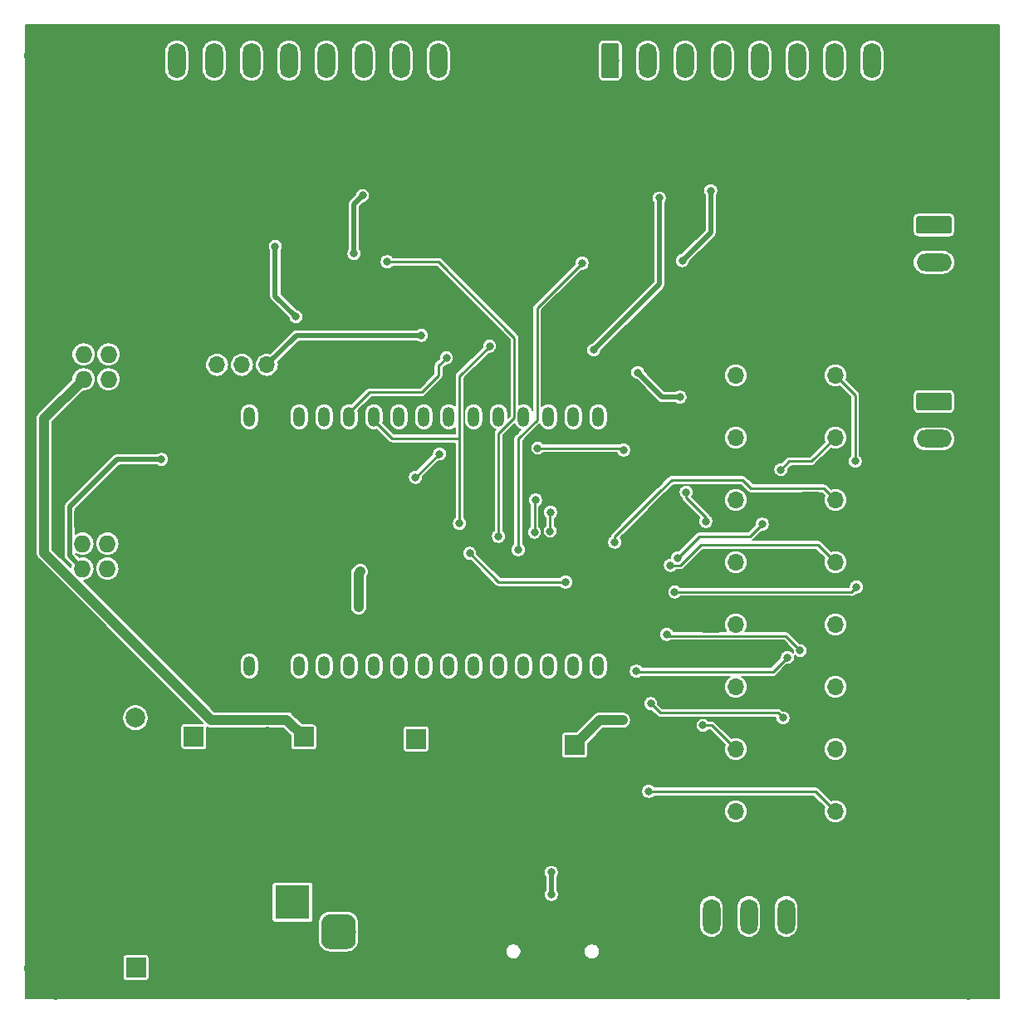
<source format=gbr>
%TF.GenerationSoftware,KiCad,Pcbnew,(5.1.4)-1*%
%TF.CreationDate,2020-03-16T02:23:40+08:00*%
%TF.ProjectId,led controller v5,6c656420-636f-46e7-9472-6f6c6c657220,rev?*%
%TF.SameCoordinates,Original*%
%TF.FileFunction,Copper,L2,Bot*%
%TF.FilePolarity,Positive*%
%FSLAX46Y46*%
G04 Gerber Fmt 4.6, Leading zero omitted, Abs format (unit mm)*
G04 Created by KiCad (PCBNEW (5.1.4)-1) date 2020-03-16 02:23:40*
%MOMM*%
%LPD*%
G04 APERTURE LIST*
%TA.AperFunction,ComponentPad*%
%ADD10O,1.200000X2.000000*%
%TD*%
%TA.AperFunction,ComponentPad*%
%ADD11R,1.200000X2.000000*%
%TD*%
%TA.AperFunction,ComponentPad*%
%ADD12O,1.800000X3.600000*%
%TD*%
%TA.AperFunction,Conductor*%
%ADD13C,0.100000*%
%TD*%
%TA.AperFunction,ComponentPad*%
%ADD14C,1.800000*%
%TD*%
%TA.AperFunction,ComponentPad*%
%ADD15R,1.727200X1.727200*%
%TD*%
%TA.AperFunction,ComponentPad*%
%ADD16O,1.727200X1.727200*%
%TD*%
%TA.AperFunction,ComponentPad*%
%ADD17C,2.000000*%
%TD*%
%TA.AperFunction,ComponentPad*%
%ADD18R,2.000000X2.000000*%
%TD*%
%TA.AperFunction,ComponentPad*%
%ADD19O,1.700000X1.700000*%
%TD*%
%TA.AperFunction,ComponentPad*%
%ADD20R,1.700000X1.700000*%
%TD*%
%TA.AperFunction,ComponentPad*%
%ADD21O,3.600000X1.800000*%
%TD*%
%TA.AperFunction,ComponentPad*%
%ADD22C,0.800000*%
%TD*%
%TA.AperFunction,ComponentPad*%
%ADD23C,6.400000*%
%TD*%
%TA.AperFunction,ComponentPad*%
%ADD24C,3.500000*%
%TD*%
%TA.AperFunction,ComponentPad*%
%ADD25C,3.000000*%
%TD*%
%TA.AperFunction,ComponentPad*%
%ADD26R,3.500000X3.500000*%
%TD*%
%TA.AperFunction,ViaPad*%
%ADD27C,0.800000*%
%TD*%
%TA.AperFunction,ViaPad*%
%ADD28C,1.200000*%
%TD*%
%TA.AperFunction,Conductor*%
%ADD29C,0.250000*%
%TD*%
%TA.AperFunction,Conductor*%
%ADD30C,1.000000*%
%TD*%
%TA.AperFunction,Conductor*%
%ADD31C,0.500000*%
%TD*%
%TA.AperFunction,Conductor*%
%ADD32C,3.000000*%
%TD*%
%TA.AperFunction,Conductor*%
%ADD33C,0.200000*%
%TD*%
G04 APERTURE END LIST*
D10*
%TO.P,J1,15*%
%TO.N,io23*%
X59780000Y-74700000D03*
%TO.P,J1,16*%
%TO.N,EN*%
X59780000Y-49300000D03*
%TO.P,J1,14*%
%TO.N,io22*%
X57240000Y-74700000D03*
%TO.P,J1,17*%
%TO.N,io36*%
X57240000Y-49300000D03*
%TO.P,J1,13*%
%TO.N,io1*%
X54700000Y-74700000D03*
%TO.P,J1,18*%
%TO.N,io39*%
X54700000Y-49300000D03*
%TO.P,J1,12*%
%TO.N,io3*%
X52160000Y-74700000D03*
%TO.P,J1,19*%
%TO.N,io34*%
X52160000Y-49300000D03*
%TO.P,J1,11*%
%TO.N,io21*%
X49620000Y-74700000D03*
%TO.P,J1,20*%
%TO.N,io35*%
X49620000Y-49300000D03*
%TO.P,J1,10*%
%TO.N,io19*%
X47080000Y-74700000D03*
%TO.P,J1,21*%
%TO.N,io32*%
X47080000Y-49300000D03*
%TO.P,J1,9*%
%TO.N,io18*%
X44540000Y-74700000D03*
%TO.P,J1,22*%
%TO.N,io33*%
X44540000Y-49300000D03*
%TO.P,J1,8*%
%TO.N,io5*%
X42000000Y-74700000D03*
%TO.P,J1,23*%
%TO.N,io25*%
X42000000Y-49300000D03*
%TO.P,J1,7*%
%TO.N,io17*%
X39460000Y-74700000D03*
%TO.P,J1,24*%
%TO.N,io26*%
X39460000Y-49300000D03*
%TO.P,J1,6*%
%TO.N,io16*%
X36920000Y-74700000D03*
%TO.P,J1,25*%
%TO.N,io27*%
X36920000Y-49300000D03*
%TO.P,J1,5*%
%TO.N,io4*%
X34380000Y-74700000D03*
%TO.P,J1,26*%
%TO.N,io14*%
X34380000Y-49300000D03*
%TO.P,J1,4*%
%TO.N,io2*%
X31840000Y-74700000D03*
%TO.P,J1,27*%
%TO.N,io12*%
X31840000Y-49300000D03*
%TO.P,J1,3*%
%TO.N,io15*%
X29300000Y-74700000D03*
%TO.P,J1,28*%
%TO.N,io13*%
X29300000Y-49300000D03*
D11*
%TO.P,J1,2*%
%TO.N,GND*%
X26760000Y-74700000D03*
%TO.P,J1,29*%
X26760000Y-49300000D03*
D10*
%TO.P,J1,1*%
%TO.N,Net-(C13-Pad1)*%
X24220000Y-74700000D03*
%TO.P,J1,30*%
%TO.N,+5V*%
X24220000Y-49300000D03*
%TD*%
D12*
%TO.P,J4,4*%
%TO.N,vin*%
X71320000Y-100250000D03*
%TO.P,J4,3*%
%TO.N,+5V*%
X75130000Y-100250000D03*
%TO.P,J4,2*%
%TO.N,+3V3*%
X78940000Y-100250000D03*
D13*
%TD*%
%TO.N,GND*%
%TO.C,J4*%
G36*
X83424504Y-98451204D02*
G01*
X83448773Y-98454804D01*
X83472571Y-98460765D01*
X83495671Y-98469030D01*
X83517849Y-98479520D01*
X83538893Y-98492133D01*
X83558598Y-98506747D01*
X83576777Y-98523223D01*
X83593253Y-98541402D01*
X83607867Y-98561107D01*
X83620480Y-98582151D01*
X83630970Y-98604329D01*
X83639235Y-98627429D01*
X83645196Y-98651227D01*
X83648796Y-98675496D01*
X83650000Y-98700000D01*
X83650000Y-101800000D01*
X83648796Y-101824504D01*
X83645196Y-101848773D01*
X83639235Y-101872571D01*
X83630970Y-101895671D01*
X83620480Y-101917849D01*
X83607867Y-101938893D01*
X83593253Y-101958598D01*
X83576777Y-101976777D01*
X83558598Y-101993253D01*
X83538893Y-102007867D01*
X83517849Y-102020480D01*
X83495671Y-102030970D01*
X83472571Y-102039235D01*
X83448773Y-102045196D01*
X83424504Y-102048796D01*
X83400000Y-102050000D01*
X82100000Y-102050000D01*
X82075496Y-102048796D01*
X82051227Y-102045196D01*
X82027429Y-102039235D01*
X82004329Y-102030970D01*
X81982151Y-102020480D01*
X81961107Y-102007867D01*
X81941402Y-101993253D01*
X81923223Y-101976777D01*
X81906747Y-101958598D01*
X81892133Y-101938893D01*
X81879520Y-101917849D01*
X81869030Y-101895671D01*
X81860765Y-101872571D01*
X81854804Y-101848773D01*
X81851204Y-101824504D01*
X81850000Y-101800000D01*
X81850000Y-98700000D01*
X81851204Y-98675496D01*
X81854804Y-98651227D01*
X81860765Y-98627429D01*
X81869030Y-98604329D01*
X81879520Y-98582151D01*
X81892133Y-98561107D01*
X81906747Y-98541402D01*
X81923223Y-98523223D01*
X81941402Y-98506747D01*
X81961107Y-98492133D01*
X81982151Y-98479520D01*
X82004329Y-98469030D01*
X82027429Y-98460765D01*
X82051227Y-98454804D01*
X82075496Y-98451204D01*
X82100000Y-98450000D01*
X83400000Y-98450000D01*
X83424504Y-98451204D01*
X83424504Y-98451204D01*
G37*
D14*
%TO.P,J4,1*%
%TO.N,GND*%
X82750000Y-100250000D03*
%TD*%
D15*
%TO.P,J13,1*%
%TO.N,GND*%
X7200000Y-59700000D03*
D16*
%TO.P,J13,2*%
X9740000Y-59700000D03*
%TO.P,J13,3*%
%TO.N,vin*%
X7200000Y-62240000D03*
%TO.P,J13,4*%
%TO.N,io21*%
X9740000Y-62240000D03*
%TO.P,J13,5*%
%TO.N,+3V3*%
X7200000Y-64780000D03*
%TO.P,J13,6*%
%TO.N,io22*%
X9740000Y-64780000D03*
%TD*%
D17*
%TO.P,LS1,2*%
%TO.N,io16*%
X12600000Y-80000000D03*
D18*
%TO.P,LS1,1*%
%TO.N,GND*%
X5000000Y-80000000D03*
%TD*%
D16*
%TO.P,J8,6*%
%TO.N,scl5v*%
X9840000Y-45480000D03*
%TO.P,J8,5*%
%TO.N,+5V*%
X7300000Y-45480000D03*
%TO.P,J8,4*%
%TO.N,sda5v*%
X9840000Y-42940000D03*
%TO.P,J8,3*%
%TO.N,vin*%
X7300000Y-42940000D03*
%TO.P,J8,2*%
%TO.N,GND*%
X9840000Y-40400000D03*
D15*
%TO.P,J8,1*%
X7300000Y-40400000D03*
%TD*%
D19*
%TO.P,ntc16,2*%
%TO.N,CH32*%
X83947000Y-45085000D03*
D20*
%TO.P,ntc16,1*%
%TO.N,GND*%
X81407000Y-45085000D03*
%TD*%
D19*
%TO.P,ntc15,2*%
%TO.N,CH31*%
X83947000Y-51435000D03*
D20*
%TO.P,ntc15,1*%
%TO.N,GND*%
X81407000Y-51435000D03*
%TD*%
D19*
%TO.P,ntc14,2*%
%TO.N,CH30*%
X83947000Y-57785000D03*
D20*
%TO.P,ntc14,1*%
%TO.N,GND*%
X81407000Y-57785000D03*
%TD*%
D19*
%TO.P,ntc13,2*%
%TO.N,CH29*%
X83947000Y-64135000D03*
D20*
%TO.P,ntc13,1*%
%TO.N,GND*%
X81407000Y-64135000D03*
%TD*%
D19*
%TO.P,ntc12,2*%
%TO.N,CH28*%
X83947000Y-70485000D03*
D20*
%TO.P,ntc12,1*%
%TO.N,GND*%
X81407000Y-70485000D03*
%TD*%
D19*
%TO.P,ntc11,2*%
%TO.N,CH27*%
X83947000Y-76835000D03*
D20*
%TO.P,ntc11,1*%
%TO.N,GND*%
X81407000Y-76835000D03*
%TD*%
D19*
%TO.P,ntc10,2*%
%TO.N,CH26*%
X83947000Y-83185000D03*
D20*
%TO.P,ntc10,1*%
%TO.N,GND*%
X81407000Y-83185000D03*
%TD*%
D19*
%TO.P,ntc9,2*%
%TO.N,CH25*%
X83947000Y-89535000D03*
D20*
%TO.P,ntc9,1*%
%TO.N,GND*%
X81407000Y-89535000D03*
%TD*%
D19*
%TO.P,ntc8,2*%
%TO.N,CH24*%
X73787000Y-45085000D03*
D20*
%TO.P,ntc8,1*%
%TO.N,GND*%
X71247000Y-45085000D03*
%TD*%
D19*
%TO.P,ntc7,2*%
%TO.N,CH23*%
X73787000Y-51435000D03*
D20*
%TO.P,ntc7,1*%
%TO.N,GND*%
X71247000Y-51435000D03*
%TD*%
D19*
%TO.P,ntc6,2*%
%TO.N,CH22*%
X73787000Y-57785000D03*
D20*
%TO.P,ntc6,1*%
%TO.N,GND*%
X71247000Y-57785000D03*
%TD*%
D19*
%TO.P,ntc5,2*%
%TO.N,CH21*%
X73787000Y-64135000D03*
D20*
%TO.P,ntc5,1*%
%TO.N,GND*%
X71247000Y-64135000D03*
%TD*%
D19*
%TO.P,ntc4,2*%
%TO.N,CH20*%
X73787000Y-70485000D03*
D20*
%TO.P,ntc4,1*%
%TO.N,GND*%
X71247000Y-70485000D03*
%TD*%
D19*
%TO.P,ntc3,2*%
%TO.N,CH19*%
X73787000Y-76835000D03*
D20*
%TO.P,ntc3,1*%
%TO.N,GND*%
X71247000Y-76835000D03*
%TD*%
D19*
%TO.P,ntc2,2*%
%TO.N,CH18*%
X73787000Y-83185000D03*
D20*
%TO.P,ntc2,1*%
%TO.N,GND*%
X71247000Y-83185000D03*
%TD*%
D19*
%TO.P,ntc1,2*%
%TO.N,CH17*%
X73787000Y-89535000D03*
D20*
%TO.P,ntc1,1*%
%TO.N,GND*%
X71247000Y-89535000D03*
%TD*%
D17*
%TO.P,C13,2*%
%TO.N,GND*%
X26050000Y-81900000D03*
D18*
%TO.P,C13,1*%
%TO.N,Net-(C13-Pad1)*%
X18550000Y-81900000D03*
%TD*%
D17*
%TO.P,C12,2*%
%TO.N,GND*%
X48700000Y-82150000D03*
D18*
%TO.P,C12,1*%
%TO.N,+3V3*%
X41200000Y-82150000D03*
%TD*%
D19*
%TO.P,J6,4*%
%TO.N,io21*%
X20920000Y-44020000D03*
%TO.P,J6,3*%
%TO.N,io22*%
X23460000Y-44020000D03*
%TO.P,J6,2*%
%TO.N,+3V3*%
X26000000Y-44020000D03*
D20*
%TO.P,J6,1*%
%TO.N,GND*%
X28540000Y-44020000D03*
%TD*%
D17*
%TO.P,C2,2*%
%TO.N,GND*%
X37250000Y-81950000D03*
D18*
%TO.P,C2,1*%
%TO.N,+5V*%
X29750000Y-81950000D03*
%TD*%
D17*
%TO.P,C6,2*%
%TO.N,GND*%
X64860000Y-82790000D03*
D18*
%TO.P,C6,1*%
%TO.N,+3V3*%
X57360000Y-82790000D03*
%TD*%
D21*
%TO.P,J7,2*%
%TO.N,vin*%
X94000000Y-33560000D03*
D13*
%TD*%
%TO.N,Net-(J7-Pad1)*%
%TO.C,J7*%
G36*
X95574504Y-28851204D02*
G01*
X95598773Y-28854804D01*
X95622571Y-28860765D01*
X95645671Y-28869030D01*
X95667849Y-28879520D01*
X95688893Y-28892133D01*
X95708598Y-28906747D01*
X95726777Y-28923223D01*
X95743253Y-28941402D01*
X95757867Y-28961107D01*
X95770480Y-28982151D01*
X95780970Y-29004329D01*
X95789235Y-29027429D01*
X95795196Y-29051227D01*
X95798796Y-29075496D01*
X95800000Y-29100000D01*
X95800000Y-30400000D01*
X95798796Y-30424504D01*
X95795196Y-30448773D01*
X95789235Y-30472571D01*
X95780970Y-30495671D01*
X95770480Y-30517849D01*
X95757867Y-30538893D01*
X95743253Y-30558598D01*
X95726777Y-30576777D01*
X95708598Y-30593253D01*
X95688893Y-30607867D01*
X95667849Y-30620480D01*
X95645671Y-30630970D01*
X95622571Y-30639235D01*
X95598773Y-30645196D01*
X95574504Y-30648796D01*
X95550000Y-30650000D01*
X92450000Y-30650000D01*
X92425496Y-30648796D01*
X92401227Y-30645196D01*
X92377429Y-30639235D01*
X92354329Y-30630970D01*
X92332151Y-30620480D01*
X92311107Y-30607867D01*
X92291402Y-30593253D01*
X92273223Y-30576777D01*
X92256747Y-30558598D01*
X92242133Y-30538893D01*
X92229520Y-30517849D01*
X92219030Y-30495671D01*
X92210765Y-30472571D01*
X92204804Y-30448773D01*
X92201204Y-30424504D01*
X92200000Y-30400000D01*
X92200000Y-29100000D01*
X92201204Y-29075496D01*
X92204804Y-29051227D01*
X92210765Y-29027429D01*
X92219030Y-29004329D01*
X92229520Y-28982151D01*
X92242133Y-28961107D01*
X92256747Y-28941402D01*
X92273223Y-28923223D01*
X92291402Y-28906747D01*
X92311107Y-28892133D01*
X92332151Y-28879520D01*
X92354329Y-28869030D01*
X92377429Y-28860765D01*
X92401227Y-28854804D01*
X92425496Y-28851204D01*
X92450000Y-28850000D01*
X95550000Y-28850000D01*
X95574504Y-28851204D01*
X95574504Y-28851204D01*
G37*
D14*
%TO.P,J7,1*%
%TO.N,Net-(J7-Pad1)*%
X94000000Y-29750000D03*
%TD*%
D12*
%TO.P,J5,8*%
%TO.N,AIN16*%
X87670000Y-13000000D03*
%TO.P,J5,7*%
%TO.N,AIN15*%
X83860000Y-13000000D03*
%TO.P,J5,6*%
%TO.N,AIN14*%
X80050000Y-13000000D03*
%TO.P,J5,5*%
%TO.N,AIN13*%
X76240000Y-13000000D03*
%TO.P,J5,4*%
%TO.N,AIN12*%
X72430000Y-13000000D03*
%TO.P,J5,3*%
%TO.N,AIN11*%
X68620000Y-13000000D03*
%TO.P,J5,2*%
%TO.N,AIN10*%
X64810000Y-13000000D03*
D13*
%TD*%
%TO.N,AIN9*%
%TO.C,J5*%
G36*
X61674504Y-11201204D02*
G01*
X61698773Y-11204804D01*
X61722571Y-11210765D01*
X61745671Y-11219030D01*
X61767849Y-11229520D01*
X61788893Y-11242133D01*
X61808598Y-11256747D01*
X61826777Y-11273223D01*
X61843253Y-11291402D01*
X61857867Y-11311107D01*
X61870480Y-11332151D01*
X61880970Y-11354329D01*
X61889235Y-11377429D01*
X61895196Y-11401227D01*
X61898796Y-11425496D01*
X61900000Y-11450000D01*
X61900000Y-14550000D01*
X61898796Y-14574504D01*
X61895196Y-14598773D01*
X61889235Y-14622571D01*
X61880970Y-14645671D01*
X61870480Y-14667849D01*
X61857867Y-14688893D01*
X61843253Y-14708598D01*
X61826777Y-14726777D01*
X61808598Y-14743253D01*
X61788893Y-14757867D01*
X61767849Y-14770480D01*
X61745671Y-14780970D01*
X61722571Y-14789235D01*
X61698773Y-14795196D01*
X61674504Y-14798796D01*
X61650000Y-14800000D01*
X60350000Y-14800000D01*
X60325496Y-14798796D01*
X60301227Y-14795196D01*
X60277429Y-14789235D01*
X60254329Y-14780970D01*
X60232151Y-14770480D01*
X60211107Y-14757867D01*
X60191402Y-14743253D01*
X60173223Y-14726777D01*
X60156747Y-14708598D01*
X60142133Y-14688893D01*
X60129520Y-14667849D01*
X60119030Y-14645671D01*
X60110765Y-14622571D01*
X60104804Y-14598773D01*
X60101204Y-14574504D01*
X60100000Y-14550000D01*
X60100000Y-11450000D01*
X60101204Y-11425496D01*
X60104804Y-11401227D01*
X60110765Y-11377429D01*
X60119030Y-11354329D01*
X60129520Y-11332151D01*
X60142133Y-11311107D01*
X60156747Y-11291402D01*
X60173223Y-11273223D01*
X60191402Y-11256747D01*
X60211107Y-11242133D01*
X60232151Y-11229520D01*
X60254329Y-11219030D01*
X60277429Y-11210765D01*
X60301227Y-11204804D01*
X60325496Y-11201204D01*
X60350000Y-11200000D01*
X61650000Y-11200000D01*
X61674504Y-11201204D01*
X61674504Y-11201204D01*
G37*
D14*
%TO.P,J5,1*%
%TO.N,AIN9*%
X61000000Y-13000000D03*
%TD*%
D12*
%TO.P,J3,9*%
%TO.N,AIN8*%
X43480000Y-13000000D03*
%TO.P,J3,8*%
%TO.N,AIN7*%
X39670000Y-13000000D03*
%TO.P,J3,7*%
%TO.N,AIN6*%
X35860000Y-13000000D03*
%TO.P,J3,6*%
%TO.N,AIN5*%
X32050000Y-13000000D03*
%TO.P,J3,5*%
%TO.N,AIN4*%
X28240000Y-13000000D03*
%TO.P,J3,4*%
%TO.N,AIN3*%
X24430000Y-13000000D03*
%TO.P,J3,3*%
%TO.N,AIN2*%
X20620000Y-13000000D03*
%TO.P,J3,2*%
%TO.N,AIN1*%
X16810000Y-13000000D03*
D13*
%TD*%
%TO.N,GND*%
%TO.C,J3*%
G36*
X13674504Y-11201204D02*
G01*
X13698773Y-11204804D01*
X13722571Y-11210765D01*
X13745671Y-11219030D01*
X13767849Y-11229520D01*
X13788893Y-11242133D01*
X13808598Y-11256747D01*
X13826777Y-11273223D01*
X13843253Y-11291402D01*
X13857867Y-11311107D01*
X13870480Y-11332151D01*
X13880970Y-11354329D01*
X13889235Y-11377429D01*
X13895196Y-11401227D01*
X13898796Y-11425496D01*
X13900000Y-11450000D01*
X13900000Y-14550000D01*
X13898796Y-14574504D01*
X13895196Y-14598773D01*
X13889235Y-14622571D01*
X13880970Y-14645671D01*
X13870480Y-14667849D01*
X13857867Y-14688893D01*
X13843253Y-14708598D01*
X13826777Y-14726777D01*
X13808598Y-14743253D01*
X13788893Y-14757867D01*
X13767849Y-14770480D01*
X13745671Y-14780970D01*
X13722571Y-14789235D01*
X13698773Y-14795196D01*
X13674504Y-14798796D01*
X13650000Y-14800000D01*
X12350000Y-14800000D01*
X12325496Y-14798796D01*
X12301227Y-14795196D01*
X12277429Y-14789235D01*
X12254329Y-14780970D01*
X12232151Y-14770480D01*
X12211107Y-14757867D01*
X12191402Y-14743253D01*
X12173223Y-14726777D01*
X12156747Y-14708598D01*
X12142133Y-14688893D01*
X12129520Y-14667849D01*
X12119030Y-14645671D01*
X12110765Y-14622571D01*
X12104804Y-14598773D01*
X12101204Y-14574504D01*
X12100000Y-14550000D01*
X12100000Y-11450000D01*
X12101204Y-11425496D01*
X12104804Y-11401227D01*
X12110765Y-11377429D01*
X12119030Y-11354329D01*
X12129520Y-11332151D01*
X12142133Y-11311107D01*
X12156747Y-11291402D01*
X12173223Y-11273223D01*
X12191402Y-11256747D01*
X12211107Y-11242133D01*
X12232151Y-11229520D01*
X12254329Y-11219030D01*
X12277429Y-11210765D01*
X12301227Y-11204804D01*
X12325496Y-11201204D01*
X12350000Y-11200000D01*
X13650000Y-11200000D01*
X13674504Y-11201204D01*
X13674504Y-11201204D01*
G37*
D14*
%TO.P,J3,1*%
%TO.N,GND*%
X13000000Y-13000000D03*
%TD*%
D21*
%TO.P,J2,2*%
%TO.N,vin*%
X94000000Y-51560000D03*
D13*
%TD*%
%TO.N,Net-(J2-Pad1)*%
%TO.C,J2*%
G36*
X95574504Y-46851204D02*
G01*
X95598773Y-46854804D01*
X95622571Y-46860765D01*
X95645671Y-46869030D01*
X95667849Y-46879520D01*
X95688893Y-46892133D01*
X95708598Y-46906747D01*
X95726777Y-46923223D01*
X95743253Y-46941402D01*
X95757867Y-46961107D01*
X95770480Y-46982151D01*
X95780970Y-47004329D01*
X95789235Y-47027429D01*
X95795196Y-47051227D01*
X95798796Y-47075496D01*
X95800000Y-47100000D01*
X95800000Y-48400000D01*
X95798796Y-48424504D01*
X95795196Y-48448773D01*
X95789235Y-48472571D01*
X95780970Y-48495671D01*
X95770480Y-48517849D01*
X95757867Y-48538893D01*
X95743253Y-48558598D01*
X95726777Y-48576777D01*
X95708598Y-48593253D01*
X95688893Y-48607867D01*
X95667849Y-48620480D01*
X95645671Y-48630970D01*
X95622571Y-48639235D01*
X95598773Y-48645196D01*
X95574504Y-48648796D01*
X95550000Y-48650000D01*
X92450000Y-48650000D01*
X92425496Y-48648796D01*
X92401227Y-48645196D01*
X92377429Y-48639235D01*
X92354329Y-48630970D01*
X92332151Y-48620480D01*
X92311107Y-48607867D01*
X92291402Y-48593253D01*
X92273223Y-48576777D01*
X92256747Y-48558598D01*
X92242133Y-48538893D01*
X92229520Y-48517849D01*
X92219030Y-48495671D01*
X92210765Y-48472571D01*
X92204804Y-48448773D01*
X92201204Y-48424504D01*
X92200000Y-48400000D01*
X92200000Y-47100000D01*
X92201204Y-47075496D01*
X92204804Y-47051227D01*
X92210765Y-47027429D01*
X92219030Y-47004329D01*
X92229520Y-46982151D01*
X92242133Y-46961107D01*
X92256747Y-46941402D01*
X92273223Y-46923223D01*
X92291402Y-46906747D01*
X92311107Y-46892133D01*
X92332151Y-46879520D01*
X92354329Y-46869030D01*
X92377429Y-46860765D01*
X92401227Y-46854804D01*
X92425496Y-46851204D01*
X92450000Y-46850000D01*
X95550000Y-46850000D01*
X95574504Y-46851204D01*
X95574504Y-46851204D01*
G37*
D14*
%TO.P,J2,1*%
%TO.N,Net-(J2-Pad1)*%
X94000000Y-47750000D03*
%TD*%
D17*
%TO.P,C1,2*%
%TO.N,GND*%
X20150000Y-105450000D03*
D18*
%TO.P,C1,1*%
%TO.N,vin*%
X12650000Y-105450000D03*
%TD*%
D22*
%TO.P,H4,1*%
%TO.N,GND*%
X6197056Y-103802944D03*
X4500000Y-103100000D03*
X2802944Y-103802944D03*
X2100000Y-105500000D03*
X2802944Y-107197056D03*
X4500000Y-107900000D03*
X6197056Y-107197056D03*
X6900000Y-105500000D03*
D23*
X4500000Y-105500000D03*
%TD*%
D22*
%TO.P,H3,1*%
%TO.N,GND*%
X99197056Y-103802944D03*
X97500000Y-103100000D03*
X95802944Y-103802944D03*
X95100000Y-105500000D03*
X95802944Y-107197056D03*
X97500000Y-107900000D03*
X99197056Y-107197056D03*
X99900000Y-105500000D03*
D23*
X97500000Y-105500000D03*
%TD*%
D22*
%TO.P,H2,1*%
%TO.N,GND*%
X99097056Y-10902944D03*
X97400000Y-10200000D03*
X95702944Y-10902944D03*
X95000000Y-12600000D03*
X95702944Y-14297056D03*
X97400000Y-15000000D03*
X99097056Y-14297056D03*
X99800000Y-12600000D03*
D23*
X97400000Y-12600000D03*
%TD*%
D22*
%TO.P,H1,1*%
%TO.N,GND*%
X6197056Y-10802944D03*
X4500000Y-10100000D03*
X2802944Y-10802944D03*
X2100000Y-12500000D03*
X2802944Y-14197056D03*
X4500000Y-14900000D03*
X6197056Y-14197056D03*
X6900000Y-12500000D03*
D23*
X4500000Y-12500000D03*
%TD*%
D13*
%TO.N,N/C*%
%TO.C,J10*%
G36*
X34260765Y-100054213D02*
G01*
X34345704Y-100066813D01*
X34428999Y-100087677D01*
X34509848Y-100116605D01*
X34587472Y-100153319D01*
X34661124Y-100197464D01*
X34730094Y-100248616D01*
X34793718Y-100306282D01*
X34851384Y-100369906D01*
X34902536Y-100438876D01*
X34946681Y-100512528D01*
X34983395Y-100590152D01*
X35012323Y-100671001D01*
X35033187Y-100754296D01*
X35045787Y-100839235D01*
X35050000Y-100925000D01*
X35050000Y-102675000D01*
X35045787Y-102760765D01*
X35033187Y-102845704D01*
X35012323Y-102928999D01*
X34983395Y-103009848D01*
X34946681Y-103087472D01*
X34902536Y-103161124D01*
X34851384Y-103230094D01*
X34793718Y-103293718D01*
X34730094Y-103351384D01*
X34661124Y-103402536D01*
X34587472Y-103446681D01*
X34509848Y-103483395D01*
X34428999Y-103512323D01*
X34345704Y-103533187D01*
X34260765Y-103545787D01*
X34175000Y-103550000D01*
X32425000Y-103550000D01*
X32339235Y-103545787D01*
X32254296Y-103533187D01*
X32171001Y-103512323D01*
X32090152Y-103483395D01*
X32012528Y-103446681D01*
X31938876Y-103402536D01*
X31869906Y-103351384D01*
X31806282Y-103293718D01*
X31748616Y-103230094D01*
X31697464Y-103161124D01*
X31653319Y-103087472D01*
X31616605Y-103009848D01*
X31587677Y-102928999D01*
X31566813Y-102845704D01*
X31554213Y-102760765D01*
X31550000Y-102675000D01*
X31550000Y-100925000D01*
X31554213Y-100839235D01*
X31566813Y-100754296D01*
X31587677Y-100671001D01*
X31616605Y-100590152D01*
X31653319Y-100512528D01*
X31697464Y-100438876D01*
X31748616Y-100369906D01*
X31806282Y-100306282D01*
X31869906Y-100248616D01*
X31938876Y-100197464D01*
X32012528Y-100153319D01*
X32090152Y-100116605D01*
X32171001Y-100087677D01*
X32254296Y-100066813D01*
X32339235Y-100054213D01*
X32425000Y-100050000D01*
X34175000Y-100050000D01*
X34260765Y-100054213D01*
X34260765Y-100054213D01*
G37*
D24*
%TD*%
%TO.P,J10,3*%
%TO.N,N/C*%
X33300000Y-101800000D03*
D13*
%TO.N,GND*%
%TO.C,J10*%
G36*
X29673513Y-103303611D02*
G01*
X29746318Y-103314411D01*
X29817714Y-103332295D01*
X29887013Y-103357090D01*
X29953548Y-103388559D01*
X30016678Y-103426398D01*
X30075795Y-103470242D01*
X30130330Y-103519670D01*
X30179758Y-103574205D01*
X30223602Y-103633322D01*
X30261441Y-103696452D01*
X30292910Y-103762987D01*
X30317705Y-103832286D01*
X30335589Y-103903682D01*
X30346389Y-103976487D01*
X30350000Y-104050000D01*
X30350000Y-105550000D01*
X30346389Y-105623513D01*
X30335589Y-105696318D01*
X30317705Y-105767714D01*
X30292910Y-105837013D01*
X30261441Y-105903548D01*
X30223602Y-105966678D01*
X30179758Y-106025795D01*
X30130330Y-106080330D01*
X30075795Y-106129758D01*
X30016678Y-106173602D01*
X29953548Y-106211441D01*
X29887013Y-106242910D01*
X29817714Y-106267705D01*
X29746318Y-106285589D01*
X29673513Y-106296389D01*
X29600000Y-106300000D01*
X27600000Y-106300000D01*
X27526487Y-106296389D01*
X27453682Y-106285589D01*
X27382286Y-106267705D01*
X27312987Y-106242910D01*
X27246452Y-106211441D01*
X27183322Y-106173602D01*
X27124205Y-106129758D01*
X27069670Y-106080330D01*
X27020242Y-106025795D01*
X26976398Y-105966678D01*
X26938559Y-105903548D01*
X26907090Y-105837013D01*
X26882295Y-105767714D01*
X26864411Y-105696318D01*
X26853611Y-105623513D01*
X26850000Y-105550000D01*
X26850000Y-104050000D01*
X26853611Y-103976487D01*
X26864411Y-103903682D01*
X26882295Y-103832286D01*
X26907090Y-103762987D01*
X26938559Y-103696452D01*
X26976398Y-103633322D01*
X27020242Y-103574205D01*
X27069670Y-103519670D01*
X27124205Y-103470242D01*
X27183322Y-103426398D01*
X27246452Y-103388559D01*
X27312987Y-103357090D01*
X27382286Y-103332295D01*
X27453682Y-103314411D01*
X27526487Y-103303611D01*
X27600000Y-103300000D01*
X29600000Y-103300000D01*
X29673513Y-103303611D01*
X29673513Y-103303611D01*
G37*
D25*
%TD*%
%TO.P,J10,2*%
%TO.N,GND*%
X28600000Y-104800000D03*
D26*
%TO.P,J10,1*%
%TO.N,vin*%
X28600000Y-98800000D03*
%TD*%
D27*
%TO.N,io26*%
X53280000Y-61070000D03*
X53394500Y-57805500D03*
%TO.N,io27*%
X45619000Y-60181000D03*
X48700000Y-42100000D03*
%TO.N,AMUX1*%
X38250000Y-33500000D03*
X49600000Y-61500000D03*
%TO.N,AMUX2*%
X58130000Y-33650000D03*
X51620000Y-62860000D03*
%TO.N,io14*%
X44300000Y-43300000D03*
X54870000Y-60970000D03*
X54914010Y-59055990D03*
%TO.N,CH4*%
X28956000Y-39116000D03*
X26849990Y-31929990D03*
%TO.N,CH6*%
X35750000Y-26750000D03*
X34865000Y-32654966D03*
%TO.N,CH12*%
X66000000Y-27000000D03*
X59300000Y-42500000D03*
%TO.N,CH13*%
X71250000Y-26250000D03*
X68350000Y-33400000D03*
D28*
%TO.N,GND*%
X2575000Y-92625000D03*
X2575000Y-89625000D03*
X2575000Y-97125000D03*
X2575000Y-91125000D03*
X2575000Y-98625000D03*
X2575000Y-94125000D03*
X2575000Y-95625000D03*
X4075000Y-92625000D03*
X4075000Y-89625000D03*
X4075000Y-97125000D03*
X4075000Y-91125000D03*
X4075000Y-98625000D03*
X4075000Y-94125000D03*
X4075000Y-95625000D03*
X5575000Y-92625000D03*
X5575000Y-89625000D03*
X5575000Y-97125000D03*
X5575000Y-91125000D03*
X5575000Y-98625000D03*
X5575000Y-95625000D03*
X7275000Y-92625000D03*
X7275000Y-89625000D03*
X7275000Y-97125000D03*
X7275000Y-91125000D03*
X7275000Y-98625000D03*
X7275000Y-94125000D03*
X7275000Y-95625000D03*
X8775000Y-92625000D03*
X8775000Y-89625000D03*
X8775000Y-97125000D03*
X8775000Y-91125000D03*
X8775000Y-98625000D03*
X8775000Y-95625000D03*
X10275000Y-98625000D03*
X10275000Y-97125000D03*
X10275000Y-95625000D03*
X10275000Y-94125000D03*
X10275000Y-92625000D03*
X10275000Y-89625000D03*
D27*
X32250000Y-33500000D03*
X11500000Y-29000000D03*
X19250000Y-30250000D03*
X24250000Y-30500000D03*
X28000000Y-30500000D03*
X38500000Y-30500000D03*
X43000000Y-30500000D03*
X48000000Y-30250000D03*
X51500000Y-30000000D03*
X68000000Y-30500000D03*
X73000000Y-30500000D03*
X76500000Y-30500000D03*
X81500000Y-30750000D03*
X88000000Y-30750000D03*
X86750000Y-36750000D03*
X53500000Y-33500000D03*
X32900000Y-30400000D03*
X33600000Y-33500000D03*
X31100000Y-33600000D03*
X56500000Y-29000000D03*
X66350000Y-39250000D03*
X63000000Y-30430000D03*
X97803500Y-62722500D03*
X56388000Y-64135000D03*
X59563000Y-53467000D03*
X43500000Y-65600000D03*
X45800000Y-39600000D03*
D28*
X8775000Y-94125000D03*
X5575000Y-94125000D03*
X10275000Y-91125000D03*
D27*
X21600000Y-88200000D03*
X18600000Y-94650000D03*
X19600000Y-71400000D03*
X16400000Y-72600000D03*
X17950000Y-66100000D03*
X26800000Y-65600000D03*
X26950000Y-62800000D03*
X48230000Y-91620000D03*
X52840000Y-91280000D03*
X65840000Y-93850000D03*
X66320000Y-103440000D03*
X46190000Y-103320000D03*
X5770000Y-52040000D03*
X94240000Y-77890000D03*
X78486000Y-38354000D03*
X34950000Y-60300000D03*
X20000000Y-52500000D03*
X97800000Y-88900000D03*
%TO.N,+3V3*%
X15250000Y-53650000D03*
X35525000Y-65100000D03*
X35343310Y-68698372D03*
X63800000Y-44800000D03*
X68100000Y-47300000D03*
X41750000Y-41000000D03*
X55000000Y-95750000D03*
X55000000Y-98000000D03*
X62250000Y-80250000D03*
%TO.N,AMUX4*%
X56450000Y-66160000D03*
X46674999Y-63225001D03*
%TO.N,AMUX3*%
X53600000Y-52500000D03*
X43600000Y-53100000D03*
X62357000Y-52705000D03*
X41150000Y-55485000D03*
%TO.N,CH18*%
X70458000Y-80772000D03*
%TO.N,CH21*%
X68750000Y-57000000D03*
X70750000Y-59975000D03*
%TO.N,CH26*%
X65130000Y-78550000D03*
X78620000Y-80010000D03*
%TO.N,CH27*%
X66750000Y-71500000D03*
X80360000Y-73150000D03*
%TO.N,CH28*%
X79074000Y-73834000D03*
X63660000Y-75240000D03*
%TO.N,CH29*%
X67140000Y-64460000D03*
%TO.N,CH30*%
X61468000Y-62103000D03*
%TO.N,CH31*%
X78400000Y-54700000D03*
X76500000Y-60250000D03*
X67865976Y-63708718D03*
%TO.N,CH32*%
X86106000Y-66675000D03*
X85979000Y-53848000D03*
X67575846Y-67174154D03*
%TO.N,CH25*%
X64920000Y-87500000D03*
%TD*%
D29*
%TO.N,io26*%
X53280000Y-57920000D02*
X53394500Y-57805500D01*
X53280000Y-61070000D02*
X53280000Y-57920000D01*
%TO.N,io27*%
X38739000Y-51519000D02*
X45619000Y-51519000D01*
X36920000Y-49700000D02*
X38739000Y-51519000D01*
X36920000Y-49300000D02*
X36920000Y-49700000D01*
X45619000Y-51519000D02*
X45619000Y-60181000D01*
X45619000Y-45181000D02*
X45619000Y-46019000D01*
X48700000Y-42100000D02*
X45619000Y-45181000D01*
X45619000Y-46019000D02*
X45619000Y-51519000D01*
D30*
%TO.N,+5V*%
X3299999Y-49480001D02*
X7300000Y-45480000D01*
X3299999Y-63194129D02*
X3299999Y-49480001D01*
X20305869Y-80199999D02*
X3299999Y-63194129D01*
X27999999Y-80199999D02*
X20305869Y-80199999D01*
X29750000Y-81950000D02*
X27999999Y-80199999D01*
D29*
%TO.N,AMUX1*%
X43500000Y-33500000D02*
X38250000Y-33500000D01*
X51234990Y-41234990D02*
X43500000Y-33500000D01*
X51234990Y-49393171D02*
X51234990Y-41234990D01*
X49600000Y-51028161D02*
X51234990Y-49393171D01*
X49600000Y-61500000D02*
X49600000Y-51028161D01*
%TO.N,AMUX2*%
X53540000Y-38240000D02*
X53540000Y-49628161D01*
X58130000Y-33650000D02*
X53540000Y-38240000D01*
X51620000Y-51548162D02*
X51734081Y-51434081D01*
X51620000Y-62860000D02*
X51620000Y-51548162D01*
X53540000Y-49628161D02*
X51734081Y-51434081D01*
D31*
%TO.N,io16*%
X36920000Y-74220000D02*
X36920000Y-74700000D01*
D29*
%TO.N,io14*%
X43500000Y-44100000D02*
X43500000Y-45100000D01*
X43500000Y-44100000D02*
X44300000Y-43300000D01*
X43500000Y-45100000D02*
X41800000Y-46800000D01*
X34380000Y-48900000D02*
X34380000Y-49300000D01*
X36480000Y-46800000D02*
X34380000Y-48900000D01*
X41800000Y-46800000D02*
X36480000Y-46800000D01*
X54870000Y-59100000D02*
X54914010Y-59055990D01*
X54870000Y-60970000D02*
X54870000Y-59100000D01*
D31*
%TO.N,CH4*%
X26849990Y-37009990D02*
X28956000Y-39116000D01*
X26849990Y-31929990D02*
X26849990Y-37009990D01*
%TO.N,CH6*%
X34865000Y-27635000D02*
X35750000Y-26750000D01*
X34865000Y-32654966D02*
X34865000Y-27635000D01*
%TO.N,CH12*%
X66000000Y-35800000D02*
X59300000Y-42500000D01*
X66000000Y-27000000D02*
X66000000Y-35800000D01*
%TO.N,CH13*%
X71250000Y-30500000D02*
X68350000Y-33400000D01*
X71250000Y-26250000D02*
X71250000Y-30500000D01*
D32*
%TO.N,GND*%
X6000000Y-104000000D02*
X4500000Y-105500000D01*
X96000000Y-104000000D02*
X97500000Y-105500000D01*
D31*
%TO.N,+3V3*%
X10712798Y-53650000D02*
X15250000Y-53650000D01*
X5886399Y-58476399D02*
X10712798Y-53650000D01*
X7200000Y-64780000D02*
X5886399Y-63466399D01*
X5886399Y-63466399D02*
X5886399Y-58476399D01*
D30*
X35343310Y-65281690D02*
X35525000Y-65100000D01*
X35343310Y-68698372D02*
X35343310Y-65281690D01*
D31*
X63800000Y-44800000D02*
X66300000Y-47300000D01*
X66300000Y-47300000D02*
X68100000Y-47300000D01*
X26000000Y-44020000D02*
X29020000Y-41000000D01*
X29020000Y-41000000D02*
X41750000Y-41000000D01*
X55000000Y-95750000D02*
X55000000Y-98000000D01*
D29*
%TO.N,AMUX4*%
X56450000Y-66160000D02*
X49609998Y-66160000D01*
X49609998Y-66160000D02*
X46674999Y-63225001D01*
%TO.N,AMUX3*%
X62152000Y-52500000D02*
X62357000Y-52705000D01*
X53600000Y-52500000D02*
X62152000Y-52500000D01*
X43535000Y-53100000D02*
X43600000Y-53100000D01*
X41150000Y-55485000D02*
X43535000Y-53100000D01*
%TO.N,CH18*%
X71374000Y-80772000D02*
X73787000Y-83185000D01*
D30*
%TO.N,+3V3*%
X59900000Y-80250000D02*
X57360000Y-82790000D01*
X62250000Y-80250000D02*
X59900000Y-80250000D01*
D29*
%TO.N,CH18*%
X70458000Y-80772000D02*
X71374000Y-80772000D01*
%TO.N,CH21*%
X70750000Y-59565685D02*
X70750000Y-59975000D01*
X68750000Y-57000000D02*
X68750000Y-57565685D01*
X68750000Y-57565685D02*
X70750000Y-59565685D01*
%TO.N,CH26*%
X66080000Y-79500000D02*
X65130000Y-78550000D01*
X68910000Y-79500000D02*
X66080000Y-79500000D01*
X68910000Y-79500000D02*
X75780000Y-79500000D01*
X75780000Y-79500000D02*
X78110000Y-79500000D01*
X78110000Y-79500000D02*
X78620000Y-80010000D01*
%TO.N,CH27*%
X66910001Y-71660001D02*
X66750000Y-71500000D01*
X68589999Y-71660001D02*
X66910001Y-71660001D01*
X78870001Y-71660001D02*
X80360000Y-73150000D01*
X78819999Y-71660001D02*
X78870001Y-71660001D01*
X68589999Y-71660001D02*
X78819999Y-71660001D01*
%TO.N,CH28*%
X77597000Y-75311000D02*
X67691000Y-75311000D01*
X79074000Y-73834000D02*
X77597000Y-75311000D01*
X63731000Y-75311000D02*
X63660000Y-75240000D01*
X65739000Y-75311000D02*
X63731000Y-75311000D01*
X67691000Y-75311000D02*
X65739000Y-75311000D01*
%TO.N,CH29*%
X68140000Y-64460000D02*
X67140000Y-64460000D01*
X70243000Y-62357000D02*
X68140000Y-64460000D01*
X83947000Y-64135000D02*
X82169000Y-62357000D01*
X82169000Y-62357000D02*
X70243000Y-62357000D01*
%TO.N,CH30*%
X83947000Y-57785000D02*
X82771999Y-56609999D01*
X61468000Y-62103000D02*
X61468000Y-61537315D01*
X62391657Y-60613657D02*
X62391657Y-60607341D01*
X61468000Y-61537315D02*
X62391657Y-60613657D01*
X66124499Y-56874499D02*
X66125501Y-56874499D01*
X62391657Y-60607341D02*
X66124499Y-56874499D01*
X66125501Y-56874499D02*
X67250000Y-55750000D01*
X74500000Y-55750000D02*
X75359999Y-56609999D01*
X67250000Y-55750000D02*
X74500000Y-55750000D01*
X82771999Y-56609999D02*
X75359999Y-56609999D01*
%TO.N,CH31*%
X81534000Y-53848000D02*
X83947000Y-51435000D01*
X79252000Y-53848000D02*
X79752000Y-53848000D01*
X78400000Y-54700000D02*
X79252000Y-53848000D01*
X79752000Y-53848000D02*
X81534000Y-53848000D01*
X70074694Y-61500000D02*
X67865976Y-63708718D01*
X75250000Y-61500000D02*
X70074694Y-61500000D01*
X76500000Y-60250000D02*
X75250000Y-61500000D01*
%TO.N,CH32*%
X85979000Y-47117000D02*
X83947000Y-45085000D01*
X85979000Y-53848000D02*
X85979000Y-47117000D01*
X85606846Y-67174154D02*
X67575846Y-67174154D01*
X86106000Y-66675000D02*
X85606846Y-67174154D01*
%TO.N,CH25*%
X83947000Y-89535000D02*
X81912000Y-87500000D01*
X81912000Y-87500000D02*
X70250000Y-87500000D01*
X65485685Y-87500000D02*
X70250000Y-87500000D01*
X64920000Y-87500000D02*
X65485685Y-87500000D01*
D31*
%TO.N,io35*%
X49620000Y-49300000D02*
X49620000Y-49700000D01*
%TD*%
D33*
%TO.N,GND*%
G36*
X100625000Y-108625000D02*
G01*
X1375000Y-108625000D01*
X1375000Y-104450000D01*
X11298307Y-104450000D01*
X11298307Y-106450000D01*
X11305065Y-106518612D01*
X11325078Y-106584587D01*
X11357578Y-106645390D01*
X11401315Y-106698685D01*
X11454610Y-106742422D01*
X11515413Y-106774922D01*
X11581388Y-106794935D01*
X11650000Y-106801693D01*
X13650000Y-106801693D01*
X13718612Y-106794935D01*
X13784587Y-106774922D01*
X13845390Y-106742422D01*
X13898685Y-106698685D01*
X13942422Y-106645390D01*
X13974922Y-106584587D01*
X13994935Y-106518612D01*
X14001693Y-106450000D01*
X14001693Y-104450000D01*
X13994935Y-104381388D01*
X13974922Y-104315413D01*
X13942422Y-104254610D01*
X13898685Y-104201315D01*
X13845390Y-104157578D01*
X13784587Y-104125078D01*
X13718612Y-104105065D01*
X13650000Y-104098307D01*
X11650000Y-104098307D01*
X11581388Y-104105065D01*
X11515413Y-104125078D01*
X11454610Y-104157578D01*
X11401315Y-104201315D01*
X11357578Y-104254610D01*
X11325078Y-104315413D01*
X11305065Y-104381388D01*
X11298307Y-104450000D01*
X1375000Y-104450000D01*
X1375000Y-100925000D01*
X31198307Y-100925000D01*
X31198307Y-102675000D01*
X31221878Y-102914316D01*
X31291683Y-103144435D01*
X31405042Y-103356514D01*
X31557597Y-103542403D01*
X31743486Y-103694958D01*
X31955565Y-103808317D01*
X32185684Y-103878122D01*
X32425000Y-103901693D01*
X34175000Y-103901693D01*
X34414316Y-103878122D01*
X34644435Y-103808317D01*
X34769988Y-103741207D01*
X50320000Y-103741207D01*
X50320000Y-103898793D01*
X50350743Y-104053351D01*
X50411049Y-104198942D01*
X50498599Y-104329970D01*
X50610030Y-104441401D01*
X50741058Y-104528951D01*
X50886649Y-104589257D01*
X51041207Y-104620000D01*
X51198793Y-104620000D01*
X51353351Y-104589257D01*
X51498942Y-104528951D01*
X51629970Y-104441401D01*
X51741401Y-104329970D01*
X51828951Y-104198942D01*
X51889257Y-104053351D01*
X51920000Y-103898793D01*
X51920000Y-103741207D01*
X58320000Y-103741207D01*
X58320000Y-103898793D01*
X58350743Y-104053351D01*
X58411049Y-104198942D01*
X58498599Y-104329970D01*
X58610030Y-104441401D01*
X58741058Y-104528951D01*
X58886649Y-104589257D01*
X59041207Y-104620000D01*
X59198793Y-104620000D01*
X59353351Y-104589257D01*
X59498942Y-104528951D01*
X59629970Y-104441401D01*
X59741401Y-104329970D01*
X59828951Y-104198942D01*
X59889257Y-104053351D01*
X59920000Y-103898793D01*
X59920000Y-103741207D01*
X59889257Y-103586649D01*
X59828951Y-103441058D01*
X59741401Y-103310030D01*
X59629970Y-103198599D01*
X59498942Y-103111049D01*
X59353351Y-103050743D01*
X59198793Y-103020000D01*
X59041207Y-103020000D01*
X58886649Y-103050743D01*
X58741058Y-103111049D01*
X58610030Y-103198599D01*
X58498599Y-103310030D01*
X58411049Y-103441058D01*
X58350743Y-103586649D01*
X58320000Y-103741207D01*
X51920000Y-103741207D01*
X51889257Y-103586649D01*
X51828951Y-103441058D01*
X51741401Y-103310030D01*
X51629970Y-103198599D01*
X51498942Y-103111049D01*
X51353351Y-103050743D01*
X51198793Y-103020000D01*
X51041207Y-103020000D01*
X50886649Y-103050743D01*
X50741058Y-103111049D01*
X50610030Y-103198599D01*
X50498599Y-103310030D01*
X50411049Y-103441058D01*
X50350743Y-103586649D01*
X50320000Y-103741207D01*
X34769988Y-103741207D01*
X34856514Y-103694958D01*
X35042403Y-103542403D01*
X35194958Y-103356514D01*
X35308317Y-103144435D01*
X35378122Y-102914316D01*
X35401693Y-102675000D01*
X35401693Y-100925000D01*
X35378122Y-100685684D01*
X35308317Y-100455565D01*
X35194958Y-100243486D01*
X35042403Y-100057597D01*
X34856514Y-99905042D01*
X34644435Y-99791683D01*
X34414316Y-99721878D01*
X34175000Y-99698307D01*
X32425000Y-99698307D01*
X32185684Y-99721878D01*
X31955565Y-99791683D01*
X31743486Y-99905042D01*
X31557597Y-100057597D01*
X31405042Y-100243486D01*
X31291683Y-100455565D01*
X31221878Y-100685684D01*
X31198307Y-100925000D01*
X1375000Y-100925000D01*
X1375000Y-97050000D01*
X26498307Y-97050000D01*
X26498307Y-100550000D01*
X26505065Y-100618612D01*
X26525078Y-100684587D01*
X26557578Y-100745390D01*
X26601315Y-100798685D01*
X26654610Y-100842422D01*
X26715413Y-100874922D01*
X26781388Y-100894935D01*
X26850000Y-100901693D01*
X30350000Y-100901693D01*
X30418612Y-100894935D01*
X30484587Y-100874922D01*
X30545390Y-100842422D01*
X30598685Y-100798685D01*
X30642422Y-100745390D01*
X30674922Y-100684587D01*
X30694935Y-100618612D01*
X30701693Y-100550000D01*
X30701693Y-99288595D01*
X70070000Y-99288595D01*
X70070000Y-101211404D01*
X70088087Y-101395042D01*
X70159563Y-101630668D01*
X70275634Y-101847822D01*
X70431840Y-102038160D01*
X70622177Y-102194366D01*
X70839331Y-102310437D01*
X71074957Y-102381913D01*
X71320000Y-102406048D01*
X71565042Y-102381913D01*
X71800668Y-102310437D01*
X72017822Y-102194366D01*
X72208160Y-102038160D01*
X72364366Y-101847823D01*
X72480437Y-101630669D01*
X72551913Y-101395043D01*
X72570000Y-101211405D01*
X72570000Y-99288595D01*
X73880000Y-99288595D01*
X73880000Y-101211404D01*
X73898087Y-101395042D01*
X73969563Y-101630668D01*
X74085634Y-101847822D01*
X74241840Y-102038160D01*
X74432177Y-102194366D01*
X74649331Y-102310437D01*
X74884957Y-102381913D01*
X75130000Y-102406048D01*
X75375042Y-102381913D01*
X75610668Y-102310437D01*
X75827822Y-102194366D01*
X76018160Y-102038160D01*
X76174366Y-101847823D01*
X76290437Y-101630669D01*
X76361913Y-101395043D01*
X76380000Y-101211405D01*
X76380000Y-99288595D01*
X77690000Y-99288595D01*
X77690000Y-101211404D01*
X77708087Y-101395042D01*
X77779563Y-101630668D01*
X77895634Y-101847822D01*
X78051840Y-102038160D01*
X78242177Y-102194366D01*
X78459331Y-102310437D01*
X78694957Y-102381913D01*
X78940000Y-102406048D01*
X79185042Y-102381913D01*
X79420668Y-102310437D01*
X79637822Y-102194366D01*
X79828160Y-102038160D01*
X79984366Y-101847823D01*
X80100437Y-101630669D01*
X80171913Y-101395043D01*
X80190000Y-101211405D01*
X80190000Y-99288595D01*
X80171913Y-99104957D01*
X80100437Y-98869331D01*
X79984366Y-98652177D01*
X79828160Y-98461840D01*
X79637823Y-98305634D01*
X79420669Y-98189563D01*
X79185043Y-98118087D01*
X78940000Y-98093952D01*
X78694958Y-98118087D01*
X78459332Y-98189563D01*
X78242178Y-98305634D01*
X78051841Y-98461840D01*
X77895635Y-98652177D01*
X77779564Y-98869331D01*
X77708088Y-99104957D01*
X77690000Y-99288595D01*
X76380000Y-99288595D01*
X76361913Y-99104957D01*
X76290437Y-98869331D01*
X76174366Y-98652177D01*
X76018160Y-98461840D01*
X75827823Y-98305634D01*
X75610669Y-98189563D01*
X75375043Y-98118087D01*
X75130000Y-98093952D01*
X74884958Y-98118087D01*
X74649332Y-98189563D01*
X74432178Y-98305634D01*
X74241841Y-98461840D01*
X74085635Y-98652177D01*
X73969564Y-98869331D01*
X73898088Y-99104957D01*
X73880000Y-99288595D01*
X72570000Y-99288595D01*
X72551913Y-99104957D01*
X72480437Y-98869331D01*
X72364366Y-98652177D01*
X72208160Y-98461840D01*
X72017823Y-98305634D01*
X71800669Y-98189563D01*
X71565043Y-98118087D01*
X71320000Y-98093952D01*
X71074958Y-98118087D01*
X70839332Y-98189563D01*
X70622178Y-98305634D01*
X70431841Y-98461840D01*
X70275635Y-98652177D01*
X70159564Y-98869331D01*
X70088088Y-99104957D01*
X70070000Y-99288595D01*
X30701693Y-99288595D01*
X30701693Y-97050000D01*
X30694935Y-96981388D01*
X30674922Y-96915413D01*
X30642422Y-96854610D01*
X30598685Y-96801315D01*
X30545390Y-96757578D01*
X30484587Y-96725078D01*
X30418612Y-96705065D01*
X30350000Y-96698307D01*
X26850000Y-96698307D01*
X26781388Y-96705065D01*
X26715413Y-96725078D01*
X26654610Y-96757578D01*
X26601315Y-96801315D01*
X26557578Y-96854610D01*
X26525078Y-96915413D01*
X26505065Y-96981388D01*
X26498307Y-97050000D01*
X1375000Y-97050000D01*
X1375000Y-95676131D01*
X54250000Y-95676131D01*
X54250000Y-95823869D01*
X54278822Y-95968767D01*
X54335359Y-96105258D01*
X54400000Y-96202001D01*
X54400001Y-97547998D01*
X54335359Y-97644742D01*
X54278822Y-97781233D01*
X54250000Y-97926131D01*
X54250000Y-98073869D01*
X54278822Y-98218767D01*
X54335359Y-98355258D01*
X54417437Y-98478097D01*
X54521903Y-98582563D01*
X54644742Y-98664641D01*
X54781233Y-98721178D01*
X54926131Y-98750000D01*
X55073869Y-98750000D01*
X55218767Y-98721178D01*
X55355258Y-98664641D01*
X55478097Y-98582563D01*
X55582563Y-98478097D01*
X55664641Y-98355258D01*
X55721178Y-98218767D01*
X55750000Y-98073869D01*
X55750000Y-97926131D01*
X55721178Y-97781233D01*
X55664641Y-97644742D01*
X55600000Y-97547999D01*
X55600000Y-96202001D01*
X55664641Y-96105258D01*
X55721178Y-95968767D01*
X55750000Y-95823869D01*
X55750000Y-95676131D01*
X55721178Y-95531233D01*
X55664641Y-95394742D01*
X55582563Y-95271903D01*
X55478097Y-95167437D01*
X55355258Y-95085359D01*
X55218767Y-95028822D01*
X55073869Y-95000000D01*
X54926131Y-95000000D01*
X54781233Y-95028822D01*
X54644742Y-95085359D01*
X54521903Y-95167437D01*
X54417437Y-95271903D01*
X54335359Y-95394742D01*
X54278822Y-95531233D01*
X54250000Y-95676131D01*
X1375000Y-95676131D01*
X1375000Y-89535000D01*
X72581194Y-89535000D01*
X72604363Y-89770241D01*
X72672981Y-89996442D01*
X72784409Y-90204910D01*
X72934366Y-90387634D01*
X73117090Y-90537591D01*
X73325558Y-90649019D01*
X73551759Y-90717637D01*
X73728050Y-90735000D01*
X73845950Y-90735000D01*
X74022241Y-90717637D01*
X74248442Y-90649019D01*
X74456910Y-90537591D01*
X74639634Y-90387634D01*
X74789591Y-90204910D01*
X74901019Y-89996442D01*
X74969637Y-89770241D01*
X74992806Y-89535000D01*
X74969637Y-89299759D01*
X74901019Y-89073558D01*
X74789591Y-88865090D01*
X74639634Y-88682366D01*
X74456910Y-88532409D01*
X74248442Y-88420981D01*
X74022241Y-88352363D01*
X73845950Y-88335000D01*
X73728050Y-88335000D01*
X73551759Y-88352363D01*
X73325558Y-88420981D01*
X73117090Y-88532409D01*
X72934366Y-88682366D01*
X72784409Y-88865090D01*
X72672981Y-89073558D01*
X72604363Y-89299759D01*
X72581194Y-89535000D01*
X1375000Y-89535000D01*
X1375000Y-87426131D01*
X64170000Y-87426131D01*
X64170000Y-87573869D01*
X64198822Y-87718767D01*
X64255359Y-87855258D01*
X64337437Y-87978097D01*
X64441903Y-88082563D01*
X64564742Y-88164641D01*
X64701233Y-88221178D01*
X64846131Y-88250000D01*
X64993869Y-88250000D01*
X65138767Y-88221178D01*
X65275258Y-88164641D01*
X65398097Y-88082563D01*
X65502563Y-87978097D01*
X65504632Y-87975000D01*
X81715250Y-87975000D01*
X82828518Y-89088269D01*
X82764363Y-89299759D01*
X82741194Y-89535000D01*
X82764363Y-89770241D01*
X82832981Y-89996442D01*
X82944409Y-90204910D01*
X83094366Y-90387634D01*
X83277090Y-90537591D01*
X83485558Y-90649019D01*
X83711759Y-90717637D01*
X83888050Y-90735000D01*
X84005950Y-90735000D01*
X84182241Y-90717637D01*
X84408442Y-90649019D01*
X84616910Y-90537591D01*
X84799634Y-90387634D01*
X84949591Y-90204910D01*
X85061019Y-89996442D01*
X85129637Y-89770241D01*
X85152806Y-89535000D01*
X85129637Y-89299759D01*
X85061019Y-89073558D01*
X84949591Y-88865090D01*
X84799634Y-88682366D01*
X84616910Y-88532409D01*
X84408442Y-88420981D01*
X84182241Y-88352363D01*
X84005950Y-88335000D01*
X83888050Y-88335000D01*
X83711759Y-88352363D01*
X83500269Y-88416518D01*
X82264384Y-87180634D01*
X82249501Y-87162499D01*
X82177173Y-87103141D01*
X82094654Y-87059034D01*
X82005116Y-87031873D01*
X81935332Y-87025000D01*
X81912000Y-87022702D01*
X81888668Y-87025000D01*
X65504632Y-87025000D01*
X65502563Y-87021903D01*
X65398097Y-86917437D01*
X65275258Y-86835359D01*
X65138767Y-86778822D01*
X64993869Y-86750000D01*
X64846131Y-86750000D01*
X64701233Y-86778822D01*
X64564742Y-86835359D01*
X64441903Y-86917437D01*
X64337437Y-87021903D01*
X64255359Y-87144742D01*
X64198822Y-87281233D01*
X64170000Y-87426131D01*
X1375000Y-87426131D01*
X1375000Y-79867037D01*
X11250000Y-79867037D01*
X11250000Y-80132963D01*
X11301880Y-80393780D01*
X11403646Y-80639465D01*
X11551387Y-80860575D01*
X11739425Y-81048613D01*
X11960535Y-81196354D01*
X12206220Y-81298120D01*
X12467037Y-81350000D01*
X12732963Y-81350000D01*
X12993780Y-81298120D01*
X13239465Y-81196354D01*
X13460575Y-81048613D01*
X13648613Y-80860575D01*
X13796354Y-80639465D01*
X13898120Y-80393780D01*
X13950000Y-80132963D01*
X13950000Y-79867037D01*
X13898120Y-79606220D01*
X13796354Y-79360535D01*
X13648613Y-79139425D01*
X13460575Y-78951387D01*
X13239465Y-78803646D01*
X12993780Y-78701880D01*
X12732963Y-78650000D01*
X12467037Y-78650000D01*
X12206220Y-78701880D01*
X11960535Y-78803646D01*
X11739425Y-78951387D01*
X11551387Y-79139425D01*
X11403646Y-79360535D01*
X11301880Y-79606220D01*
X11250000Y-79867037D01*
X1375000Y-79867037D01*
X1375000Y-49480001D01*
X2445888Y-49480001D01*
X2450000Y-49521752D01*
X2449999Y-63152388D01*
X2445888Y-63194129D01*
X2449999Y-63235870D01*
X2449999Y-63235877D01*
X2456410Y-63300966D01*
X2462299Y-63360758D01*
X2490462Y-63453600D01*
X2510902Y-63520983D01*
X2589831Y-63668647D01*
X2696051Y-63798077D01*
X2728485Y-63824695D01*
X19452096Y-80548307D01*
X17550000Y-80548307D01*
X17481388Y-80555065D01*
X17415413Y-80575078D01*
X17354610Y-80607578D01*
X17301315Y-80651315D01*
X17257578Y-80704610D01*
X17225078Y-80765413D01*
X17205065Y-80831388D01*
X17198307Y-80900000D01*
X17198307Y-82900000D01*
X17205065Y-82968612D01*
X17225078Y-83034587D01*
X17257578Y-83095390D01*
X17301315Y-83148685D01*
X17354610Y-83192422D01*
X17415413Y-83224922D01*
X17481388Y-83244935D01*
X17550000Y-83251693D01*
X19550000Y-83251693D01*
X19618612Y-83244935D01*
X19684587Y-83224922D01*
X19745390Y-83192422D01*
X19798685Y-83148685D01*
X19842422Y-83095390D01*
X19874922Y-83034587D01*
X19894935Y-82968612D01*
X19901693Y-82900000D01*
X19901693Y-80947767D01*
X19979014Y-80989096D01*
X20139239Y-81037699D01*
X20153434Y-81039097D01*
X20264120Y-81049999D01*
X20264128Y-81049999D01*
X20305869Y-81054110D01*
X20347610Y-81049999D01*
X27647919Y-81049999D01*
X28398307Y-81800388D01*
X28398307Y-82950000D01*
X28405065Y-83018612D01*
X28425078Y-83084587D01*
X28457578Y-83145390D01*
X28501315Y-83198685D01*
X28554610Y-83242422D01*
X28615413Y-83274922D01*
X28681388Y-83294935D01*
X28750000Y-83301693D01*
X30750000Y-83301693D01*
X30818612Y-83294935D01*
X30884587Y-83274922D01*
X30945390Y-83242422D01*
X30998685Y-83198685D01*
X31042422Y-83145390D01*
X31074922Y-83084587D01*
X31094935Y-83018612D01*
X31101693Y-82950000D01*
X31101693Y-81150000D01*
X39848307Y-81150000D01*
X39848307Y-83150000D01*
X39855065Y-83218612D01*
X39875078Y-83284587D01*
X39907578Y-83345390D01*
X39951315Y-83398685D01*
X40004610Y-83442422D01*
X40065413Y-83474922D01*
X40131388Y-83494935D01*
X40200000Y-83501693D01*
X42200000Y-83501693D01*
X42268612Y-83494935D01*
X42334587Y-83474922D01*
X42395390Y-83442422D01*
X42448685Y-83398685D01*
X42492422Y-83345390D01*
X42524922Y-83284587D01*
X42544935Y-83218612D01*
X42551693Y-83150000D01*
X42551693Y-81790000D01*
X56008307Y-81790000D01*
X56008307Y-83790000D01*
X56015065Y-83858612D01*
X56035078Y-83924587D01*
X56067578Y-83985390D01*
X56111315Y-84038685D01*
X56164610Y-84082422D01*
X56225413Y-84114922D01*
X56291388Y-84134935D01*
X56360000Y-84141693D01*
X58360000Y-84141693D01*
X58428612Y-84134935D01*
X58494587Y-84114922D01*
X58555390Y-84082422D01*
X58608685Y-84038685D01*
X58652422Y-83985390D01*
X58684922Y-83924587D01*
X58704935Y-83858612D01*
X58711693Y-83790000D01*
X58711693Y-82640388D01*
X60252082Y-81100000D01*
X62291749Y-81100000D01*
X62416629Y-81087700D01*
X62576855Y-81039097D01*
X62724519Y-80960168D01*
X62853948Y-80853948D01*
X62960168Y-80724519D01*
X62974272Y-80698131D01*
X69708000Y-80698131D01*
X69708000Y-80845869D01*
X69736822Y-80990767D01*
X69793359Y-81127258D01*
X69875437Y-81250097D01*
X69979903Y-81354563D01*
X70102742Y-81436641D01*
X70239233Y-81493178D01*
X70384131Y-81522000D01*
X70531869Y-81522000D01*
X70676767Y-81493178D01*
X70813258Y-81436641D01*
X70936097Y-81354563D01*
X71040563Y-81250097D01*
X71042632Y-81247000D01*
X71177250Y-81247000D01*
X72668518Y-82738269D01*
X72604363Y-82949759D01*
X72581194Y-83185000D01*
X72604363Y-83420241D01*
X72672981Y-83646442D01*
X72784409Y-83854910D01*
X72934366Y-84037634D01*
X73117090Y-84187591D01*
X73325558Y-84299019D01*
X73551759Y-84367637D01*
X73728050Y-84385000D01*
X73845950Y-84385000D01*
X74022241Y-84367637D01*
X74248442Y-84299019D01*
X74456910Y-84187591D01*
X74639634Y-84037634D01*
X74789591Y-83854910D01*
X74901019Y-83646442D01*
X74969637Y-83420241D01*
X74992806Y-83185000D01*
X82741194Y-83185000D01*
X82764363Y-83420241D01*
X82832981Y-83646442D01*
X82944409Y-83854910D01*
X83094366Y-84037634D01*
X83277090Y-84187591D01*
X83485558Y-84299019D01*
X83711759Y-84367637D01*
X83888050Y-84385000D01*
X84005950Y-84385000D01*
X84182241Y-84367637D01*
X84408442Y-84299019D01*
X84616910Y-84187591D01*
X84799634Y-84037634D01*
X84949591Y-83854910D01*
X85061019Y-83646442D01*
X85129637Y-83420241D01*
X85152806Y-83185000D01*
X85129637Y-82949759D01*
X85061019Y-82723558D01*
X84949591Y-82515090D01*
X84799634Y-82332366D01*
X84616910Y-82182409D01*
X84408442Y-82070981D01*
X84182241Y-82002363D01*
X84005950Y-81985000D01*
X83888050Y-81985000D01*
X83711759Y-82002363D01*
X83485558Y-82070981D01*
X83277090Y-82182409D01*
X83094366Y-82332366D01*
X82944409Y-82515090D01*
X82832981Y-82723558D01*
X82764363Y-82949759D01*
X82741194Y-83185000D01*
X74992806Y-83185000D01*
X74969637Y-82949759D01*
X74901019Y-82723558D01*
X74789591Y-82515090D01*
X74639634Y-82332366D01*
X74456910Y-82182409D01*
X74248442Y-82070981D01*
X74022241Y-82002363D01*
X73845950Y-81985000D01*
X73728050Y-81985000D01*
X73551759Y-82002363D01*
X73340269Y-82066518D01*
X71726384Y-80452634D01*
X71711501Y-80434499D01*
X71639173Y-80375141D01*
X71556654Y-80331034D01*
X71467116Y-80303873D01*
X71397332Y-80297000D01*
X71374000Y-80294702D01*
X71350668Y-80297000D01*
X71042632Y-80297000D01*
X71040563Y-80293903D01*
X70936097Y-80189437D01*
X70813258Y-80107359D01*
X70676767Y-80050822D01*
X70531869Y-80022000D01*
X70384131Y-80022000D01*
X70239233Y-80050822D01*
X70102742Y-80107359D01*
X69979903Y-80189437D01*
X69875437Y-80293903D01*
X69793359Y-80416742D01*
X69736822Y-80553233D01*
X69708000Y-80698131D01*
X62974272Y-80698131D01*
X63039097Y-80576855D01*
X63087700Y-80416629D01*
X63104112Y-80250000D01*
X63087700Y-80083371D01*
X63039097Y-79923145D01*
X62960168Y-79775481D01*
X62853948Y-79646052D01*
X62724519Y-79539832D01*
X62576855Y-79460903D01*
X62416629Y-79412300D01*
X62291749Y-79400000D01*
X59941737Y-79400000D01*
X59899999Y-79395889D01*
X59858261Y-79400000D01*
X59858251Y-79400000D01*
X59733371Y-79412300D01*
X59573145Y-79460903D01*
X59425481Y-79539832D01*
X59425479Y-79539833D01*
X59425480Y-79539833D01*
X59328479Y-79619439D01*
X59328475Y-79619443D01*
X59296052Y-79646052D01*
X59269443Y-79678475D01*
X57509612Y-81438307D01*
X56360000Y-81438307D01*
X56291388Y-81445065D01*
X56225413Y-81465078D01*
X56164610Y-81497578D01*
X56111315Y-81541315D01*
X56067578Y-81594610D01*
X56035078Y-81655413D01*
X56015065Y-81721388D01*
X56008307Y-81790000D01*
X42551693Y-81790000D01*
X42551693Y-81150000D01*
X42544935Y-81081388D01*
X42524922Y-81015413D01*
X42492422Y-80954610D01*
X42448685Y-80901315D01*
X42395390Y-80857578D01*
X42334587Y-80825078D01*
X42268612Y-80805065D01*
X42200000Y-80798307D01*
X40200000Y-80798307D01*
X40131388Y-80805065D01*
X40065413Y-80825078D01*
X40004610Y-80857578D01*
X39951315Y-80901315D01*
X39907578Y-80954610D01*
X39875078Y-81015413D01*
X39855065Y-81081388D01*
X39848307Y-81150000D01*
X31101693Y-81150000D01*
X31101693Y-80950000D01*
X31094935Y-80881388D01*
X31074922Y-80815413D01*
X31042422Y-80754610D01*
X30998685Y-80701315D01*
X30945390Y-80657578D01*
X30884587Y-80625078D01*
X30818612Y-80605065D01*
X30750000Y-80598307D01*
X29600388Y-80598307D01*
X28630565Y-79628485D01*
X28603947Y-79596051D01*
X28474518Y-79489831D01*
X28326854Y-79410902D01*
X28166628Y-79362299D01*
X28041748Y-79349999D01*
X28041740Y-79349999D01*
X27999999Y-79345888D01*
X27958258Y-79349999D01*
X20657950Y-79349999D01*
X19784082Y-78476131D01*
X64380000Y-78476131D01*
X64380000Y-78623869D01*
X64408822Y-78768767D01*
X64465359Y-78905258D01*
X64547437Y-79028097D01*
X64651903Y-79132563D01*
X64774742Y-79214641D01*
X64911233Y-79271178D01*
X65056131Y-79300000D01*
X65203869Y-79300000D01*
X65207522Y-79299273D01*
X65727625Y-79819377D01*
X65742499Y-79837501D01*
X65814827Y-79896859D01*
X65852290Y-79916883D01*
X65897345Y-79940966D01*
X65986884Y-79968127D01*
X66080000Y-79977298D01*
X66103332Y-79975000D01*
X77870000Y-79975000D01*
X77870000Y-80083869D01*
X77898822Y-80228767D01*
X77955359Y-80365258D01*
X78037437Y-80488097D01*
X78141903Y-80592563D01*
X78264742Y-80674641D01*
X78401233Y-80731178D01*
X78546131Y-80760000D01*
X78693869Y-80760000D01*
X78838767Y-80731178D01*
X78975258Y-80674641D01*
X79098097Y-80592563D01*
X79202563Y-80488097D01*
X79284641Y-80365258D01*
X79341178Y-80228767D01*
X79370000Y-80083869D01*
X79370000Y-79936131D01*
X79341178Y-79791233D01*
X79284641Y-79654742D01*
X79202563Y-79531903D01*
X79098097Y-79427437D01*
X78975258Y-79345359D01*
X78838767Y-79288822D01*
X78693869Y-79260000D01*
X78546131Y-79260000D01*
X78542477Y-79260727D01*
X78462384Y-79180634D01*
X78447501Y-79162499D01*
X78375173Y-79103141D01*
X78292654Y-79059034D01*
X78203116Y-79031873D01*
X78133332Y-79025000D01*
X78110000Y-79022702D01*
X78086668Y-79025000D01*
X66276752Y-79025000D01*
X65879273Y-78627522D01*
X65880000Y-78623869D01*
X65880000Y-78476131D01*
X65851178Y-78331233D01*
X65794641Y-78194742D01*
X65712563Y-78071903D01*
X65608097Y-77967437D01*
X65485258Y-77885359D01*
X65348767Y-77828822D01*
X65203869Y-77800000D01*
X65056131Y-77800000D01*
X64911233Y-77828822D01*
X64774742Y-77885359D01*
X64651903Y-77967437D01*
X64547437Y-78071903D01*
X64465359Y-78194742D01*
X64408822Y-78331233D01*
X64380000Y-78476131D01*
X19784082Y-78476131D01*
X15561287Y-74253336D01*
X23270000Y-74253336D01*
X23270000Y-75146665D01*
X23283747Y-75286232D01*
X23338069Y-75465308D01*
X23426283Y-75630345D01*
X23545000Y-75775001D01*
X23689656Y-75893718D01*
X23854693Y-75981932D01*
X24033769Y-76036254D01*
X24220000Y-76054596D01*
X24406232Y-76036254D01*
X24585308Y-75981932D01*
X24750345Y-75893718D01*
X24895001Y-75775001D01*
X25013718Y-75630345D01*
X25101932Y-75465308D01*
X25156254Y-75286232D01*
X25170000Y-75146665D01*
X25170000Y-74253336D01*
X28350000Y-74253336D01*
X28350000Y-75146665D01*
X28363747Y-75286232D01*
X28418069Y-75465308D01*
X28506283Y-75630345D01*
X28625000Y-75775001D01*
X28769656Y-75893718D01*
X28934693Y-75981932D01*
X29113769Y-76036254D01*
X29300000Y-76054596D01*
X29486232Y-76036254D01*
X29665308Y-75981932D01*
X29830345Y-75893718D01*
X29975001Y-75775001D01*
X30093718Y-75630345D01*
X30181932Y-75465308D01*
X30236254Y-75286232D01*
X30250000Y-75146665D01*
X30250000Y-74253336D01*
X30890000Y-74253336D01*
X30890000Y-75146665D01*
X30903747Y-75286232D01*
X30958069Y-75465308D01*
X31046283Y-75630345D01*
X31165000Y-75775001D01*
X31309656Y-75893718D01*
X31474693Y-75981932D01*
X31653769Y-76036254D01*
X31840000Y-76054596D01*
X32026232Y-76036254D01*
X32205308Y-75981932D01*
X32370345Y-75893718D01*
X32515001Y-75775001D01*
X32633718Y-75630345D01*
X32721932Y-75465308D01*
X32776254Y-75286232D01*
X32790000Y-75146665D01*
X32790000Y-74253336D01*
X33430000Y-74253336D01*
X33430000Y-75146665D01*
X33443747Y-75286232D01*
X33498069Y-75465308D01*
X33586283Y-75630345D01*
X33705000Y-75775001D01*
X33849656Y-75893718D01*
X34014693Y-75981932D01*
X34193769Y-76036254D01*
X34380000Y-76054596D01*
X34566232Y-76036254D01*
X34745308Y-75981932D01*
X34910345Y-75893718D01*
X35055001Y-75775001D01*
X35173718Y-75630345D01*
X35261932Y-75465308D01*
X35316254Y-75286232D01*
X35330000Y-75146665D01*
X35330000Y-74253336D01*
X35970000Y-74253336D01*
X35970000Y-75146665D01*
X35983747Y-75286232D01*
X36038069Y-75465308D01*
X36126283Y-75630345D01*
X36245000Y-75775001D01*
X36389656Y-75893718D01*
X36554693Y-75981932D01*
X36733769Y-76036254D01*
X36920000Y-76054596D01*
X37106232Y-76036254D01*
X37285308Y-75981932D01*
X37450345Y-75893718D01*
X37595001Y-75775001D01*
X37713718Y-75630345D01*
X37801932Y-75465308D01*
X37856254Y-75286232D01*
X37870000Y-75146665D01*
X37870000Y-74253336D01*
X38510000Y-74253336D01*
X38510000Y-75146665D01*
X38523747Y-75286232D01*
X38578069Y-75465308D01*
X38666283Y-75630345D01*
X38785000Y-75775001D01*
X38929656Y-75893718D01*
X39094693Y-75981932D01*
X39273769Y-76036254D01*
X39460000Y-76054596D01*
X39646232Y-76036254D01*
X39825308Y-75981932D01*
X39990345Y-75893718D01*
X40135001Y-75775001D01*
X40253718Y-75630345D01*
X40341932Y-75465308D01*
X40396254Y-75286232D01*
X40410000Y-75146665D01*
X40410000Y-74253336D01*
X41050000Y-74253336D01*
X41050000Y-75146665D01*
X41063747Y-75286232D01*
X41118069Y-75465308D01*
X41206283Y-75630345D01*
X41325000Y-75775001D01*
X41469656Y-75893718D01*
X41634693Y-75981932D01*
X41813769Y-76036254D01*
X42000000Y-76054596D01*
X42186232Y-76036254D01*
X42365308Y-75981932D01*
X42530345Y-75893718D01*
X42675001Y-75775001D01*
X42793718Y-75630345D01*
X42881932Y-75465308D01*
X42936254Y-75286232D01*
X42950000Y-75146665D01*
X42950000Y-74253336D01*
X43590000Y-74253336D01*
X43590000Y-75146665D01*
X43603747Y-75286232D01*
X43658069Y-75465308D01*
X43746283Y-75630345D01*
X43865000Y-75775001D01*
X44009656Y-75893718D01*
X44174693Y-75981932D01*
X44353769Y-76036254D01*
X44540000Y-76054596D01*
X44726232Y-76036254D01*
X44905308Y-75981932D01*
X45070345Y-75893718D01*
X45215001Y-75775001D01*
X45333718Y-75630345D01*
X45421932Y-75465308D01*
X45476254Y-75286232D01*
X45490000Y-75146665D01*
X45490000Y-74253336D01*
X46130000Y-74253336D01*
X46130000Y-75146665D01*
X46143747Y-75286232D01*
X46198069Y-75465308D01*
X46286283Y-75630345D01*
X46405000Y-75775001D01*
X46549656Y-75893718D01*
X46714693Y-75981932D01*
X46893769Y-76036254D01*
X47080000Y-76054596D01*
X47266232Y-76036254D01*
X47445308Y-75981932D01*
X47610345Y-75893718D01*
X47755001Y-75775001D01*
X47873718Y-75630345D01*
X47961932Y-75465308D01*
X48016254Y-75286232D01*
X48030000Y-75146665D01*
X48030000Y-74253336D01*
X48670000Y-74253336D01*
X48670000Y-75146665D01*
X48683747Y-75286232D01*
X48738069Y-75465308D01*
X48826283Y-75630345D01*
X48945000Y-75775001D01*
X49089656Y-75893718D01*
X49254693Y-75981932D01*
X49433769Y-76036254D01*
X49620000Y-76054596D01*
X49806232Y-76036254D01*
X49985308Y-75981932D01*
X50150345Y-75893718D01*
X50295001Y-75775001D01*
X50413718Y-75630345D01*
X50501932Y-75465308D01*
X50556254Y-75286232D01*
X50570000Y-75146665D01*
X50570000Y-74253336D01*
X51210000Y-74253336D01*
X51210000Y-75146665D01*
X51223747Y-75286232D01*
X51278069Y-75465308D01*
X51366283Y-75630345D01*
X51485000Y-75775001D01*
X51629656Y-75893718D01*
X51794693Y-75981932D01*
X51973769Y-76036254D01*
X52160000Y-76054596D01*
X52346232Y-76036254D01*
X52525308Y-75981932D01*
X52690345Y-75893718D01*
X52835001Y-75775001D01*
X52953718Y-75630345D01*
X53041932Y-75465308D01*
X53096254Y-75286232D01*
X53110000Y-75146665D01*
X53110000Y-74253336D01*
X53750000Y-74253336D01*
X53750000Y-75146665D01*
X53763747Y-75286232D01*
X53818069Y-75465308D01*
X53906283Y-75630345D01*
X54025000Y-75775001D01*
X54169656Y-75893718D01*
X54334693Y-75981932D01*
X54513769Y-76036254D01*
X54700000Y-76054596D01*
X54886232Y-76036254D01*
X55065308Y-75981932D01*
X55230345Y-75893718D01*
X55375001Y-75775001D01*
X55493718Y-75630345D01*
X55581932Y-75465308D01*
X55636254Y-75286232D01*
X55650000Y-75146665D01*
X55650000Y-74253336D01*
X56290000Y-74253336D01*
X56290000Y-75146665D01*
X56303747Y-75286232D01*
X56358069Y-75465308D01*
X56446283Y-75630345D01*
X56565000Y-75775001D01*
X56709656Y-75893718D01*
X56874693Y-75981932D01*
X57053769Y-76036254D01*
X57240000Y-76054596D01*
X57426232Y-76036254D01*
X57605308Y-75981932D01*
X57770345Y-75893718D01*
X57915001Y-75775001D01*
X58033718Y-75630345D01*
X58121932Y-75465308D01*
X58176254Y-75286232D01*
X58190000Y-75146665D01*
X58190000Y-74253336D01*
X58830000Y-74253336D01*
X58830000Y-75146665D01*
X58843747Y-75286232D01*
X58898069Y-75465308D01*
X58986283Y-75630345D01*
X59105000Y-75775001D01*
X59249656Y-75893718D01*
X59414693Y-75981932D01*
X59593769Y-76036254D01*
X59780000Y-76054596D01*
X59966232Y-76036254D01*
X60145308Y-75981932D01*
X60310345Y-75893718D01*
X60455001Y-75775001D01*
X60573718Y-75630345D01*
X60661932Y-75465308D01*
X60716254Y-75286232D01*
X60728082Y-75166131D01*
X62910000Y-75166131D01*
X62910000Y-75313869D01*
X62938822Y-75458767D01*
X62995359Y-75595258D01*
X63077437Y-75718097D01*
X63181903Y-75822563D01*
X63304742Y-75904641D01*
X63441233Y-75961178D01*
X63586131Y-75990000D01*
X63733869Y-75990000D01*
X63878767Y-75961178D01*
X64015258Y-75904641D01*
X64138097Y-75822563D01*
X64174660Y-75786000D01*
X73203915Y-75786000D01*
X73117090Y-75832409D01*
X72934366Y-75982366D01*
X72784409Y-76165090D01*
X72672981Y-76373558D01*
X72604363Y-76599759D01*
X72581194Y-76835000D01*
X72604363Y-77070241D01*
X72672981Y-77296442D01*
X72784409Y-77504910D01*
X72934366Y-77687634D01*
X73117090Y-77837591D01*
X73325558Y-77949019D01*
X73551759Y-78017637D01*
X73728050Y-78035000D01*
X73845950Y-78035000D01*
X74022241Y-78017637D01*
X74248442Y-77949019D01*
X74456910Y-77837591D01*
X74639634Y-77687634D01*
X74789591Y-77504910D01*
X74901019Y-77296442D01*
X74969637Y-77070241D01*
X74992806Y-76835000D01*
X82741194Y-76835000D01*
X82764363Y-77070241D01*
X82832981Y-77296442D01*
X82944409Y-77504910D01*
X83094366Y-77687634D01*
X83277090Y-77837591D01*
X83485558Y-77949019D01*
X83711759Y-78017637D01*
X83888050Y-78035000D01*
X84005950Y-78035000D01*
X84182241Y-78017637D01*
X84408442Y-77949019D01*
X84616910Y-77837591D01*
X84799634Y-77687634D01*
X84949591Y-77504910D01*
X85061019Y-77296442D01*
X85129637Y-77070241D01*
X85152806Y-76835000D01*
X85129637Y-76599759D01*
X85061019Y-76373558D01*
X84949591Y-76165090D01*
X84799634Y-75982366D01*
X84616910Y-75832409D01*
X84408442Y-75720981D01*
X84182241Y-75652363D01*
X84005950Y-75635000D01*
X83888050Y-75635000D01*
X83711759Y-75652363D01*
X83485558Y-75720981D01*
X83277090Y-75832409D01*
X83094366Y-75982366D01*
X82944409Y-76165090D01*
X82832981Y-76373558D01*
X82764363Y-76599759D01*
X82741194Y-76835000D01*
X74992806Y-76835000D01*
X74969637Y-76599759D01*
X74901019Y-76373558D01*
X74789591Y-76165090D01*
X74639634Y-75982366D01*
X74456910Y-75832409D01*
X74370085Y-75786000D01*
X77573668Y-75786000D01*
X77597000Y-75788298D01*
X77620332Y-75786000D01*
X77690116Y-75779127D01*
X77779654Y-75751966D01*
X77862173Y-75707859D01*
X77934501Y-75648501D01*
X77949384Y-75630366D01*
X78996477Y-74583273D01*
X79000131Y-74584000D01*
X79147869Y-74584000D01*
X79292767Y-74555178D01*
X79429258Y-74498641D01*
X79552097Y-74416563D01*
X79656563Y-74312097D01*
X79738641Y-74189258D01*
X79795178Y-74052767D01*
X79824000Y-73907869D01*
X79824000Y-73760131D01*
X79802777Y-73653437D01*
X79881903Y-73732563D01*
X80004742Y-73814641D01*
X80141233Y-73871178D01*
X80286131Y-73900000D01*
X80433869Y-73900000D01*
X80578767Y-73871178D01*
X80715258Y-73814641D01*
X80838097Y-73732563D01*
X80942563Y-73628097D01*
X81024641Y-73505258D01*
X81081178Y-73368767D01*
X81110000Y-73223869D01*
X81110000Y-73076131D01*
X81081178Y-72931233D01*
X81024641Y-72794742D01*
X80942563Y-72671903D01*
X80838097Y-72567437D01*
X80715258Y-72485359D01*
X80578767Y-72428822D01*
X80433869Y-72400000D01*
X80286131Y-72400000D01*
X80282478Y-72400727D01*
X79222385Y-71340635D01*
X79207502Y-71322500D01*
X79135174Y-71263142D01*
X79052655Y-71219035D01*
X78963117Y-71191874D01*
X78893333Y-71185001D01*
X78870001Y-71182703D01*
X78846669Y-71185001D01*
X74764896Y-71185001D01*
X74789591Y-71154910D01*
X74901019Y-70946442D01*
X74969637Y-70720241D01*
X74992806Y-70485000D01*
X82741194Y-70485000D01*
X82764363Y-70720241D01*
X82832981Y-70946442D01*
X82944409Y-71154910D01*
X83094366Y-71337634D01*
X83277090Y-71487591D01*
X83485558Y-71599019D01*
X83711759Y-71667637D01*
X83888050Y-71685000D01*
X84005950Y-71685000D01*
X84182241Y-71667637D01*
X84408442Y-71599019D01*
X84616910Y-71487591D01*
X84799634Y-71337634D01*
X84949591Y-71154910D01*
X85061019Y-70946442D01*
X85129637Y-70720241D01*
X85152806Y-70485000D01*
X85129637Y-70249759D01*
X85061019Y-70023558D01*
X84949591Y-69815090D01*
X84799634Y-69632366D01*
X84616910Y-69482409D01*
X84408442Y-69370981D01*
X84182241Y-69302363D01*
X84005950Y-69285000D01*
X83888050Y-69285000D01*
X83711759Y-69302363D01*
X83485558Y-69370981D01*
X83277090Y-69482409D01*
X83094366Y-69632366D01*
X82944409Y-69815090D01*
X82832981Y-70023558D01*
X82764363Y-70249759D01*
X82741194Y-70485000D01*
X74992806Y-70485000D01*
X74969637Y-70249759D01*
X74901019Y-70023558D01*
X74789591Y-69815090D01*
X74639634Y-69632366D01*
X74456910Y-69482409D01*
X74248442Y-69370981D01*
X74022241Y-69302363D01*
X73845950Y-69285000D01*
X73728050Y-69285000D01*
X73551759Y-69302363D01*
X73325558Y-69370981D01*
X73117090Y-69482409D01*
X72934366Y-69632366D01*
X72784409Y-69815090D01*
X72672981Y-70023558D01*
X72604363Y-70249759D01*
X72581194Y-70485000D01*
X72604363Y-70720241D01*
X72672981Y-70946442D01*
X72784409Y-71154910D01*
X72809104Y-71185001D01*
X67431317Y-71185001D01*
X67414641Y-71144742D01*
X67332563Y-71021903D01*
X67228097Y-70917437D01*
X67105258Y-70835359D01*
X66968767Y-70778822D01*
X66823869Y-70750000D01*
X66676131Y-70750000D01*
X66531233Y-70778822D01*
X66394742Y-70835359D01*
X66271903Y-70917437D01*
X66167437Y-71021903D01*
X66085359Y-71144742D01*
X66028822Y-71281233D01*
X66000000Y-71426131D01*
X66000000Y-71573869D01*
X66028822Y-71718767D01*
X66085359Y-71855258D01*
X66167437Y-71978097D01*
X66271903Y-72082563D01*
X66394742Y-72164641D01*
X66531233Y-72221178D01*
X66676131Y-72250000D01*
X66823869Y-72250000D01*
X66968767Y-72221178D01*
X67105258Y-72164641D01*
X67149618Y-72135001D01*
X78673251Y-72135001D01*
X79610727Y-73072478D01*
X79610000Y-73076131D01*
X79610000Y-73223869D01*
X79631223Y-73330563D01*
X79552097Y-73251437D01*
X79429258Y-73169359D01*
X79292767Y-73112822D01*
X79147869Y-73084000D01*
X79000131Y-73084000D01*
X78855233Y-73112822D01*
X78718742Y-73169359D01*
X78595903Y-73251437D01*
X78491437Y-73355903D01*
X78409359Y-73478742D01*
X78352822Y-73615233D01*
X78324000Y-73760131D01*
X78324000Y-73907869D01*
X78324727Y-73911523D01*
X77400250Y-74836000D01*
X64292073Y-74836000D01*
X64242563Y-74761903D01*
X64138097Y-74657437D01*
X64015258Y-74575359D01*
X63878767Y-74518822D01*
X63733869Y-74490000D01*
X63586131Y-74490000D01*
X63441233Y-74518822D01*
X63304742Y-74575359D01*
X63181903Y-74657437D01*
X63077437Y-74761903D01*
X62995359Y-74884742D01*
X62938822Y-75021233D01*
X62910000Y-75166131D01*
X60728082Y-75166131D01*
X60730000Y-75146665D01*
X60730000Y-74253335D01*
X60716254Y-74113768D01*
X60661932Y-73934692D01*
X60573718Y-73769655D01*
X60455001Y-73624999D01*
X60310345Y-73506282D01*
X60145307Y-73418068D01*
X59966231Y-73363746D01*
X59780000Y-73345404D01*
X59593768Y-73363746D01*
X59414692Y-73418068D01*
X59249655Y-73506282D01*
X59104999Y-73624999D01*
X58986282Y-73769655D01*
X58898068Y-73934693D01*
X58843746Y-74113769D01*
X58830000Y-74253336D01*
X58190000Y-74253336D01*
X58190000Y-74253335D01*
X58176254Y-74113768D01*
X58121932Y-73934692D01*
X58033718Y-73769655D01*
X57915001Y-73624999D01*
X57770345Y-73506282D01*
X57605307Y-73418068D01*
X57426231Y-73363746D01*
X57240000Y-73345404D01*
X57053768Y-73363746D01*
X56874692Y-73418068D01*
X56709655Y-73506282D01*
X56564999Y-73624999D01*
X56446282Y-73769655D01*
X56358068Y-73934693D01*
X56303746Y-74113769D01*
X56290000Y-74253336D01*
X55650000Y-74253336D01*
X55650000Y-74253335D01*
X55636254Y-74113768D01*
X55581932Y-73934692D01*
X55493718Y-73769655D01*
X55375001Y-73624999D01*
X55230345Y-73506282D01*
X55065307Y-73418068D01*
X54886231Y-73363746D01*
X54700000Y-73345404D01*
X54513768Y-73363746D01*
X54334692Y-73418068D01*
X54169655Y-73506282D01*
X54024999Y-73624999D01*
X53906282Y-73769655D01*
X53818068Y-73934693D01*
X53763746Y-74113769D01*
X53750000Y-74253336D01*
X53110000Y-74253336D01*
X53110000Y-74253335D01*
X53096254Y-74113768D01*
X53041932Y-73934692D01*
X52953718Y-73769655D01*
X52835001Y-73624999D01*
X52690345Y-73506282D01*
X52525307Y-73418068D01*
X52346231Y-73363746D01*
X52160000Y-73345404D01*
X51973768Y-73363746D01*
X51794692Y-73418068D01*
X51629655Y-73506282D01*
X51484999Y-73624999D01*
X51366282Y-73769655D01*
X51278068Y-73934693D01*
X51223746Y-74113769D01*
X51210000Y-74253336D01*
X50570000Y-74253336D01*
X50570000Y-74253335D01*
X50556254Y-74113768D01*
X50501932Y-73934692D01*
X50413718Y-73769655D01*
X50295001Y-73624999D01*
X50150345Y-73506282D01*
X49985307Y-73418068D01*
X49806231Y-73363746D01*
X49620000Y-73345404D01*
X49433768Y-73363746D01*
X49254692Y-73418068D01*
X49089655Y-73506282D01*
X48944999Y-73624999D01*
X48826282Y-73769655D01*
X48738068Y-73934693D01*
X48683746Y-74113769D01*
X48670000Y-74253336D01*
X48030000Y-74253336D01*
X48030000Y-74253335D01*
X48016254Y-74113768D01*
X47961932Y-73934692D01*
X47873718Y-73769655D01*
X47755001Y-73624999D01*
X47610345Y-73506282D01*
X47445307Y-73418068D01*
X47266231Y-73363746D01*
X47080000Y-73345404D01*
X46893768Y-73363746D01*
X46714692Y-73418068D01*
X46549655Y-73506282D01*
X46404999Y-73624999D01*
X46286282Y-73769655D01*
X46198068Y-73934693D01*
X46143746Y-74113769D01*
X46130000Y-74253336D01*
X45490000Y-74253336D01*
X45490000Y-74253335D01*
X45476254Y-74113768D01*
X45421932Y-73934692D01*
X45333718Y-73769655D01*
X45215001Y-73624999D01*
X45070345Y-73506282D01*
X44905307Y-73418068D01*
X44726231Y-73363746D01*
X44540000Y-73345404D01*
X44353768Y-73363746D01*
X44174692Y-73418068D01*
X44009655Y-73506282D01*
X43864999Y-73624999D01*
X43746282Y-73769655D01*
X43658068Y-73934693D01*
X43603746Y-74113769D01*
X43590000Y-74253336D01*
X42950000Y-74253336D01*
X42950000Y-74253335D01*
X42936254Y-74113768D01*
X42881932Y-73934692D01*
X42793718Y-73769655D01*
X42675001Y-73624999D01*
X42530345Y-73506282D01*
X42365307Y-73418068D01*
X42186231Y-73363746D01*
X42000000Y-73345404D01*
X41813768Y-73363746D01*
X41634692Y-73418068D01*
X41469655Y-73506282D01*
X41324999Y-73624999D01*
X41206282Y-73769655D01*
X41118068Y-73934693D01*
X41063746Y-74113769D01*
X41050000Y-74253336D01*
X40410000Y-74253336D01*
X40410000Y-74253335D01*
X40396254Y-74113768D01*
X40341932Y-73934692D01*
X40253718Y-73769655D01*
X40135001Y-73624999D01*
X39990345Y-73506282D01*
X39825307Y-73418068D01*
X39646231Y-73363746D01*
X39460000Y-73345404D01*
X39273768Y-73363746D01*
X39094692Y-73418068D01*
X38929655Y-73506282D01*
X38784999Y-73624999D01*
X38666282Y-73769655D01*
X38578068Y-73934693D01*
X38523746Y-74113769D01*
X38510000Y-74253336D01*
X37870000Y-74253336D01*
X37870000Y-74253335D01*
X37856254Y-74113768D01*
X37801932Y-73934692D01*
X37713718Y-73769655D01*
X37595001Y-73624999D01*
X37450345Y-73506282D01*
X37285307Y-73418068D01*
X37106231Y-73363746D01*
X36920000Y-73345404D01*
X36733768Y-73363746D01*
X36554692Y-73418068D01*
X36389655Y-73506282D01*
X36244999Y-73624999D01*
X36126282Y-73769655D01*
X36038068Y-73934693D01*
X35983746Y-74113769D01*
X35970000Y-74253336D01*
X35330000Y-74253336D01*
X35330000Y-74253335D01*
X35316254Y-74113768D01*
X35261932Y-73934692D01*
X35173718Y-73769655D01*
X35055001Y-73624999D01*
X34910345Y-73506282D01*
X34745307Y-73418068D01*
X34566231Y-73363746D01*
X34380000Y-73345404D01*
X34193768Y-73363746D01*
X34014692Y-73418068D01*
X33849655Y-73506282D01*
X33704999Y-73624999D01*
X33586282Y-73769655D01*
X33498068Y-73934693D01*
X33443746Y-74113769D01*
X33430000Y-74253336D01*
X32790000Y-74253336D01*
X32790000Y-74253335D01*
X32776254Y-74113768D01*
X32721932Y-73934692D01*
X32633718Y-73769655D01*
X32515001Y-73624999D01*
X32370345Y-73506282D01*
X32205307Y-73418068D01*
X32026231Y-73363746D01*
X31840000Y-73345404D01*
X31653768Y-73363746D01*
X31474692Y-73418068D01*
X31309655Y-73506282D01*
X31164999Y-73624999D01*
X31046282Y-73769655D01*
X30958068Y-73934693D01*
X30903746Y-74113769D01*
X30890000Y-74253336D01*
X30250000Y-74253336D01*
X30250000Y-74253335D01*
X30236254Y-74113768D01*
X30181932Y-73934692D01*
X30093718Y-73769655D01*
X29975001Y-73624999D01*
X29830345Y-73506282D01*
X29665307Y-73418068D01*
X29486231Y-73363746D01*
X29300000Y-73345404D01*
X29113768Y-73363746D01*
X28934692Y-73418068D01*
X28769655Y-73506282D01*
X28624999Y-73624999D01*
X28506282Y-73769655D01*
X28418068Y-73934693D01*
X28363746Y-74113769D01*
X28350000Y-74253336D01*
X25170000Y-74253336D01*
X25170000Y-74253335D01*
X25156254Y-74113768D01*
X25101932Y-73934692D01*
X25013718Y-73769655D01*
X24895001Y-73624999D01*
X24750345Y-73506282D01*
X24585307Y-73418068D01*
X24406231Y-73363746D01*
X24220000Y-73345404D01*
X24033768Y-73363746D01*
X23854692Y-73418068D01*
X23689655Y-73506282D01*
X23544999Y-73624999D01*
X23426282Y-73769655D01*
X23338068Y-73934693D01*
X23283746Y-74113769D01*
X23270000Y-74253336D01*
X15561287Y-74253336D01*
X7297791Y-65989840D01*
X7437907Y-65976040D01*
X7666672Y-65906645D01*
X7877502Y-65793954D01*
X8062297Y-65642297D01*
X8213954Y-65457502D01*
X8326645Y-65246672D01*
X8396040Y-65017907D01*
X8419472Y-64780000D01*
X8520528Y-64780000D01*
X8543960Y-65017907D01*
X8613355Y-65246672D01*
X8726046Y-65457502D01*
X8877703Y-65642297D01*
X9062498Y-65793954D01*
X9273328Y-65906645D01*
X9502093Y-65976040D01*
X9680381Y-65993600D01*
X9799619Y-65993600D01*
X9977907Y-65976040D01*
X10206672Y-65906645D01*
X10417502Y-65793954D01*
X10602297Y-65642297D01*
X10753954Y-65457502D01*
X10847927Y-65281690D01*
X34489199Y-65281690D01*
X34493311Y-65323441D01*
X34493310Y-68740120D01*
X34505610Y-68865000D01*
X34554213Y-69025226D01*
X34633142Y-69172890D01*
X34739362Y-69302320D01*
X34868791Y-69408540D01*
X35016455Y-69487469D01*
X35176681Y-69536072D01*
X35343310Y-69552484D01*
X35509938Y-69536072D01*
X35670164Y-69487469D01*
X35817828Y-69408540D01*
X35947258Y-69302320D01*
X36053478Y-69172891D01*
X36132407Y-69025227D01*
X36181010Y-68865001D01*
X36193310Y-68740121D01*
X36193310Y-67100285D01*
X66825846Y-67100285D01*
X66825846Y-67248023D01*
X66854668Y-67392921D01*
X66911205Y-67529412D01*
X66993283Y-67652251D01*
X67097749Y-67756717D01*
X67220588Y-67838795D01*
X67357079Y-67895332D01*
X67501977Y-67924154D01*
X67649715Y-67924154D01*
X67794613Y-67895332D01*
X67931104Y-67838795D01*
X68053943Y-67756717D01*
X68158409Y-67652251D01*
X68160478Y-67649154D01*
X85583514Y-67649154D01*
X85606846Y-67651452D01*
X85630178Y-67649154D01*
X85699962Y-67642281D01*
X85789500Y-67615120D01*
X85872019Y-67571013D01*
X85944347Y-67511655D01*
X85959230Y-67493520D01*
X86028477Y-67424273D01*
X86032131Y-67425000D01*
X86179869Y-67425000D01*
X86324767Y-67396178D01*
X86461258Y-67339641D01*
X86584097Y-67257563D01*
X86688563Y-67153097D01*
X86770641Y-67030258D01*
X86827178Y-66893767D01*
X86856000Y-66748869D01*
X86856000Y-66601131D01*
X86827178Y-66456233D01*
X86770641Y-66319742D01*
X86688563Y-66196903D01*
X86584097Y-66092437D01*
X86461258Y-66010359D01*
X86324767Y-65953822D01*
X86179869Y-65925000D01*
X86032131Y-65925000D01*
X85887233Y-65953822D01*
X85750742Y-66010359D01*
X85627903Y-66092437D01*
X85523437Y-66196903D01*
X85441359Y-66319742D01*
X85384822Y-66456233D01*
X85356000Y-66601131D01*
X85356000Y-66699154D01*
X68160478Y-66699154D01*
X68158409Y-66696057D01*
X68053943Y-66591591D01*
X67931104Y-66509513D01*
X67794613Y-66452976D01*
X67649715Y-66424154D01*
X67501977Y-66424154D01*
X67357079Y-66452976D01*
X67220588Y-66509513D01*
X67097749Y-66591591D01*
X66993283Y-66696057D01*
X66911205Y-66818896D01*
X66854668Y-66955387D01*
X66825846Y-67100285D01*
X36193310Y-67100285D01*
X36193310Y-65625522D01*
X36235167Y-65574519D01*
X36314096Y-65426854D01*
X36362699Y-65266630D01*
X36379111Y-65100001D01*
X36362699Y-64933372D01*
X36314096Y-64773146D01*
X36235167Y-64625482D01*
X36128948Y-64496052D01*
X35999518Y-64389833D01*
X35851854Y-64310904D01*
X35691628Y-64262301D01*
X35524999Y-64245889D01*
X35358370Y-64262301D01*
X35198146Y-64310904D01*
X35050481Y-64389833D01*
X34953480Y-64469439D01*
X34771790Y-64651130D01*
X34739363Y-64677742D01*
X34633143Y-64807171D01*
X34606584Y-64856859D01*
X34554213Y-64954836D01*
X34505610Y-65115061D01*
X34489199Y-65281690D01*
X10847927Y-65281690D01*
X10866645Y-65246672D01*
X10936040Y-65017907D01*
X10959472Y-64780000D01*
X10936040Y-64542093D01*
X10866645Y-64313328D01*
X10753954Y-64102498D01*
X10602297Y-63917703D01*
X10417502Y-63766046D01*
X10206672Y-63653355D01*
X9977907Y-63583960D01*
X9799619Y-63566400D01*
X9680381Y-63566400D01*
X9502093Y-63583960D01*
X9273328Y-63653355D01*
X9062498Y-63766046D01*
X8877703Y-63917703D01*
X8726046Y-64102498D01*
X8613355Y-64313328D01*
X8543960Y-64542093D01*
X8520528Y-64780000D01*
X8419472Y-64780000D01*
X8396040Y-64542093D01*
X8326645Y-64313328D01*
X8213954Y-64102498D01*
X8062297Y-63917703D01*
X7877502Y-63766046D01*
X7666672Y-63653355D01*
X7437907Y-63583960D01*
X7259619Y-63566400D01*
X7140381Y-63566400D01*
X6962093Y-63583960D01*
X6877998Y-63609470D01*
X6522405Y-63253878D01*
X6522498Y-63253954D01*
X6733328Y-63366645D01*
X6962093Y-63436040D01*
X7140381Y-63453600D01*
X7259619Y-63453600D01*
X7437907Y-63436040D01*
X7666672Y-63366645D01*
X7877502Y-63253954D01*
X8062297Y-63102297D01*
X8213954Y-62917502D01*
X8326645Y-62706672D01*
X8396040Y-62477907D01*
X8419472Y-62240000D01*
X8520528Y-62240000D01*
X8543960Y-62477907D01*
X8613355Y-62706672D01*
X8726046Y-62917502D01*
X8877703Y-63102297D01*
X9062498Y-63253954D01*
X9273328Y-63366645D01*
X9502093Y-63436040D01*
X9680381Y-63453600D01*
X9799619Y-63453600D01*
X9977907Y-63436040D01*
X10206672Y-63366645D01*
X10417502Y-63253954D01*
X10542791Y-63151132D01*
X45924999Y-63151132D01*
X45924999Y-63298870D01*
X45953821Y-63443768D01*
X46010358Y-63580259D01*
X46092436Y-63703098D01*
X46196902Y-63807564D01*
X46319741Y-63889642D01*
X46456232Y-63946179D01*
X46601130Y-63975001D01*
X46748868Y-63975001D01*
X46752522Y-63974274D01*
X49257619Y-66479372D01*
X49272497Y-66497501D01*
X49344825Y-66556859D01*
X49427344Y-66600966D01*
X49489720Y-66619888D01*
X49516881Y-66628127D01*
X49609997Y-66637298D01*
X49633329Y-66635000D01*
X55865368Y-66635000D01*
X55867437Y-66638097D01*
X55971903Y-66742563D01*
X56094742Y-66824641D01*
X56231233Y-66881178D01*
X56376131Y-66910000D01*
X56523869Y-66910000D01*
X56668767Y-66881178D01*
X56805258Y-66824641D01*
X56928097Y-66742563D01*
X57032563Y-66638097D01*
X57114641Y-66515258D01*
X57171178Y-66378767D01*
X57200000Y-66233869D01*
X57200000Y-66086131D01*
X57171178Y-65941233D01*
X57114641Y-65804742D01*
X57032563Y-65681903D01*
X56928097Y-65577437D01*
X56805258Y-65495359D01*
X56668767Y-65438822D01*
X56523869Y-65410000D01*
X56376131Y-65410000D01*
X56231233Y-65438822D01*
X56094742Y-65495359D01*
X55971903Y-65577437D01*
X55867437Y-65681903D01*
X55865368Y-65685000D01*
X49806749Y-65685000D01*
X48507880Y-64386131D01*
X66390000Y-64386131D01*
X66390000Y-64533869D01*
X66418822Y-64678767D01*
X66475359Y-64815258D01*
X66557437Y-64938097D01*
X66661903Y-65042563D01*
X66784742Y-65124641D01*
X66921233Y-65181178D01*
X67066131Y-65210000D01*
X67213869Y-65210000D01*
X67358767Y-65181178D01*
X67495258Y-65124641D01*
X67618097Y-65042563D01*
X67722563Y-64938097D01*
X67724632Y-64935000D01*
X68116668Y-64935000D01*
X68140000Y-64937298D01*
X68163332Y-64935000D01*
X68233116Y-64928127D01*
X68322654Y-64900966D01*
X68405173Y-64856859D01*
X68477501Y-64797501D01*
X68492384Y-64779366D01*
X69136750Y-64135000D01*
X72581194Y-64135000D01*
X72604363Y-64370241D01*
X72672981Y-64596442D01*
X72784409Y-64804910D01*
X72934366Y-64987634D01*
X73117090Y-65137591D01*
X73325558Y-65249019D01*
X73551759Y-65317637D01*
X73728050Y-65335000D01*
X73845950Y-65335000D01*
X74022241Y-65317637D01*
X74248442Y-65249019D01*
X74456910Y-65137591D01*
X74639634Y-64987634D01*
X74789591Y-64804910D01*
X74901019Y-64596442D01*
X74969637Y-64370241D01*
X74992806Y-64135000D01*
X74969637Y-63899759D01*
X74901019Y-63673558D01*
X74789591Y-63465090D01*
X74639634Y-63282366D01*
X74456910Y-63132409D01*
X74248442Y-63020981D01*
X74022241Y-62952363D01*
X73845950Y-62935000D01*
X73728050Y-62935000D01*
X73551759Y-62952363D01*
X73325558Y-63020981D01*
X73117090Y-63132409D01*
X72934366Y-63282366D01*
X72784409Y-63465090D01*
X72672981Y-63673558D01*
X72604363Y-63899759D01*
X72581194Y-64135000D01*
X69136750Y-64135000D01*
X70439751Y-62832000D01*
X81972250Y-62832000D01*
X82828518Y-63688269D01*
X82764363Y-63899759D01*
X82741194Y-64135000D01*
X82764363Y-64370241D01*
X82832981Y-64596442D01*
X82944409Y-64804910D01*
X83094366Y-64987634D01*
X83277090Y-65137591D01*
X83485558Y-65249019D01*
X83711759Y-65317637D01*
X83888050Y-65335000D01*
X84005950Y-65335000D01*
X84182241Y-65317637D01*
X84408442Y-65249019D01*
X84616910Y-65137591D01*
X84799634Y-64987634D01*
X84949591Y-64804910D01*
X85061019Y-64596442D01*
X85129637Y-64370241D01*
X85152806Y-64135000D01*
X85129637Y-63899759D01*
X85061019Y-63673558D01*
X84949591Y-63465090D01*
X84799634Y-63282366D01*
X84616910Y-63132409D01*
X84408442Y-63020981D01*
X84182241Y-62952363D01*
X84005950Y-62935000D01*
X83888050Y-62935000D01*
X83711759Y-62952363D01*
X83500269Y-63016518D01*
X82521384Y-62037634D01*
X82506501Y-62019499D01*
X82434173Y-61960141D01*
X82351654Y-61916034D01*
X82262116Y-61888873D01*
X82169000Y-61879702D01*
X82145668Y-61882000D01*
X75533279Y-61882000D01*
X75587501Y-61837501D01*
X75602384Y-61819366D01*
X76422477Y-60999273D01*
X76426131Y-61000000D01*
X76573869Y-61000000D01*
X76718767Y-60971178D01*
X76855258Y-60914641D01*
X76978097Y-60832563D01*
X77082563Y-60728097D01*
X77164641Y-60605258D01*
X77221178Y-60468767D01*
X77250000Y-60323869D01*
X77250000Y-60176131D01*
X77221178Y-60031233D01*
X77164641Y-59894742D01*
X77082563Y-59771903D01*
X76978097Y-59667437D01*
X76855258Y-59585359D01*
X76718767Y-59528822D01*
X76573869Y-59500000D01*
X76426131Y-59500000D01*
X76281233Y-59528822D01*
X76144742Y-59585359D01*
X76021903Y-59667437D01*
X75917437Y-59771903D01*
X75835359Y-59894742D01*
X75778822Y-60031233D01*
X75750000Y-60176131D01*
X75750000Y-60323869D01*
X75750727Y-60327523D01*
X75053250Y-61025000D01*
X70098026Y-61025000D01*
X70074694Y-61022702D01*
X69981577Y-61031873D01*
X69954416Y-61040112D01*
X69892040Y-61059034D01*
X69809521Y-61103141D01*
X69737193Y-61162499D01*
X69722315Y-61180628D01*
X67943499Y-62959445D01*
X67939845Y-62958718D01*
X67792107Y-62958718D01*
X67647209Y-62987540D01*
X67510718Y-63044077D01*
X67387879Y-63126155D01*
X67283413Y-63230621D01*
X67201335Y-63353460D01*
X67144798Y-63489951D01*
X67115976Y-63634849D01*
X67115976Y-63710000D01*
X67066131Y-63710000D01*
X66921233Y-63738822D01*
X66784742Y-63795359D01*
X66661903Y-63877437D01*
X66557437Y-63981903D01*
X66475359Y-64104742D01*
X66418822Y-64241233D01*
X66390000Y-64386131D01*
X48507880Y-64386131D01*
X47424272Y-63302524D01*
X47424999Y-63298870D01*
X47424999Y-63151132D01*
X47396177Y-63006234D01*
X47339640Y-62869743D01*
X47257562Y-62746904D01*
X47153096Y-62642438D01*
X47030257Y-62560360D01*
X46893766Y-62503823D01*
X46748868Y-62475001D01*
X46601130Y-62475001D01*
X46456232Y-62503823D01*
X46319741Y-62560360D01*
X46196902Y-62642438D01*
X46092436Y-62746904D01*
X46010358Y-62869743D01*
X45953821Y-63006234D01*
X45924999Y-63151132D01*
X10542791Y-63151132D01*
X10602297Y-63102297D01*
X10753954Y-62917502D01*
X10866645Y-62706672D01*
X10936040Y-62477907D01*
X10959472Y-62240000D01*
X10936040Y-62002093D01*
X10866645Y-61773328D01*
X10753954Y-61562498D01*
X10602297Y-61377703D01*
X10417502Y-61226046D01*
X10206672Y-61113355D01*
X9977907Y-61043960D01*
X9799619Y-61026400D01*
X9680381Y-61026400D01*
X9502093Y-61043960D01*
X9273328Y-61113355D01*
X9062498Y-61226046D01*
X8877703Y-61377703D01*
X8726046Y-61562498D01*
X8613355Y-61773328D01*
X8543960Y-62002093D01*
X8520528Y-62240000D01*
X8419472Y-62240000D01*
X8396040Y-62002093D01*
X8326645Y-61773328D01*
X8213954Y-61562498D01*
X8062297Y-61377703D01*
X7877502Y-61226046D01*
X7666672Y-61113355D01*
X7437907Y-61043960D01*
X7259619Y-61026400D01*
X7140381Y-61026400D01*
X6962093Y-61043960D01*
X6733328Y-61113355D01*
X6522498Y-61226046D01*
X6486399Y-61255672D01*
X6486399Y-58724926D01*
X9800194Y-55411131D01*
X40400000Y-55411131D01*
X40400000Y-55558869D01*
X40428822Y-55703767D01*
X40485359Y-55840258D01*
X40567437Y-55963097D01*
X40671903Y-56067563D01*
X40794742Y-56149641D01*
X40931233Y-56206178D01*
X41076131Y-56235000D01*
X41223869Y-56235000D01*
X41368767Y-56206178D01*
X41505258Y-56149641D01*
X41628097Y-56067563D01*
X41732563Y-55963097D01*
X41814641Y-55840258D01*
X41871178Y-55703767D01*
X41900000Y-55558869D01*
X41900000Y-55411131D01*
X41899273Y-55407477D01*
X43468262Y-53838489D01*
X43526131Y-53850000D01*
X43673869Y-53850000D01*
X43818767Y-53821178D01*
X43955258Y-53764641D01*
X44078097Y-53682563D01*
X44182563Y-53578097D01*
X44264641Y-53455258D01*
X44321178Y-53318767D01*
X44350000Y-53173869D01*
X44350000Y-53026131D01*
X44321178Y-52881233D01*
X44264641Y-52744742D01*
X44182563Y-52621903D01*
X44078097Y-52517437D01*
X43955258Y-52435359D01*
X43818767Y-52378822D01*
X43673869Y-52350000D01*
X43526131Y-52350000D01*
X43381233Y-52378822D01*
X43244742Y-52435359D01*
X43121903Y-52517437D01*
X43017437Y-52621903D01*
X42935359Y-52744742D01*
X42878822Y-52881233D01*
X42850000Y-53026131D01*
X42850000Y-53113249D01*
X41227523Y-54735727D01*
X41223869Y-54735000D01*
X41076131Y-54735000D01*
X40931233Y-54763822D01*
X40794742Y-54820359D01*
X40671903Y-54902437D01*
X40567437Y-55006903D01*
X40485359Y-55129742D01*
X40428822Y-55266233D01*
X40400000Y-55411131D01*
X9800194Y-55411131D01*
X10961326Y-54250000D01*
X14797999Y-54250000D01*
X14894742Y-54314641D01*
X15031233Y-54371178D01*
X15176131Y-54400000D01*
X15323869Y-54400000D01*
X15468767Y-54371178D01*
X15605258Y-54314641D01*
X15728097Y-54232563D01*
X15832563Y-54128097D01*
X15914641Y-54005258D01*
X15971178Y-53868767D01*
X16000000Y-53723869D01*
X16000000Y-53576131D01*
X15971178Y-53431233D01*
X15914641Y-53294742D01*
X15832563Y-53171903D01*
X15728097Y-53067437D01*
X15605258Y-52985359D01*
X15468767Y-52928822D01*
X15323869Y-52900000D01*
X15176131Y-52900000D01*
X15031233Y-52928822D01*
X14894742Y-52985359D01*
X14797999Y-53050000D01*
X10742272Y-53050000D01*
X10712798Y-53047097D01*
X10683324Y-53050000D01*
X10595177Y-53058682D01*
X10482077Y-53092990D01*
X10377843Y-53148704D01*
X10286481Y-53223683D01*
X10267689Y-53246581D01*
X5482981Y-58031290D01*
X5460083Y-58050082D01*
X5385104Y-58141444D01*
X5361731Y-58185172D01*
X5329390Y-58245678D01*
X5295081Y-58358779D01*
X5283496Y-58476399D01*
X5286400Y-58505883D01*
X5286399Y-63436925D01*
X5283496Y-63466399D01*
X5286399Y-63495872D01*
X5295081Y-63584019D01*
X5329389Y-63697119D01*
X5385103Y-63801353D01*
X5460082Y-63892716D01*
X5482985Y-63911512D01*
X6029470Y-64457998D01*
X6003960Y-64542093D01*
X5990160Y-64682209D01*
X4149999Y-62842049D01*
X4149999Y-49832081D01*
X5128744Y-48853336D01*
X23270000Y-48853336D01*
X23270000Y-49746665D01*
X23283747Y-49886232D01*
X23338069Y-50065308D01*
X23426283Y-50230345D01*
X23545000Y-50375001D01*
X23689656Y-50493718D01*
X23854693Y-50581932D01*
X24033769Y-50636254D01*
X24220000Y-50654596D01*
X24406232Y-50636254D01*
X24585308Y-50581932D01*
X24750345Y-50493718D01*
X24895001Y-50375001D01*
X25013718Y-50230345D01*
X25101932Y-50065308D01*
X25156254Y-49886232D01*
X25170000Y-49746665D01*
X25170000Y-48853336D01*
X28350000Y-48853336D01*
X28350000Y-49746665D01*
X28363747Y-49886232D01*
X28418069Y-50065308D01*
X28506283Y-50230345D01*
X28625000Y-50375001D01*
X28769656Y-50493718D01*
X28934693Y-50581932D01*
X29113769Y-50636254D01*
X29300000Y-50654596D01*
X29486232Y-50636254D01*
X29665308Y-50581932D01*
X29830345Y-50493718D01*
X29975001Y-50375001D01*
X30093718Y-50230345D01*
X30181932Y-50065308D01*
X30236254Y-49886232D01*
X30250000Y-49746665D01*
X30250000Y-48853336D01*
X30890000Y-48853336D01*
X30890000Y-49746665D01*
X30903747Y-49886232D01*
X30958069Y-50065308D01*
X31046283Y-50230345D01*
X31165000Y-50375001D01*
X31309656Y-50493718D01*
X31474693Y-50581932D01*
X31653769Y-50636254D01*
X31840000Y-50654596D01*
X32026232Y-50636254D01*
X32205308Y-50581932D01*
X32370345Y-50493718D01*
X32515001Y-50375001D01*
X32633718Y-50230345D01*
X32721932Y-50065308D01*
X32776254Y-49886232D01*
X32790000Y-49746665D01*
X32790000Y-48853336D01*
X33430000Y-48853336D01*
X33430000Y-49746665D01*
X33443747Y-49886232D01*
X33498069Y-50065308D01*
X33586283Y-50230345D01*
X33705000Y-50375001D01*
X33849656Y-50493718D01*
X34014693Y-50581932D01*
X34193769Y-50636254D01*
X34380000Y-50654596D01*
X34566232Y-50636254D01*
X34745308Y-50581932D01*
X34910345Y-50493718D01*
X35055001Y-50375001D01*
X35173718Y-50230345D01*
X35261932Y-50065308D01*
X35316254Y-49886232D01*
X35330000Y-49746665D01*
X35330000Y-48853336D01*
X35970000Y-48853336D01*
X35970000Y-49746665D01*
X35983747Y-49886232D01*
X36038069Y-50065308D01*
X36126283Y-50230345D01*
X36245000Y-50375001D01*
X36389656Y-50493718D01*
X36554693Y-50581932D01*
X36733769Y-50636254D01*
X36920000Y-50654596D01*
X37106232Y-50636254D01*
X37166286Y-50618037D01*
X38386621Y-51838371D01*
X38401499Y-51856501D01*
X38473827Y-51915859D01*
X38556346Y-51959966D01*
X38645884Y-51987127D01*
X38715668Y-51994000D01*
X38715669Y-51994000D01*
X38738999Y-51996298D01*
X38762329Y-51994000D01*
X45144000Y-51994000D01*
X45144001Y-59596367D01*
X45140903Y-59598437D01*
X45036437Y-59702903D01*
X44954359Y-59825742D01*
X44897822Y-59962233D01*
X44869000Y-60107131D01*
X44869000Y-60254869D01*
X44897822Y-60399767D01*
X44954359Y-60536258D01*
X45036437Y-60659097D01*
X45140903Y-60763563D01*
X45263742Y-60845641D01*
X45400233Y-60902178D01*
X45545131Y-60931000D01*
X45692869Y-60931000D01*
X45837767Y-60902178D01*
X45974258Y-60845641D01*
X46097097Y-60763563D01*
X46201563Y-60659097D01*
X46283641Y-60536258D01*
X46340178Y-60399767D01*
X46369000Y-60254869D01*
X46369000Y-60107131D01*
X46340178Y-59962233D01*
X46283641Y-59825742D01*
X46201563Y-59702903D01*
X46097097Y-59598437D01*
X46094000Y-59596368D01*
X46094000Y-51542332D01*
X46096298Y-51519000D01*
X46094000Y-51495668D01*
X46094000Y-48853336D01*
X46130000Y-48853336D01*
X46130000Y-49746665D01*
X46143747Y-49886232D01*
X46198069Y-50065308D01*
X46286283Y-50230345D01*
X46405000Y-50375001D01*
X46549656Y-50493718D01*
X46714693Y-50581932D01*
X46893769Y-50636254D01*
X47080000Y-50654596D01*
X47266232Y-50636254D01*
X47445308Y-50581932D01*
X47610345Y-50493718D01*
X47755001Y-50375001D01*
X47873718Y-50230345D01*
X47961932Y-50065308D01*
X48016254Y-49886232D01*
X48030000Y-49746665D01*
X48030000Y-48853335D01*
X48016254Y-48713768D01*
X47961932Y-48534692D01*
X47873718Y-48369655D01*
X47755001Y-48224999D01*
X47610345Y-48106282D01*
X47445307Y-48018068D01*
X47266231Y-47963746D01*
X47080000Y-47945404D01*
X46893768Y-47963746D01*
X46714692Y-48018068D01*
X46549655Y-48106282D01*
X46404999Y-48224999D01*
X46286282Y-48369655D01*
X46198068Y-48534693D01*
X46143746Y-48713769D01*
X46130000Y-48853336D01*
X46094000Y-48853336D01*
X46094000Y-45377750D01*
X48622478Y-42849273D01*
X48626131Y-42850000D01*
X48773869Y-42850000D01*
X48918767Y-42821178D01*
X49055258Y-42764641D01*
X49178097Y-42682563D01*
X49282563Y-42578097D01*
X49364641Y-42455258D01*
X49421178Y-42318767D01*
X49450000Y-42173869D01*
X49450000Y-42026131D01*
X49421178Y-41881233D01*
X49364641Y-41744742D01*
X49282563Y-41621903D01*
X49178097Y-41517437D01*
X49055258Y-41435359D01*
X48918767Y-41378822D01*
X48773869Y-41350000D01*
X48626131Y-41350000D01*
X48481233Y-41378822D01*
X48344742Y-41435359D01*
X48221903Y-41517437D01*
X48117437Y-41621903D01*
X48035359Y-41744742D01*
X47978822Y-41881233D01*
X47950000Y-42026131D01*
X47950000Y-42173869D01*
X47950727Y-42177522D01*
X45299634Y-44828616D01*
X45281499Y-44843499D01*
X45222141Y-44915827D01*
X45178034Y-44998347D01*
X45159112Y-45060723D01*
X45150873Y-45087884D01*
X45141702Y-45181000D01*
X45144000Y-45204333D01*
X45144001Y-45995659D01*
X45144000Y-45995669D01*
X45144000Y-48166730D01*
X45070345Y-48106282D01*
X44905307Y-48018068D01*
X44726231Y-47963746D01*
X44540000Y-47945404D01*
X44353768Y-47963746D01*
X44174692Y-48018068D01*
X44009655Y-48106282D01*
X43864999Y-48224999D01*
X43746282Y-48369655D01*
X43658068Y-48534693D01*
X43603746Y-48713769D01*
X43590000Y-48853336D01*
X43590000Y-49746665D01*
X43603747Y-49886232D01*
X43658069Y-50065308D01*
X43746283Y-50230345D01*
X43865000Y-50375001D01*
X44009656Y-50493718D01*
X44174693Y-50581932D01*
X44353769Y-50636254D01*
X44540000Y-50654596D01*
X44726232Y-50636254D01*
X44905308Y-50581932D01*
X45070345Y-50493718D01*
X45144001Y-50433270D01*
X45144001Y-51044000D01*
X38935751Y-51044000D01*
X37838037Y-49946286D01*
X37856254Y-49886232D01*
X37870000Y-49746665D01*
X37870000Y-48853336D01*
X38510000Y-48853336D01*
X38510000Y-49746665D01*
X38523747Y-49886232D01*
X38578069Y-50065308D01*
X38666283Y-50230345D01*
X38785000Y-50375001D01*
X38929656Y-50493718D01*
X39094693Y-50581932D01*
X39273769Y-50636254D01*
X39460000Y-50654596D01*
X39646232Y-50636254D01*
X39825308Y-50581932D01*
X39990345Y-50493718D01*
X40135001Y-50375001D01*
X40253718Y-50230345D01*
X40341932Y-50065308D01*
X40396254Y-49886232D01*
X40410000Y-49746665D01*
X40410000Y-48853336D01*
X41050000Y-48853336D01*
X41050000Y-49746665D01*
X41063747Y-49886232D01*
X41118069Y-50065308D01*
X41206283Y-50230345D01*
X41325000Y-50375001D01*
X41469656Y-50493718D01*
X41634693Y-50581932D01*
X41813769Y-50636254D01*
X42000000Y-50654596D01*
X42186232Y-50636254D01*
X42365308Y-50581932D01*
X42530345Y-50493718D01*
X42675001Y-50375001D01*
X42793718Y-50230345D01*
X42881932Y-50065308D01*
X42936254Y-49886232D01*
X42950000Y-49746665D01*
X42950000Y-48853335D01*
X42936254Y-48713768D01*
X42881932Y-48534692D01*
X42793718Y-48369655D01*
X42675001Y-48224999D01*
X42530345Y-48106282D01*
X42365307Y-48018068D01*
X42186231Y-47963746D01*
X42000000Y-47945404D01*
X41813768Y-47963746D01*
X41634692Y-48018068D01*
X41469655Y-48106282D01*
X41324999Y-48224999D01*
X41206282Y-48369655D01*
X41118068Y-48534693D01*
X41063746Y-48713769D01*
X41050000Y-48853336D01*
X40410000Y-48853336D01*
X40410000Y-48853335D01*
X40396254Y-48713768D01*
X40341932Y-48534692D01*
X40253718Y-48369655D01*
X40135001Y-48224999D01*
X39990345Y-48106282D01*
X39825307Y-48018068D01*
X39646231Y-47963746D01*
X39460000Y-47945404D01*
X39273768Y-47963746D01*
X39094692Y-48018068D01*
X38929655Y-48106282D01*
X38784999Y-48224999D01*
X38666282Y-48369655D01*
X38578068Y-48534693D01*
X38523746Y-48713769D01*
X38510000Y-48853336D01*
X37870000Y-48853336D01*
X37870000Y-48853335D01*
X37856254Y-48713768D01*
X37801932Y-48534692D01*
X37713718Y-48369655D01*
X37595001Y-48224999D01*
X37450345Y-48106282D01*
X37285307Y-48018068D01*
X37106231Y-47963746D01*
X36920000Y-47945404D01*
X36733768Y-47963746D01*
X36554692Y-48018068D01*
X36389655Y-48106282D01*
X36244999Y-48224999D01*
X36126282Y-48369655D01*
X36038068Y-48534693D01*
X35983746Y-48713769D01*
X35970000Y-48853336D01*
X35330000Y-48853336D01*
X35330000Y-48853335D01*
X35316254Y-48713768D01*
X35298037Y-48653714D01*
X36676751Y-47275000D01*
X41776668Y-47275000D01*
X41800000Y-47277298D01*
X41823332Y-47275000D01*
X41893116Y-47268127D01*
X41982654Y-47240966D01*
X42065173Y-47196859D01*
X42137501Y-47137501D01*
X42152384Y-47119366D01*
X43819371Y-45452379D01*
X43837501Y-45437501D01*
X43896859Y-45365173D01*
X43940966Y-45282654D01*
X43968127Y-45193116D01*
X43973855Y-45134954D01*
X43977298Y-45100001D01*
X43975000Y-45076668D01*
X43975000Y-44296750D01*
X44222478Y-44049273D01*
X44226131Y-44050000D01*
X44373869Y-44050000D01*
X44518767Y-44021178D01*
X44655258Y-43964641D01*
X44778097Y-43882563D01*
X44882563Y-43778097D01*
X44964641Y-43655258D01*
X45021178Y-43518767D01*
X45050000Y-43373869D01*
X45050000Y-43226131D01*
X45021178Y-43081233D01*
X44964641Y-42944742D01*
X44882563Y-42821903D01*
X44778097Y-42717437D01*
X44655258Y-42635359D01*
X44518767Y-42578822D01*
X44373869Y-42550000D01*
X44226131Y-42550000D01*
X44081233Y-42578822D01*
X43944742Y-42635359D01*
X43821903Y-42717437D01*
X43717437Y-42821903D01*
X43635359Y-42944742D01*
X43578822Y-43081233D01*
X43550000Y-43226131D01*
X43550000Y-43373869D01*
X43550727Y-43377522D01*
X43180634Y-43747616D01*
X43162499Y-43762499D01*
X43103141Y-43834827D01*
X43059034Y-43917347D01*
X43044688Y-43964641D01*
X43031873Y-44006884D01*
X43022702Y-44100000D01*
X43025000Y-44123333D01*
X43025001Y-44903248D01*
X41603250Y-46325000D01*
X36503329Y-46325000D01*
X36479999Y-46322702D01*
X36456669Y-46325000D01*
X36456668Y-46325000D01*
X36386884Y-46331873D01*
X36297346Y-46359034D01*
X36214827Y-46403141D01*
X36142499Y-46462499D01*
X36127621Y-46480628D01*
X34626286Y-47981964D01*
X34566231Y-47963746D01*
X34380000Y-47945404D01*
X34193768Y-47963746D01*
X34014692Y-48018068D01*
X33849655Y-48106282D01*
X33704999Y-48224999D01*
X33586282Y-48369655D01*
X33498068Y-48534693D01*
X33443746Y-48713769D01*
X33430000Y-48853336D01*
X32790000Y-48853336D01*
X32790000Y-48853335D01*
X32776254Y-48713768D01*
X32721932Y-48534692D01*
X32633718Y-48369655D01*
X32515001Y-48224999D01*
X32370345Y-48106282D01*
X32205307Y-48018068D01*
X32026231Y-47963746D01*
X31840000Y-47945404D01*
X31653768Y-47963746D01*
X31474692Y-48018068D01*
X31309655Y-48106282D01*
X31164999Y-48224999D01*
X31046282Y-48369655D01*
X30958068Y-48534693D01*
X30903746Y-48713769D01*
X30890000Y-48853336D01*
X30250000Y-48853336D01*
X30250000Y-48853335D01*
X30236254Y-48713768D01*
X30181932Y-48534692D01*
X30093718Y-48369655D01*
X29975001Y-48224999D01*
X29830345Y-48106282D01*
X29665307Y-48018068D01*
X29486231Y-47963746D01*
X29300000Y-47945404D01*
X29113768Y-47963746D01*
X28934692Y-48018068D01*
X28769655Y-48106282D01*
X28624999Y-48224999D01*
X28506282Y-48369655D01*
X28418068Y-48534693D01*
X28363746Y-48713769D01*
X28350000Y-48853336D01*
X25170000Y-48853336D01*
X25170000Y-48853335D01*
X25156254Y-48713768D01*
X25101932Y-48534692D01*
X25013718Y-48369655D01*
X24895001Y-48224999D01*
X24750345Y-48106282D01*
X24585307Y-48018068D01*
X24406231Y-47963746D01*
X24220000Y-47945404D01*
X24033768Y-47963746D01*
X23854692Y-48018068D01*
X23689655Y-48106282D01*
X23544999Y-48224999D01*
X23426282Y-48369655D01*
X23338068Y-48534693D01*
X23283746Y-48713769D01*
X23270000Y-48853336D01*
X5128744Y-48853336D01*
X7288482Y-46693600D01*
X7359619Y-46693600D01*
X7537907Y-46676040D01*
X7766672Y-46606645D01*
X7977502Y-46493954D01*
X8162297Y-46342297D01*
X8313954Y-46157502D01*
X8426645Y-45946672D01*
X8496040Y-45717907D01*
X8519472Y-45480000D01*
X8620528Y-45480000D01*
X8643960Y-45717907D01*
X8713355Y-45946672D01*
X8826046Y-46157502D01*
X8977703Y-46342297D01*
X9162498Y-46493954D01*
X9373328Y-46606645D01*
X9602093Y-46676040D01*
X9780381Y-46693600D01*
X9899619Y-46693600D01*
X10077907Y-46676040D01*
X10306672Y-46606645D01*
X10517502Y-46493954D01*
X10702297Y-46342297D01*
X10853954Y-46157502D01*
X10966645Y-45946672D01*
X11036040Y-45717907D01*
X11059472Y-45480000D01*
X11036040Y-45242093D01*
X10966645Y-45013328D01*
X10853954Y-44802498D01*
X10702297Y-44617703D01*
X10517502Y-44466046D01*
X10306672Y-44353355D01*
X10077907Y-44283960D01*
X9899619Y-44266400D01*
X9780381Y-44266400D01*
X9602093Y-44283960D01*
X9373328Y-44353355D01*
X9162498Y-44466046D01*
X8977703Y-44617703D01*
X8826046Y-44802498D01*
X8713355Y-45013328D01*
X8643960Y-45242093D01*
X8620528Y-45480000D01*
X8519472Y-45480000D01*
X8496040Y-45242093D01*
X8426645Y-45013328D01*
X8313954Y-44802498D01*
X8162297Y-44617703D01*
X7977502Y-44466046D01*
X7766672Y-44353355D01*
X7537907Y-44283960D01*
X7359619Y-44266400D01*
X7240381Y-44266400D01*
X7062093Y-44283960D01*
X6833328Y-44353355D01*
X6622498Y-44466046D01*
X6437703Y-44617703D01*
X6286046Y-44802498D01*
X6173355Y-45013328D01*
X6103960Y-45242093D01*
X6080528Y-45480000D01*
X6082087Y-45495831D01*
X2728480Y-48849440D01*
X2696052Y-48876053D01*
X2589832Y-49005482D01*
X2574147Y-49034827D01*
X2510902Y-49153147D01*
X2462299Y-49313372D01*
X2445888Y-49480001D01*
X1375000Y-49480001D01*
X1375000Y-42940000D01*
X6080528Y-42940000D01*
X6103960Y-43177907D01*
X6173355Y-43406672D01*
X6286046Y-43617502D01*
X6437703Y-43802297D01*
X6622498Y-43953954D01*
X6833328Y-44066645D01*
X7062093Y-44136040D01*
X7240381Y-44153600D01*
X7359619Y-44153600D01*
X7537907Y-44136040D01*
X7766672Y-44066645D01*
X7977502Y-43953954D01*
X8162297Y-43802297D01*
X8313954Y-43617502D01*
X8426645Y-43406672D01*
X8496040Y-43177907D01*
X8519472Y-42940000D01*
X8620528Y-42940000D01*
X8643960Y-43177907D01*
X8713355Y-43406672D01*
X8826046Y-43617502D01*
X8977703Y-43802297D01*
X9162498Y-43953954D01*
X9373328Y-44066645D01*
X9602093Y-44136040D01*
X9780381Y-44153600D01*
X9899619Y-44153600D01*
X10077907Y-44136040D01*
X10306672Y-44066645D01*
X10393938Y-44020000D01*
X19714194Y-44020000D01*
X19737363Y-44255241D01*
X19805981Y-44481442D01*
X19917409Y-44689910D01*
X20067366Y-44872634D01*
X20250090Y-45022591D01*
X20458558Y-45134019D01*
X20684759Y-45202637D01*
X20861050Y-45220000D01*
X20978950Y-45220000D01*
X21155241Y-45202637D01*
X21381442Y-45134019D01*
X21589910Y-45022591D01*
X21772634Y-44872634D01*
X21922591Y-44689910D01*
X22034019Y-44481442D01*
X22102637Y-44255241D01*
X22125806Y-44020000D01*
X22254194Y-44020000D01*
X22277363Y-44255241D01*
X22345981Y-44481442D01*
X22457409Y-44689910D01*
X22607366Y-44872634D01*
X22790090Y-45022591D01*
X22998558Y-45134019D01*
X23224759Y-45202637D01*
X23401050Y-45220000D01*
X23518950Y-45220000D01*
X23695241Y-45202637D01*
X23921442Y-45134019D01*
X24129910Y-45022591D01*
X24312634Y-44872634D01*
X24462591Y-44689910D01*
X24574019Y-44481442D01*
X24642637Y-44255241D01*
X24665806Y-44020000D01*
X24794194Y-44020000D01*
X24817363Y-44255241D01*
X24885981Y-44481442D01*
X24997409Y-44689910D01*
X25147366Y-44872634D01*
X25330090Y-45022591D01*
X25538558Y-45134019D01*
X25764759Y-45202637D01*
X25941050Y-45220000D01*
X26058950Y-45220000D01*
X26235241Y-45202637D01*
X26461442Y-45134019D01*
X26669910Y-45022591D01*
X26852634Y-44872634D01*
X27002591Y-44689910D01*
X27114019Y-44481442D01*
X27182637Y-44255241D01*
X27205806Y-44020000D01*
X27182637Y-43784759D01*
X27159626Y-43708902D01*
X29268528Y-41600000D01*
X41297999Y-41600000D01*
X41394742Y-41664641D01*
X41531233Y-41721178D01*
X41676131Y-41750000D01*
X41823869Y-41750000D01*
X41968767Y-41721178D01*
X42105258Y-41664641D01*
X42228097Y-41582563D01*
X42332563Y-41478097D01*
X42414641Y-41355258D01*
X42471178Y-41218767D01*
X42500000Y-41073869D01*
X42500000Y-40926131D01*
X42471178Y-40781233D01*
X42414641Y-40644742D01*
X42332563Y-40521903D01*
X42228097Y-40417437D01*
X42105258Y-40335359D01*
X41968767Y-40278822D01*
X41823869Y-40250000D01*
X41676131Y-40250000D01*
X41531233Y-40278822D01*
X41394742Y-40335359D01*
X41297999Y-40400000D01*
X29049474Y-40400000D01*
X29020000Y-40397097D01*
X28990526Y-40400000D01*
X28902379Y-40408682D01*
X28789279Y-40442990D01*
X28685045Y-40498704D01*
X28593683Y-40573683D01*
X28574891Y-40596581D01*
X26311098Y-42860374D01*
X26235241Y-42837363D01*
X26058950Y-42820000D01*
X25941050Y-42820000D01*
X25764759Y-42837363D01*
X25538558Y-42905981D01*
X25330090Y-43017409D01*
X25147366Y-43167366D01*
X24997409Y-43350090D01*
X24885981Y-43558558D01*
X24817363Y-43784759D01*
X24794194Y-44020000D01*
X24665806Y-44020000D01*
X24642637Y-43784759D01*
X24574019Y-43558558D01*
X24462591Y-43350090D01*
X24312634Y-43167366D01*
X24129910Y-43017409D01*
X23921442Y-42905981D01*
X23695241Y-42837363D01*
X23518950Y-42820000D01*
X23401050Y-42820000D01*
X23224759Y-42837363D01*
X22998558Y-42905981D01*
X22790090Y-43017409D01*
X22607366Y-43167366D01*
X22457409Y-43350090D01*
X22345981Y-43558558D01*
X22277363Y-43784759D01*
X22254194Y-44020000D01*
X22125806Y-44020000D01*
X22102637Y-43784759D01*
X22034019Y-43558558D01*
X21922591Y-43350090D01*
X21772634Y-43167366D01*
X21589910Y-43017409D01*
X21381442Y-42905981D01*
X21155241Y-42837363D01*
X20978950Y-42820000D01*
X20861050Y-42820000D01*
X20684759Y-42837363D01*
X20458558Y-42905981D01*
X20250090Y-43017409D01*
X20067366Y-43167366D01*
X19917409Y-43350090D01*
X19805981Y-43558558D01*
X19737363Y-43784759D01*
X19714194Y-44020000D01*
X10393938Y-44020000D01*
X10517502Y-43953954D01*
X10702297Y-43802297D01*
X10853954Y-43617502D01*
X10966645Y-43406672D01*
X11036040Y-43177907D01*
X11059472Y-42940000D01*
X11036040Y-42702093D01*
X10966645Y-42473328D01*
X10853954Y-42262498D01*
X10702297Y-42077703D01*
X10517502Y-41926046D01*
X10306672Y-41813355D01*
X10077907Y-41743960D01*
X9899619Y-41726400D01*
X9780381Y-41726400D01*
X9602093Y-41743960D01*
X9373328Y-41813355D01*
X9162498Y-41926046D01*
X8977703Y-42077703D01*
X8826046Y-42262498D01*
X8713355Y-42473328D01*
X8643960Y-42702093D01*
X8620528Y-42940000D01*
X8519472Y-42940000D01*
X8496040Y-42702093D01*
X8426645Y-42473328D01*
X8313954Y-42262498D01*
X8162297Y-42077703D01*
X7977502Y-41926046D01*
X7766672Y-41813355D01*
X7537907Y-41743960D01*
X7359619Y-41726400D01*
X7240381Y-41726400D01*
X7062093Y-41743960D01*
X6833328Y-41813355D01*
X6622498Y-41926046D01*
X6437703Y-42077703D01*
X6286046Y-42262498D01*
X6173355Y-42473328D01*
X6103960Y-42702093D01*
X6080528Y-42940000D01*
X1375000Y-42940000D01*
X1375000Y-31856121D01*
X26099990Y-31856121D01*
X26099990Y-32003859D01*
X26128812Y-32148757D01*
X26185349Y-32285248D01*
X26249990Y-32381991D01*
X26249991Y-36980506D01*
X26247087Y-37009990D01*
X26258672Y-37127610D01*
X26292981Y-37240711D01*
X26348695Y-37344945D01*
X26423674Y-37436307D01*
X26446572Y-37455099D01*
X28212123Y-39220651D01*
X28234822Y-39334767D01*
X28291359Y-39471258D01*
X28373437Y-39594097D01*
X28477903Y-39698563D01*
X28600742Y-39780641D01*
X28737233Y-39837178D01*
X28882131Y-39866000D01*
X29029869Y-39866000D01*
X29174767Y-39837178D01*
X29311258Y-39780641D01*
X29434097Y-39698563D01*
X29538563Y-39594097D01*
X29620641Y-39471258D01*
X29677178Y-39334767D01*
X29706000Y-39189869D01*
X29706000Y-39042131D01*
X29677178Y-38897233D01*
X29620641Y-38760742D01*
X29538563Y-38637903D01*
X29434097Y-38533437D01*
X29311258Y-38451359D01*
X29174767Y-38394822D01*
X29060651Y-38372123D01*
X27449990Y-36761463D01*
X27449990Y-33426131D01*
X37500000Y-33426131D01*
X37500000Y-33573869D01*
X37528822Y-33718767D01*
X37585359Y-33855258D01*
X37667437Y-33978097D01*
X37771903Y-34082563D01*
X37894742Y-34164641D01*
X38031233Y-34221178D01*
X38176131Y-34250000D01*
X38323869Y-34250000D01*
X38468767Y-34221178D01*
X38605258Y-34164641D01*
X38728097Y-34082563D01*
X38832563Y-33978097D01*
X38834632Y-33975000D01*
X43303250Y-33975000D01*
X50759991Y-41431743D01*
X50759990Y-49196420D01*
X50570000Y-49386410D01*
X50570000Y-48853335D01*
X50556254Y-48713768D01*
X50501932Y-48534692D01*
X50413718Y-48369655D01*
X50295001Y-48224999D01*
X50150345Y-48106282D01*
X49985307Y-48018068D01*
X49806231Y-47963746D01*
X49620000Y-47945404D01*
X49433768Y-47963746D01*
X49254692Y-48018068D01*
X49089655Y-48106282D01*
X48944999Y-48224999D01*
X48826282Y-48369655D01*
X48738068Y-48534693D01*
X48683746Y-48713769D01*
X48670000Y-48853336D01*
X48670000Y-49746665D01*
X48683747Y-49886232D01*
X48738069Y-50065308D01*
X48826283Y-50230345D01*
X48945000Y-50375001D01*
X49089656Y-50493718D01*
X49254693Y-50581932D01*
X49346599Y-50609811D01*
X49280629Y-50675782D01*
X49262500Y-50690660D01*
X49203142Y-50762988D01*
X49159035Y-50845507D01*
X49131873Y-50935045D01*
X49122702Y-51028161D01*
X49125001Y-51051503D01*
X49125000Y-60915368D01*
X49121903Y-60917437D01*
X49017437Y-61021903D01*
X48935359Y-61144742D01*
X48878822Y-61281233D01*
X48850000Y-61426131D01*
X48850000Y-61573869D01*
X48878822Y-61718767D01*
X48935359Y-61855258D01*
X49017437Y-61978097D01*
X49121903Y-62082563D01*
X49244742Y-62164641D01*
X49381233Y-62221178D01*
X49526131Y-62250000D01*
X49673869Y-62250000D01*
X49818767Y-62221178D01*
X49955258Y-62164641D01*
X50078097Y-62082563D01*
X50182563Y-61978097D01*
X50264641Y-61855258D01*
X50321178Y-61718767D01*
X50350000Y-61573869D01*
X50350000Y-61426131D01*
X50321178Y-61281233D01*
X50264641Y-61144742D01*
X50182563Y-61021903D01*
X50078097Y-60917437D01*
X50075000Y-60915368D01*
X50075000Y-51224911D01*
X51267953Y-50031959D01*
X51278069Y-50065308D01*
X51366283Y-50230345D01*
X51485000Y-50375001D01*
X51629656Y-50493718D01*
X51794693Y-50581932D01*
X51886599Y-50609811D01*
X51414704Y-51081707D01*
X51300628Y-51195784D01*
X51282500Y-51210661D01*
X51223142Y-51282989D01*
X51192153Y-51340966D01*
X51179035Y-51365508D01*
X51151873Y-51455046D01*
X51142702Y-51548162D01*
X51145001Y-51571504D01*
X51145000Y-62275368D01*
X51141903Y-62277437D01*
X51037437Y-62381903D01*
X50955359Y-62504742D01*
X50898822Y-62641233D01*
X50870000Y-62786131D01*
X50870000Y-62933869D01*
X50898822Y-63078767D01*
X50955359Y-63215258D01*
X51037437Y-63338097D01*
X51141903Y-63442563D01*
X51264742Y-63524641D01*
X51401233Y-63581178D01*
X51546131Y-63610000D01*
X51693869Y-63610000D01*
X51838767Y-63581178D01*
X51975258Y-63524641D01*
X52098097Y-63442563D01*
X52202563Y-63338097D01*
X52284641Y-63215258D01*
X52341178Y-63078767D01*
X52370000Y-62933869D01*
X52370000Y-62786131D01*
X52341178Y-62641233D01*
X52284641Y-62504742D01*
X52202563Y-62381903D01*
X52098097Y-62277437D01*
X52095000Y-62275368D01*
X52095000Y-62029131D01*
X60718000Y-62029131D01*
X60718000Y-62176869D01*
X60746822Y-62321767D01*
X60803359Y-62458258D01*
X60885437Y-62581097D01*
X60989903Y-62685563D01*
X61112742Y-62767641D01*
X61249233Y-62824178D01*
X61394131Y-62853000D01*
X61541869Y-62853000D01*
X61686767Y-62824178D01*
X61823258Y-62767641D01*
X61946097Y-62685563D01*
X62050563Y-62581097D01*
X62132641Y-62458258D01*
X62189178Y-62321767D01*
X62218000Y-62176869D01*
X62218000Y-62029131D01*
X62189178Y-61884233D01*
X62132641Y-61747742D01*
X62051204Y-61625862D01*
X62711034Y-60966032D01*
X62729158Y-60951158D01*
X62772946Y-60897802D01*
X66439290Y-57231460D01*
X66463002Y-57212000D01*
X66477885Y-57193865D01*
X66745619Y-56926131D01*
X68000000Y-56926131D01*
X68000000Y-57073869D01*
X68028822Y-57218767D01*
X68085359Y-57355258D01*
X68167437Y-57478097D01*
X68271903Y-57582563D01*
X68274538Y-57584323D01*
X68281873Y-57658801D01*
X68291909Y-57691883D01*
X68309035Y-57748339D01*
X68353142Y-57830858D01*
X68412500Y-57903186D01*
X68430629Y-57918064D01*
X70104163Y-59591599D01*
X70085359Y-59619742D01*
X70028822Y-59756233D01*
X70000000Y-59901131D01*
X70000000Y-60048869D01*
X70028822Y-60193767D01*
X70085359Y-60330258D01*
X70167437Y-60453097D01*
X70271903Y-60557563D01*
X70394742Y-60639641D01*
X70531233Y-60696178D01*
X70676131Y-60725000D01*
X70823869Y-60725000D01*
X70968767Y-60696178D01*
X71105258Y-60639641D01*
X71228097Y-60557563D01*
X71332563Y-60453097D01*
X71414641Y-60330258D01*
X71471178Y-60193767D01*
X71500000Y-60048869D01*
X71500000Y-59901131D01*
X71471178Y-59756233D01*
X71414641Y-59619742D01*
X71332563Y-59496903D01*
X71228097Y-59392437D01*
X71178158Y-59359069D01*
X71146859Y-59300512D01*
X71087501Y-59228184D01*
X71069372Y-59213306D01*
X69641066Y-57785000D01*
X72581194Y-57785000D01*
X72604363Y-58020241D01*
X72672981Y-58246442D01*
X72784409Y-58454910D01*
X72934366Y-58637634D01*
X73117090Y-58787591D01*
X73325558Y-58899019D01*
X73551759Y-58967637D01*
X73728050Y-58985000D01*
X73845950Y-58985000D01*
X74022241Y-58967637D01*
X74248442Y-58899019D01*
X74456910Y-58787591D01*
X74639634Y-58637634D01*
X74789591Y-58454910D01*
X74901019Y-58246442D01*
X74969637Y-58020241D01*
X74992806Y-57785000D01*
X74969637Y-57549759D01*
X74901019Y-57323558D01*
X74789591Y-57115090D01*
X74639634Y-56932366D01*
X74456910Y-56782409D01*
X74248442Y-56670981D01*
X74022241Y-56602363D01*
X73845950Y-56585000D01*
X73728050Y-56585000D01*
X73551759Y-56602363D01*
X73325558Y-56670981D01*
X73117090Y-56782409D01*
X72934366Y-56932366D01*
X72784409Y-57115090D01*
X72672981Y-57323558D01*
X72604363Y-57549759D01*
X72581194Y-57785000D01*
X69641066Y-57785000D01*
X69333204Y-57477138D01*
X69414641Y-57355258D01*
X69471178Y-57218767D01*
X69500000Y-57073869D01*
X69500000Y-56926131D01*
X69471178Y-56781233D01*
X69414641Y-56644742D01*
X69332563Y-56521903D01*
X69228097Y-56417437D01*
X69105258Y-56335359D01*
X68968767Y-56278822D01*
X68823869Y-56250000D01*
X68676131Y-56250000D01*
X68531233Y-56278822D01*
X68394742Y-56335359D01*
X68271903Y-56417437D01*
X68167437Y-56521903D01*
X68085359Y-56644742D01*
X68028822Y-56781233D01*
X68000000Y-56926131D01*
X66745619Y-56926131D01*
X67446752Y-56225000D01*
X74303250Y-56225000D01*
X75007619Y-56929370D01*
X75022498Y-56947500D01*
X75094826Y-57006858D01*
X75177345Y-57050965D01*
X75239721Y-57069887D01*
X75266882Y-57078126D01*
X75359998Y-57087297D01*
X75383330Y-57084999D01*
X82575249Y-57084999D01*
X82828518Y-57338269D01*
X82764363Y-57549759D01*
X82741194Y-57785000D01*
X82764363Y-58020241D01*
X82832981Y-58246442D01*
X82944409Y-58454910D01*
X83094366Y-58637634D01*
X83277090Y-58787591D01*
X83485558Y-58899019D01*
X83711759Y-58967637D01*
X83888050Y-58985000D01*
X84005950Y-58985000D01*
X84182241Y-58967637D01*
X84408442Y-58899019D01*
X84616910Y-58787591D01*
X84799634Y-58637634D01*
X84949591Y-58454910D01*
X85061019Y-58246442D01*
X85129637Y-58020241D01*
X85152806Y-57785000D01*
X85129637Y-57549759D01*
X85061019Y-57323558D01*
X84949591Y-57115090D01*
X84799634Y-56932366D01*
X84616910Y-56782409D01*
X84408442Y-56670981D01*
X84182241Y-56602363D01*
X84005950Y-56585000D01*
X83888050Y-56585000D01*
X83711759Y-56602363D01*
X83500269Y-56666518D01*
X83124383Y-56290633D01*
X83109500Y-56272498D01*
X83037172Y-56213140D01*
X82954653Y-56169033D01*
X82865115Y-56141872D01*
X82795331Y-56134999D01*
X82771999Y-56132701D01*
X82748667Y-56134999D01*
X75556750Y-56134999D01*
X74852384Y-55430634D01*
X74837501Y-55412499D01*
X74765173Y-55353141D01*
X74682654Y-55309034D01*
X74593116Y-55281873D01*
X74523332Y-55275000D01*
X74500000Y-55272702D01*
X74476668Y-55275000D01*
X67273332Y-55275000D01*
X67250000Y-55272702D01*
X67226668Y-55275000D01*
X67156884Y-55281873D01*
X67067346Y-55309034D01*
X66984827Y-55353141D01*
X66912499Y-55412499D01*
X66897625Y-55430623D01*
X65810720Y-56517530D01*
X65786998Y-56536998D01*
X65772124Y-56555122D01*
X62072291Y-60254957D01*
X62054156Y-60269840D01*
X62010372Y-60323191D01*
X61148624Y-61184940D01*
X61130500Y-61199814D01*
X61071142Y-61272142D01*
X61066283Y-61281233D01*
X61027034Y-61354662D01*
X60999873Y-61444200D01*
X60992538Y-61518677D01*
X60989903Y-61520437D01*
X60885437Y-61624903D01*
X60803359Y-61747742D01*
X60746822Y-61884233D01*
X60718000Y-62029131D01*
X52095000Y-62029131D01*
X52095000Y-60996131D01*
X52530000Y-60996131D01*
X52530000Y-61143869D01*
X52558822Y-61288767D01*
X52615359Y-61425258D01*
X52697437Y-61548097D01*
X52801903Y-61652563D01*
X52924742Y-61734641D01*
X53061233Y-61791178D01*
X53206131Y-61820000D01*
X53353869Y-61820000D01*
X53498767Y-61791178D01*
X53635258Y-61734641D01*
X53758097Y-61652563D01*
X53862563Y-61548097D01*
X53944641Y-61425258D01*
X54001178Y-61288767D01*
X54030000Y-61143869D01*
X54030000Y-60996131D01*
X54010109Y-60896131D01*
X54120000Y-60896131D01*
X54120000Y-61043869D01*
X54148822Y-61188767D01*
X54205359Y-61325258D01*
X54287437Y-61448097D01*
X54391903Y-61552563D01*
X54514742Y-61634641D01*
X54651233Y-61691178D01*
X54796131Y-61720000D01*
X54943869Y-61720000D01*
X55088767Y-61691178D01*
X55225258Y-61634641D01*
X55348097Y-61552563D01*
X55452563Y-61448097D01*
X55534641Y-61325258D01*
X55591178Y-61188767D01*
X55620000Y-61043869D01*
X55620000Y-60896131D01*
X55591178Y-60751233D01*
X55534641Y-60614742D01*
X55452563Y-60491903D01*
X55348097Y-60387437D01*
X55345000Y-60385368D01*
X55345000Y-59670029D01*
X55392107Y-59638553D01*
X55496573Y-59534087D01*
X55578651Y-59411248D01*
X55635188Y-59274757D01*
X55664010Y-59129859D01*
X55664010Y-58982121D01*
X55635188Y-58837223D01*
X55578651Y-58700732D01*
X55496573Y-58577893D01*
X55392107Y-58473427D01*
X55269268Y-58391349D01*
X55132777Y-58334812D01*
X54987879Y-58305990D01*
X54840141Y-58305990D01*
X54695243Y-58334812D01*
X54558752Y-58391349D01*
X54435913Y-58473427D01*
X54331447Y-58577893D01*
X54249369Y-58700732D01*
X54192832Y-58837223D01*
X54164010Y-58982121D01*
X54164010Y-59129859D01*
X54192832Y-59274757D01*
X54249369Y-59411248D01*
X54331447Y-59534087D01*
X54395001Y-59597641D01*
X54395000Y-60385367D01*
X54391903Y-60387437D01*
X54287437Y-60491903D01*
X54205359Y-60614742D01*
X54148822Y-60751233D01*
X54120000Y-60896131D01*
X54010109Y-60896131D01*
X54001178Y-60851233D01*
X53944641Y-60714742D01*
X53862563Y-60591903D01*
X53758097Y-60487437D01*
X53755000Y-60485368D01*
X53755000Y-58466638D01*
X53872597Y-58388063D01*
X53977063Y-58283597D01*
X54059141Y-58160758D01*
X54115678Y-58024267D01*
X54144500Y-57879369D01*
X54144500Y-57731631D01*
X54115678Y-57586733D01*
X54059141Y-57450242D01*
X53977063Y-57327403D01*
X53872597Y-57222937D01*
X53749758Y-57140859D01*
X53613267Y-57084322D01*
X53468369Y-57055500D01*
X53320631Y-57055500D01*
X53175733Y-57084322D01*
X53039242Y-57140859D01*
X52916403Y-57222937D01*
X52811937Y-57327403D01*
X52729859Y-57450242D01*
X52673322Y-57586733D01*
X52644500Y-57731631D01*
X52644500Y-57879369D01*
X52673322Y-58024267D01*
X52729859Y-58160758D01*
X52805001Y-58273216D01*
X52805000Y-60485368D01*
X52801903Y-60487437D01*
X52697437Y-60591903D01*
X52615359Y-60714742D01*
X52558822Y-60851233D01*
X52530000Y-60996131D01*
X52095000Y-60996131D01*
X52095000Y-54626131D01*
X77650000Y-54626131D01*
X77650000Y-54773869D01*
X77678822Y-54918767D01*
X77735359Y-55055258D01*
X77817437Y-55178097D01*
X77921903Y-55282563D01*
X78044742Y-55364641D01*
X78181233Y-55421178D01*
X78326131Y-55450000D01*
X78473869Y-55450000D01*
X78618767Y-55421178D01*
X78755258Y-55364641D01*
X78878097Y-55282563D01*
X78982563Y-55178097D01*
X79064641Y-55055258D01*
X79121178Y-54918767D01*
X79150000Y-54773869D01*
X79150000Y-54626131D01*
X79149273Y-54622477D01*
X79448751Y-54323000D01*
X81510668Y-54323000D01*
X81534000Y-54325298D01*
X81557332Y-54323000D01*
X81627116Y-54316127D01*
X81716654Y-54288966D01*
X81799173Y-54244859D01*
X81871501Y-54185501D01*
X81886384Y-54167366D01*
X83500269Y-52553482D01*
X83711759Y-52617637D01*
X83888050Y-52635000D01*
X84005950Y-52635000D01*
X84182241Y-52617637D01*
X84408442Y-52549019D01*
X84616910Y-52437591D01*
X84799634Y-52287634D01*
X84949591Y-52104910D01*
X85061019Y-51896442D01*
X85129637Y-51670241D01*
X85152806Y-51435000D01*
X85129637Y-51199759D01*
X85061019Y-50973558D01*
X84949591Y-50765090D01*
X84799634Y-50582366D01*
X84616910Y-50432409D01*
X84408442Y-50320981D01*
X84182241Y-50252363D01*
X84005950Y-50235000D01*
X83888050Y-50235000D01*
X83711759Y-50252363D01*
X83485558Y-50320981D01*
X83277090Y-50432409D01*
X83094366Y-50582366D01*
X82944409Y-50765090D01*
X82832981Y-50973558D01*
X82764363Y-51199759D01*
X82741194Y-51435000D01*
X82764363Y-51670241D01*
X82828518Y-51881731D01*
X81337250Y-53373000D01*
X79275332Y-53373000D01*
X79252000Y-53370702D01*
X79158883Y-53379873D01*
X79131722Y-53388112D01*
X79069346Y-53407034D01*
X78986827Y-53451141D01*
X78914499Y-53510499D01*
X78899620Y-53528629D01*
X78477523Y-53950727D01*
X78473869Y-53950000D01*
X78326131Y-53950000D01*
X78181233Y-53978822D01*
X78044742Y-54035359D01*
X77921903Y-54117437D01*
X77817437Y-54221903D01*
X77735359Y-54344742D01*
X77678822Y-54481233D01*
X77650000Y-54626131D01*
X52095000Y-54626131D01*
X52095000Y-52426131D01*
X52850000Y-52426131D01*
X52850000Y-52573869D01*
X52878822Y-52718767D01*
X52935359Y-52855258D01*
X53017437Y-52978097D01*
X53121903Y-53082563D01*
X53244742Y-53164641D01*
X53381233Y-53221178D01*
X53526131Y-53250000D01*
X53673869Y-53250000D01*
X53818767Y-53221178D01*
X53955258Y-53164641D01*
X54078097Y-53082563D01*
X54182563Y-52978097D01*
X54184632Y-52975000D01*
X61657044Y-52975000D01*
X61692359Y-53060258D01*
X61774437Y-53183097D01*
X61878903Y-53287563D01*
X62001742Y-53369641D01*
X62138233Y-53426178D01*
X62283131Y-53455000D01*
X62430869Y-53455000D01*
X62575767Y-53426178D01*
X62712258Y-53369641D01*
X62835097Y-53287563D01*
X62939563Y-53183097D01*
X63021641Y-53060258D01*
X63078178Y-52923767D01*
X63107000Y-52778869D01*
X63107000Y-52631131D01*
X63078178Y-52486233D01*
X63021641Y-52349742D01*
X62939563Y-52226903D01*
X62835097Y-52122437D01*
X62712258Y-52040359D01*
X62575767Y-51983822D01*
X62430869Y-51955000D01*
X62283131Y-51955000D01*
X62138233Y-51983822D01*
X62038822Y-52025000D01*
X54184632Y-52025000D01*
X54182563Y-52021903D01*
X54078097Y-51917437D01*
X53955258Y-51835359D01*
X53818767Y-51778822D01*
X53673869Y-51750000D01*
X53526131Y-51750000D01*
X53381233Y-51778822D01*
X53244742Y-51835359D01*
X53121903Y-51917437D01*
X53017437Y-52021903D01*
X52935359Y-52144742D01*
X52878822Y-52281233D01*
X52850000Y-52426131D01*
X52095000Y-52426131D01*
X52095000Y-51744912D01*
X52404912Y-51435000D01*
X72581194Y-51435000D01*
X72604363Y-51670241D01*
X72672981Y-51896442D01*
X72784409Y-52104910D01*
X72934366Y-52287634D01*
X73117090Y-52437591D01*
X73325558Y-52549019D01*
X73551759Y-52617637D01*
X73728050Y-52635000D01*
X73845950Y-52635000D01*
X74022241Y-52617637D01*
X74248442Y-52549019D01*
X74456910Y-52437591D01*
X74639634Y-52287634D01*
X74789591Y-52104910D01*
X74901019Y-51896442D01*
X74969637Y-51670241D01*
X74992806Y-51435000D01*
X74969637Y-51199759D01*
X74901019Y-50973558D01*
X74789591Y-50765090D01*
X74639634Y-50582366D01*
X74456910Y-50432409D01*
X74248442Y-50320981D01*
X74022241Y-50252363D01*
X73845950Y-50235000D01*
X73728050Y-50235000D01*
X73551759Y-50252363D01*
X73325558Y-50320981D01*
X73117090Y-50432409D01*
X72934366Y-50582366D01*
X72784409Y-50765090D01*
X72672981Y-50973558D01*
X72604363Y-51199759D01*
X72581194Y-51435000D01*
X52404912Y-51435000D01*
X53807953Y-50031960D01*
X53818069Y-50065308D01*
X53906283Y-50230345D01*
X54025000Y-50375001D01*
X54169656Y-50493718D01*
X54334693Y-50581932D01*
X54513769Y-50636254D01*
X54700000Y-50654596D01*
X54886232Y-50636254D01*
X55065308Y-50581932D01*
X55230345Y-50493718D01*
X55375001Y-50375001D01*
X55493718Y-50230345D01*
X55581932Y-50065308D01*
X55636254Y-49886232D01*
X55650000Y-49746665D01*
X55650000Y-48853336D01*
X56290000Y-48853336D01*
X56290000Y-49746665D01*
X56303747Y-49886232D01*
X56358069Y-50065308D01*
X56446283Y-50230345D01*
X56565000Y-50375001D01*
X56709656Y-50493718D01*
X56874693Y-50581932D01*
X57053769Y-50636254D01*
X57240000Y-50654596D01*
X57426232Y-50636254D01*
X57605308Y-50581932D01*
X57770345Y-50493718D01*
X57915001Y-50375001D01*
X58033718Y-50230345D01*
X58121932Y-50065308D01*
X58176254Y-49886232D01*
X58190000Y-49746665D01*
X58190000Y-48853336D01*
X58830000Y-48853336D01*
X58830000Y-49746665D01*
X58843747Y-49886232D01*
X58898069Y-50065308D01*
X58986283Y-50230345D01*
X59105000Y-50375001D01*
X59249656Y-50493718D01*
X59414693Y-50581932D01*
X59593769Y-50636254D01*
X59780000Y-50654596D01*
X59966232Y-50636254D01*
X60145308Y-50581932D01*
X60310345Y-50493718D01*
X60455001Y-50375001D01*
X60573718Y-50230345D01*
X60661932Y-50065308D01*
X60716254Y-49886232D01*
X60730000Y-49746665D01*
X60730000Y-48853335D01*
X60716254Y-48713768D01*
X60661932Y-48534692D01*
X60573718Y-48369655D01*
X60455001Y-48224999D01*
X60310345Y-48106282D01*
X60145307Y-48018068D01*
X59966231Y-47963746D01*
X59780000Y-47945404D01*
X59593768Y-47963746D01*
X59414692Y-48018068D01*
X59249655Y-48106282D01*
X59104999Y-48224999D01*
X58986282Y-48369655D01*
X58898068Y-48534693D01*
X58843746Y-48713769D01*
X58830000Y-48853336D01*
X58190000Y-48853336D01*
X58190000Y-48853335D01*
X58176254Y-48713768D01*
X58121932Y-48534692D01*
X58033718Y-48369655D01*
X57915001Y-48224999D01*
X57770345Y-48106282D01*
X57605307Y-48018068D01*
X57426231Y-47963746D01*
X57240000Y-47945404D01*
X57053768Y-47963746D01*
X56874692Y-48018068D01*
X56709655Y-48106282D01*
X56564999Y-48224999D01*
X56446282Y-48369655D01*
X56358068Y-48534693D01*
X56303746Y-48713769D01*
X56290000Y-48853336D01*
X55650000Y-48853336D01*
X55650000Y-48853335D01*
X55636254Y-48713768D01*
X55581932Y-48534692D01*
X55493718Y-48369655D01*
X55375001Y-48224999D01*
X55230345Y-48106282D01*
X55065307Y-48018068D01*
X54886231Y-47963746D01*
X54700000Y-47945404D01*
X54513768Y-47963746D01*
X54334692Y-48018068D01*
X54169655Y-48106282D01*
X54024999Y-48224999D01*
X54015000Y-48237183D01*
X54015000Y-44726131D01*
X63050000Y-44726131D01*
X63050000Y-44873869D01*
X63078822Y-45018767D01*
X63135359Y-45155258D01*
X63217437Y-45278097D01*
X63321903Y-45382563D01*
X63444742Y-45464641D01*
X63581233Y-45521178D01*
X63695350Y-45543877D01*
X65854891Y-47703419D01*
X65873683Y-47726317D01*
X65965045Y-47801296D01*
X66069279Y-47857010D01*
X66182379Y-47891318D01*
X66300000Y-47902903D01*
X66329474Y-47900000D01*
X67647999Y-47900000D01*
X67744742Y-47964641D01*
X67881233Y-48021178D01*
X68026131Y-48050000D01*
X68173869Y-48050000D01*
X68318767Y-48021178D01*
X68455258Y-47964641D01*
X68578097Y-47882563D01*
X68682563Y-47778097D01*
X68764641Y-47655258D01*
X68821178Y-47518767D01*
X68850000Y-47373869D01*
X68850000Y-47226131D01*
X68821178Y-47081233D01*
X68764641Y-46944742D01*
X68682563Y-46821903D01*
X68578097Y-46717437D01*
X68455258Y-46635359D01*
X68318767Y-46578822D01*
X68173869Y-46550000D01*
X68026131Y-46550000D01*
X67881233Y-46578822D01*
X67744742Y-46635359D01*
X67647999Y-46700000D01*
X66548528Y-46700000D01*
X64933528Y-45085000D01*
X72581194Y-45085000D01*
X72604363Y-45320241D01*
X72672981Y-45546442D01*
X72784409Y-45754910D01*
X72934366Y-45937634D01*
X73117090Y-46087591D01*
X73325558Y-46199019D01*
X73551759Y-46267637D01*
X73728050Y-46285000D01*
X73845950Y-46285000D01*
X74022241Y-46267637D01*
X74248442Y-46199019D01*
X74456910Y-46087591D01*
X74639634Y-45937634D01*
X74789591Y-45754910D01*
X74901019Y-45546442D01*
X74969637Y-45320241D01*
X74992806Y-45085000D01*
X82741194Y-45085000D01*
X82764363Y-45320241D01*
X82832981Y-45546442D01*
X82944409Y-45754910D01*
X83094366Y-45937634D01*
X83277090Y-46087591D01*
X83485558Y-46199019D01*
X83711759Y-46267637D01*
X83888050Y-46285000D01*
X84005950Y-46285000D01*
X84182241Y-46267637D01*
X84393731Y-46203482D01*
X85504001Y-47313752D01*
X85504000Y-53263368D01*
X85500903Y-53265437D01*
X85396437Y-53369903D01*
X85314359Y-53492742D01*
X85257822Y-53629233D01*
X85229000Y-53774131D01*
X85229000Y-53921869D01*
X85257822Y-54066767D01*
X85314359Y-54203258D01*
X85396437Y-54326097D01*
X85500903Y-54430563D01*
X85623742Y-54512641D01*
X85760233Y-54569178D01*
X85905131Y-54598000D01*
X86052869Y-54598000D01*
X86197767Y-54569178D01*
X86334258Y-54512641D01*
X86457097Y-54430563D01*
X86561563Y-54326097D01*
X86643641Y-54203258D01*
X86700178Y-54066767D01*
X86729000Y-53921869D01*
X86729000Y-53774131D01*
X86700178Y-53629233D01*
X86643641Y-53492742D01*
X86561563Y-53369903D01*
X86457097Y-53265437D01*
X86454000Y-53263368D01*
X86454000Y-51560000D01*
X91843952Y-51560000D01*
X91868087Y-51805043D01*
X91939563Y-52040669D01*
X92055634Y-52257823D01*
X92211840Y-52448160D01*
X92402177Y-52604366D01*
X92619331Y-52720437D01*
X92854957Y-52791913D01*
X93038595Y-52810000D01*
X94961405Y-52810000D01*
X95145043Y-52791913D01*
X95380669Y-52720437D01*
X95597823Y-52604366D01*
X95788160Y-52448160D01*
X95944366Y-52257823D01*
X96060437Y-52040669D01*
X96131913Y-51805043D01*
X96156048Y-51560000D01*
X96131913Y-51314957D01*
X96060437Y-51079331D01*
X95944366Y-50862177D01*
X95788160Y-50671840D01*
X95597823Y-50515634D01*
X95380669Y-50399563D01*
X95145043Y-50328087D01*
X94961405Y-50310000D01*
X93038595Y-50310000D01*
X92854957Y-50328087D01*
X92619331Y-50399563D01*
X92402177Y-50515634D01*
X92211840Y-50671840D01*
X92055634Y-50862177D01*
X91939563Y-51079331D01*
X91868087Y-51314957D01*
X91843952Y-51560000D01*
X86454000Y-51560000D01*
X86454000Y-47140332D01*
X86456298Y-47117000D01*
X86454624Y-47100000D01*
X91848307Y-47100000D01*
X91848307Y-48400000D01*
X91859868Y-48517384D01*
X91894108Y-48630258D01*
X91949711Y-48734283D01*
X92024539Y-48825461D01*
X92115717Y-48900289D01*
X92219742Y-48955892D01*
X92332616Y-48990132D01*
X92450000Y-49001693D01*
X95550000Y-49001693D01*
X95667384Y-48990132D01*
X95780258Y-48955892D01*
X95884283Y-48900289D01*
X95975461Y-48825461D01*
X96050289Y-48734283D01*
X96105892Y-48630258D01*
X96140132Y-48517384D01*
X96151693Y-48400000D01*
X96151693Y-47100000D01*
X96140132Y-46982616D01*
X96105892Y-46869742D01*
X96050289Y-46765717D01*
X95975461Y-46674539D01*
X95884283Y-46599711D01*
X95780258Y-46544108D01*
X95667384Y-46509868D01*
X95550000Y-46498307D01*
X92450000Y-46498307D01*
X92332616Y-46509868D01*
X92219742Y-46544108D01*
X92115717Y-46599711D01*
X92024539Y-46674539D01*
X91949711Y-46765717D01*
X91894108Y-46869742D01*
X91859868Y-46982616D01*
X91848307Y-47100000D01*
X86454624Y-47100000D01*
X86447127Y-47023883D01*
X86434620Y-46982654D01*
X86419966Y-46934346D01*
X86375859Y-46851827D01*
X86316501Y-46779499D01*
X86298372Y-46764621D01*
X85065482Y-45531731D01*
X85129637Y-45320241D01*
X85152806Y-45085000D01*
X85129637Y-44849759D01*
X85061019Y-44623558D01*
X84949591Y-44415090D01*
X84799634Y-44232366D01*
X84616910Y-44082409D01*
X84408442Y-43970981D01*
X84182241Y-43902363D01*
X84005950Y-43885000D01*
X83888050Y-43885000D01*
X83711759Y-43902363D01*
X83485558Y-43970981D01*
X83277090Y-44082409D01*
X83094366Y-44232366D01*
X82944409Y-44415090D01*
X82832981Y-44623558D01*
X82764363Y-44849759D01*
X82741194Y-45085000D01*
X74992806Y-45085000D01*
X74969637Y-44849759D01*
X74901019Y-44623558D01*
X74789591Y-44415090D01*
X74639634Y-44232366D01*
X74456910Y-44082409D01*
X74248442Y-43970981D01*
X74022241Y-43902363D01*
X73845950Y-43885000D01*
X73728050Y-43885000D01*
X73551759Y-43902363D01*
X73325558Y-43970981D01*
X73117090Y-44082409D01*
X72934366Y-44232366D01*
X72784409Y-44415090D01*
X72672981Y-44623558D01*
X72604363Y-44849759D01*
X72581194Y-45085000D01*
X64933528Y-45085000D01*
X64543877Y-44695350D01*
X64521178Y-44581233D01*
X64464641Y-44444742D01*
X64382563Y-44321903D01*
X64278097Y-44217437D01*
X64155258Y-44135359D01*
X64018767Y-44078822D01*
X63873869Y-44050000D01*
X63726131Y-44050000D01*
X63581233Y-44078822D01*
X63444742Y-44135359D01*
X63321903Y-44217437D01*
X63217437Y-44321903D01*
X63135359Y-44444742D01*
X63078822Y-44581233D01*
X63050000Y-44726131D01*
X54015000Y-44726131D01*
X54015000Y-42426131D01*
X58550000Y-42426131D01*
X58550000Y-42573869D01*
X58578822Y-42718767D01*
X58635359Y-42855258D01*
X58717437Y-42978097D01*
X58821903Y-43082563D01*
X58944742Y-43164641D01*
X59081233Y-43221178D01*
X59226131Y-43250000D01*
X59373869Y-43250000D01*
X59518767Y-43221178D01*
X59655258Y-43164641D01*
X59778097Y-43082563D01*
X59882563Y-42978097D01*
X59964641Y-42855258D01*
X60021178Y-42718767D01*
X60043877Y-42604650D01*
X66403419Y-36245109D01*
X66426317Y-36226317D01*
X66501296Y-36134955D01*
X66537603Y-36067029D01*
X66557010Y-36030722D01*
X66591318Y-35917621D01*
X66602903Y-35800000D01*
X66600000Y-35770526D01*
X66600000Y-33326131D01*
X67600000Y-33326131D01*
X67600000Y-33473869D01*
X67628822Y-33618767D01*
X67685359Y-33755258D01*
X67767437Y-33878097D01*
X67871903Y-33982563D01*
X67994742Y-34064641D01*
X68131233Y-34121178D01*
X68276131Y-34150000D01*
X68423869Y-34150000D01*
X68568767Y-34121178D01*
X68705258Y-34064641D01*
X68828097Y-33982563D01*
X68932563Y-33878097D01*
X69014641Y-33755258D01*
X69071178Y-33618767D01*
X69082867Y-33560000D01*
X91843952Y-33560000D01*
X91868087Y-33805043D01*
X91939563Y-34040669D01*
X92055634Y-34257823D01*
X92211840Y-34448160D01*
X92402177Y-34604366D01*
X92619331Y-34720437D01*
X92854957Y-34791913D01*
X93038595Y-34810000D01*
X94961405Y-34810000D01*
X95145043Y-34791913D01*
X95380669Y-34720437D01*
X95597823Y-34604366D01*
X95788160Y-34448160D01*
X95944366Y-34257823D01*
X96060437Y-34040669D01*
X96131913Y-33805043D01*
X96156048Y-33560000D01*
X96131913Y-33314957D01*
X96060437Y-33079331D01*
X95944366Y-32862177D01*
X95788160Y-32671840D01*
X95597823Y-32515634D01*
X95380669Y-32399563D01*
X95145043Y-32328087D01*
X94961405Y-32310000D01*
X93038595Y-32310000D01*
X92854957Y-32328087D01*
X92619331Y-32399563D01*
X92402177Y-32515634D01*
X92211840Y-32671840D01*
X92055634Y-32862177D01*
X91939563Y-33079331D01*
X91868087Y-33314957D01*
X91843952Y-33560000D01*
X69082867Y-33560000D01*
X69093877Y-33504650D01*
X71653425Y-30945104D01*
X71676317Y-30926317D01*
X71751296Y-30834955D01*
X71807010Y-30730721D01*
X71841318Y-30617621D01*
X71850000Y-30529474D01*
X71852903Y-30500001D01*
X71850000Y-30470527D01*
X71850000Y-29100000D01*
X91848307Y-29100000D01*
X91848307Y-30400000D01*
X91859868Y-30517384D01*
X91894108Y-30630258D01*
X91949711Y-30734283D01*
X92024539Y-30825461D01*
X92115717Y-30900289D01*
X92219742Y-30955892D01*
X92332616Y-30990132D01*
X92450000Y-31001693D01*
X95550000Y-31001693D01*
X95667384Y-30990132D01*
X95780258Y-30955892D01*
X95884283Y-30900289D01*
X95975461Y-30825461D01*
X96050289Y-30734283D01*
X96105892Y-30630258D01*
X96140132Y-30517384D01*
X96151693Y-30400000D01*
X96151693Y-29100000D01*
X96140132Y-28982616D01*
X96105892Y-28869742D01*
X96050289Y-28765717D01*
X95975461Y-28674539D01*
X95884283Y-28599711D01*
X95780258Y-28544108D01*
X95667384Y-28509868D01*
X95550000Y-28498307D01*
X92450000Y-28498307D01*
X92332616Y-28509868D01*
X92219742Y-28544108D01*
X92115717Y-28599711D01*
X92024539Y-28674539D01*
X91949711Y-28765717D01*
X91894108Y-28869742D01*
X91859868Y-28982616D01*
X91848307Y-29100000D01*
X71850000Y-29100000D01*
X71850000Y-26702001D01*
X71914641Y-26605258D01*
X71971178Y-26468767D01*
X72000000Y-26323869D01*
X72000000Y-26176131D01*
X71971178Y-26031233D01*
X71914641Y-25894742D01*
X71832563Y-25771903D01*
X71728097Y-25667437D01*
X71605258Y-25585359D01*
X71468767Y-25528822D01*
X71323869Y-25500000D01*
X71176131Y-25500000D01*
X71031233Y-25528822D01*
X70894742Y-25585359D01*
X70771903Y-25667437D01*
X70667437Y-25771903D01*
X70585359Y-25894742D01*
X70528822Y-26031233D01*
X70500000Y-26176131D01*
X70500000Y-26323869D01*
X70528822Y-26468767D01*
X70585359Y-26605258D01*
X70650000Y-26702001D01*
X70650001Y-30251470D01*
X68245350Y-32656123D01*
X68131233Y-32678822D01*
X67994742Y-32735359D01*
X67871903Y-32817437D01*
X67767437Y-32921903D01*
X67685359Y-33044742D01*
X67628822Y-33181233D01*
X67600000Y-33326131D01*
X66600000Y-33326131D01*
X66600000Y-27452001D01*
X66664641Y-27355258D01*
X66721178Y-27218767D01*
X66750000Y-27073869D01*
X66750000Y-26926131D01*
X66721178Y-26781233D01*
X66664641Y-26644742D01*
X66582563Y-26521903D01*
X66478097Y-26417437D01*
X66355258Y-26335359D01*
X66218767Y-26278822D01*
X66073869Y-26250000D01*
X65926131Y-26250000D01*
X65781233Y-26278822D01*
X65644742Y-26335359D01*
X65521903Y-26417437D01*
X65417437Y-26521903D01*
X65335359Y-26644742D01*
X65278822Y-26781233D01*
X65250000Y-26926131D01*
X65250000Y-27073869D01*
X65278822Y-27218767D01*
X65335359Y-27355258D01*
X65400000Y-27452001D01*
X65400001Y-35551471D01*
X59195350Y-41756123D01*
X59081233Y-41778822D01*
X58944742Y-41835359D01*
X58821903Y-41917437D01*
X58717437Y-42021903D01*
X58635359Y-42144742D01*
X58578822Y-42281233D01*
X58550000Y-42426131D01*
X54015000Y-42426131D01*
X54015000Y-38436750D01*
X58052478Y-34399273D01*
X58056131Y-34400000D01*
X58203869Y-34400000D01*
X58348767Y-34371178D01*
X58485258Y-34314641D01*
X58608097Y-34232563D01*
X58712563Y-34128097D01*
X58794641Y-34005258D01*
X58851178Y-33868767D01*
X58880000Y-33723869D01*
X58880000Y-33576131D01*
X58851178Y-33431233D01*
X58794641Y-33294742D01*
X58712563Y-33171903D01*
X58608097Y-33067437D01*
X58485258Y-32985359D01*
X58348767Y-32928822D01*
X58203869Y-32900000D01*
X58056131Y-32900000D01*
X57911233Y-32928822D01*
X57774742Y-32985359D01*
X57651903Y-33067437D01*
X57547437Y-33171903D01*
X57465359Y-33294742D01*
X57408822Y-33431233D01*
X57380000Y-33576131D01*
X57380000Y-33723869D01*
X57380727Y-33727522D01*
X53220634Y-37887616D01*
X53202499Y-37902499D01*
X53143141Y-37974827D01*
X53099034Y-38057347D01*
X53080112Y-38119723D01*
X53071873Y-38146884D01*
X53062702Y-38240000D01*
X53065000Y-38263332D01*
X53065001Y-48610740D01*
X53041932Y-48534692D01*
X52953718Y-48369655D01*
X52835001Y-48224999D01*
X52690345Y-48106282D01*
X52525307Y-48018068D01*
X52346231Y-47963746D01*
X52160000Y-47945404D01*
X51973768Y-47963746D01*
X51794692Y-48018068D01*
X51709990Y-48063342D01*
X51709990Y-41258322D01*
X51712288Y-41234990D01*
X51703117Y-41141874D01*
X51675956Y-41052336D01*
X51631849Y-40969817D01*
X51572491Y-40897489D01*
X51554367Y-40882615D01*
X43852384Y-33180634D01*
X43837501Y-33162499D01*
X43765173Y-33103141D01*
X43682654Y-33059034D01*
X43593116Y-33031873D01*
X43523332Y-33025000D01*
X43500000Y-33022702D01*
X43476668Y-33025000D01*
X38834632Y-33025000D01*
X38832563Y-33021903D01*
X38728097Y-32917437D01*
X38605258Y-32835359D01*
X38468767Y-32778822D01*
X38323869Y-32750000D01*
X38176131Y-32750000D01*
X38031233Y-32778822D01*
X37894742Y-32835359D01*
X37771903Y-32917437D01*
X37667437Y-33021903D01*
X37585359Y-33144742D01*
X37528822Y-33281233D01*
X37500000Y-33426131D01*
X27449990Y-33426131D01*
X27449990Y-32581097D01*
X34115000Y-32581097D01*
X34115000Y-32728835D01*
X34143822Y-32873733D01*
X34200359Y-33010224D01*
X34282437Y-33133063D01*
X34386903Y-33237529D01*
X34509742Y-33319607D01*
X34646233Y-33376144D01*
X34791131Y-33404966D01*
X34938869Y-33404966D01*
X35083767Y-33376144D01*
X35220258Y-33319607D01*
X35343097Y-33237529D01*
X35447563Y-33133063D01*
X35529641Y-33010224D01*
X35586178Y-32873733D01*
X35615000Y-32728835D01*
X35615000Y-32581097D01*
X35586178Y-32436199D01*
X35529641Y-32299708D01*
X35465000Y-32202965D01*
X35465000Y-27883527D01*
X35854650Y-27493877D01*
X35968767Y-27471178D01*
X36105258Y-27414641D01*
X36228097Y-27332563D01*
X36332563Y-27228097D01*
X36414641Y-27105258D01*
X36471178Y-26968767D01*
X36500000Y-26823869D01*
X36500000Y-26676131D01*
X36471178Y-26531233D01*
X36414641Y-26394742D01*
X36332563Y-26271903D01*
X36228097Y-26167437D01*
X36105258Y-26085359D01*
X35968767Y-26028822D01*
X35823869Y-26000000D01*
X35676131Y-26000000D01*
X35531233Y-26028822D01*
X35394742Y-26085359D01*
X35271903Y-26167437D01*
X35167437Y-26271903D01*
X35085359Y-26394742D01*
X35028822Y-26531233D01*
X35006123Y-26645350D01*
X34461581Y-27189892D01*
X34438684Y-27208683D01*
X34363705Y-27300045D01*
X34346324Y-27332563D01*
X34307991Y-27404279D01*
X34273682Y-27517380D01*
X34262097Y-27635000D01*
X34265001Y-27664484D01*
X34265000Y-32202965D01*
X34200359Y-32299708D01*
X34143822Y-32436199D01*
X34115000Y-32581097D01*
X27449990Y-32581097D01*
X27449990Y-32381991D01*
X27514631Y-32285248D01*
X27571168Y-32148757D01*
X27599990Y-32003859D01*
X27599990Y-31856121D01*
X27571168Y-31711223D01*
X27514631Y-31574732D01*
X27432553Y-31451893D01*
X27328087Y-31347427D01*
X27205248Y-31265349D01*
X27068757Y-31208812D01*
X26923859Y-31179990D01*
X26776121Y-31179990D01*
X26631223Y-31208812D01*
X26494732Y-31265349D01*
X26371893Y-31347427D01*
X26267427Y-31451893D01*
X26185349Y-31574732D01*
X26128812Y-31711223D01*
X26099990Y-31856121D01*
X1375000Y-31856121D01*
X1375000Y-12038596D01*
X15560000Y-12038596D01*
X15560000Y-13961405D01*
X15578088Y-14145043D01*
X15649564Y-14380669D01*
X15765635Y-14597823D01*
X15921841Y-14788160D01*
X16112178Y-14944366D01*
X16329332Y-15060437D01*
X16564958Y-15131913D01*
X16810000Y-15156048D01*
X17055043Y-15131913D01*
X17290669Y-15060437D01*
X17507823Y-14944366D01*
X17698160Y-14788160D01*
X17854366Y-14597823D01*
X17970437Y-14380669D01*
X18041913Y-14145043D01*
X18060000Y-13961405D01*
X18060000Y-12038596D01*
X19370000Y-12038596D01*
X19370000Y-13961405D01*
X19388088Y-14145043D01*
X19459564Y-14380669D01*
X19575635Y-14597823D01*
X19731841Y-14788160D01*
X19922178Y-14944366D01*
X20139332Y-15060437D01*
X20374958Y-15131913D01*
X20620000Y-15156048D01*
X20865043Y-15131913D01*
X21100669Y-15060437D01*
X21317823Y-14944366D01*
X21508160Y-14788160D01*
X21664366Y-14597823D01*
X21780437Y-14380669D01*
X21851913Y-14145043D01*
X21870000Y-13961405D01*
X21870000Y-12038596D01*
X23180000Y-12038596D01*
X23180000Y-13961405D01*
X23198088Y-14145043D01*
X23269564Y-14380669D01*
X23385635Y-14597823D01*
X23541841Y-14788160D01*
X23732178Y-14944366D01*
X23949332Y-15060437D01*
X24184958Y-15131913D01*
X24430000Y-15156048D01*
X24675043Y-15131913D01*
X24910669Y-15060437D01*
X25127823Y-14944366D01*
X25318160Y-14788160D01*
X25474366Y-14597823D01*
X25590437Y-14380669D01*
X25661913Y-14145043D01*
X25680000Y-13961405D01*
X25680000Y-12038596D01*
X26990000Y-12038596D01*
X26990000Y-13961405D01*
X27008088Y-14145043D01*
X27079564Y-14380669D01*
X27195635Y-14597823D01*
X27351841Y-14788160D01*
X27542178Y-14944366D01*
X27759332Y-15060437D01*
X27994958Y-15131913D01*
X28240000Y-15156048D01*
X28485043Y-15131913D01*
X28720669Y-15060437D01*
X28937823Y-14944366D01*
X29128160Y-14788160D01*
X29284366Y-14597823D01*
X29400437Y-14380669D01*
X29471913Y-14145043D01*
X29490000Y-13961405D01*
X29490000Y-12038596D01*
X30800000Y-12038596D01*
X30800000Y-13961405D01*
X30818088Y-14145043D01*
X30889564Y-14380669D01*
X31005635Y-14597823D01*
X31161841Y-14788160D01*
X31352178Y-14944366D01*
X31569332Y-15060437D01*
X31804958Y-15131913D01*
X32050000Y-15156048D01*
X32295043Y-15131913D01*
X32530669Y-15060437D01*
X32747823Y-14944366D01*
X32938160Y-14788160D01*
X33094366Y-14597823D01*
X33210437Y-14380669D01*
X33281913Y-14145043D01*
X33300000Y-13961405D01*
X33300000Y-12038596D01*
X34610000Y-12038596D01*
X34610000Y-13961405D01*
X34628088Y-14145043D01*
X34699564Y-14380669D01*
X34815635Y-14597823D01*
X34971841Y-14788160D01*
X35162178Y-14944366D01*
X35379332Y-15060437D01*
X35614958Y-15131913D01*
X35860000Y-15156048D01*
X36105043Y-15131913D01*
X36340669Y-15060437D01*
X36557823Y-14944366D01*
X36748160Y-14788160D01*
X36904366Y-14597823D01*
X37020437Y-14380669D01*
X37091913Y-14145043D01*
X37110000Y-13961405D01*
X37110000Y-12038596D01*
X38420000Y-12038596D01*
X38420000Y-13961405D01*
X38438088Y-14145043D01*
X38509564Y-14380669D01*
X38625635Y-14597823D01*
X38781841Y-14788160D01*
X38972178Y-14944366D01*
X39189332Y-15060437D01*
X39424958Y-15131913D01*
X39670000Y-15156048D01*
X39915043Y-15131913D01*
X40150669Y-15060437D01*
X40367823Y-14944366D01*
X40558160Y-14788160D01*
X40714366Y-14597823D01*
X40830437Y-14380669D01*
X40901913Y-14145043D01*
X40920000Y-13961405D01*
X40920000Y-12038596D01*
X42230000Y-12038596D01*
X42230000Y-13961405D01*
X42248088Y-14145043D01*
X42319564Y-14380669D01*
X42435635Y-14597823D01*
X42591841Y-14788160D01*
X42782178Y-14944366D01*
X42999332Y-15060437D01*
X43234958Y-15131913D01*
X43480000Y-15156048D01*
X43725043Y-15131913D01*
X43960669Y-15060437D01*
X44177823Y-14944366D01*
X44368160Y-14788160D01*
X44524366Y-14597823D01*
X44640437Y-14380669D01*
X44711913Y-14145043D01*
X44730000Y-13961405D01*
X44730000Y-12038595D01*
X44711913Y-11854957D01*
X44640437Y-11619331D01*
X44549928Y-11450000D01*
X59748307Y-11450000D01*
X59748307Y-14550000D01*
X59759868Y-14667384D01*
X59794108Y-14780258D01*
X59849711Y-14884283D01*
X59924539Y-14975461D01*
X60015717Y-15050289D01*
X60119742Y-15105892D01*
X60232616Y-15140132D01*
X60350000Y-15151693D01*
X61650000Y-15151693D01*
X61767384Y-15140132D01*
X61880258Y-15105892D01*
X61984283Y-15050289D01*
X62075461Y-14975461D01*
X62150289Y-14884283D01*
X62205892Y-14780258D01*
X62240132Y-14667384D01*
X62251693Y-14550000D01*
X62251693Y-12038596D01*
X63560000Y-12038596D01*
X63560000Y-13961405D01*
X63578088Y-14145043D01*
X63649564Y-14380669D01*
X63765635Y-14597823D01*
X63921841Y-14788160D01*
X64112178Y-14944366D01*
X64329332Y-15060437D01*
X64564958Y-15131913D01*
X64810000Y-15156048D01*
X65055043Y-15131913D01*
X65290669Y-15060437D01*
X65507823Y-14944366D01*
X65698160Y-14788160D01*
X65854366Y-14597823D01*
X65970437Y-14380669D01*
X66041913Y-14145043D01*
X66060000Y-13961405D01*
X66060000Y-12038596D01*
X67370000Y-12038596D01*
X67370000Y-13961405D01*
X67388088Y-14145043D01*
X67459564Y-14380669D01*
X67575635Y-14597823D01*
X67731841Y-14788160D01*
X67922178Y-14944366D01*
X68139332Y-15060437D01*
X68374958Y-15131913D01*
X68620000Y-15156048D01*
X68865043Y-15131913D01*
X69100669Y-15060437D01*
X69317823Y-14944366D01*
X69508160Y-14788160D01*
X69664366Y-14597823D01*
X69780437Y-14380669D01*
X69851913Y-14145043D01*
X69870000Y-13961405D01*
X69870000Y-12038596D01*
X71180000Y-12038596D01*
X71180000Y-13961405D01*
X71198088Y-14145043D01*
X71269564Y-14380669D01*
X71385635Y-14597823D01*
X71541841Y-14788160D01*
X71732178Y-14944366D01*
X71949332Y-15060437D01*
X72184958Y-15131913D01*
X72430000Y-15156048D01*
X72675043Y-15131913D01*
X72910669Y-15060437D01*
X73127823Y-14944366D01*
X73318160Y-14788160D01*
X73474366Y-14597823D01*
X73590437Y-14380669D01*
X73661913Y-14145043D01*
X73680000Y-13961405D01*
X73680000Y-12038596D01*
X74990000Y-12038596D01*
X74990000Y-13961405D01*
X75008088Y-14145043D01*
X75079564Y-14380669D01*
X75195635Y-14597823D01*
X75351841Y-14788160D01*
X75542178Y-14944366D01*
X75759332Y-15060437D01*
X75994958Y-15131913D01*
X76240000Y-15156048D01*
X76485043Y-15131913D01*
X76720669Y-15060437D01*
X76937823Y-14944366D01*
X77128160Y-14788160D01*
X77284366Y-14597823D01*
X77400437Y-14380669D01*
X77471913Y-14145043D01*
X77490000Y-13961405D01*
X77490000Y-12038596D01*
X78800000Y-12038596D01*
X78800000Y-13961405D01*
X78818088Y-14145043D01*
X78889564Y-14380669D01*
X79005635Y-14597823D01*
X79161841Y-14788160D01*
X79352178Y-14944366D01*
X79569332Y-15060437D01*
X79804958Y-15131913D01*
X80050000Y-15156048D01*
X80295043Y-15131913D01*
X80530669Y-15060437D01*
X80747823Y-14944366D01*
X80938160Y-14788160D01*
X81094366Y-14597823D01*
X81210437Y-14380669D01*
X81281913Y-14145043D01*
X81300000Y-13961405D01*
X81300000Y-12038596D01*
X82610000Y-12038596D01*
X82610000Y-13961405D01*
X82628088Y-14145043D01*
X82699564Y-14380669D01*
X82815635Y-14597823D01*
X82971841Y-14788160D01*
X83162178Y-14944366D01*
X83379332Y-15060437D01*
X83614958Y-15131913D01*
X83860000Y-15156048D01*
X84105043Y-15131913D01*
X84340669Y-15060437D01*
X84557823Y-14944366D01*
X84748160Y-14788160D01*
X84904366Y-14597823D01*
X85020437Y-14380669D01*
X85091913Y-14145043D01*
X85110000Y-13961405D01*
X85110000Y-12038596D01*
X86420000Y-12038596D01*
X86420000Y-13961405D01*
X86438088Y-14145043D01*
X86509564Y-14380669D01*
X86625635Y-14597823D01*
X86781841Y-14788160D01*
X86972178Y-14944366D01*
X87189332Y-15060437D01*
X87424958Y-15131913D01*
X87670000Y-15156048D01*
X87915043Y-15131913D01*
X88150669Y-15060437D01*
X88367823Y-14944366D01*
X88558160Y-14788160D01*
X88714366Y-14597823D01*
X88830437Y-14380669D01*
X88901913Y-14145043D01*
X88920000Y-13961405D01*
X88920000Y-12038595D01*
X88901913Y-11854957D01*
X88830437Y-11619331D01*
X88714366Y-11402177D01*
X88558160Y-11211840D01*
X88367822Y-11055634D01*
X88150668Y-10939563D01*
X87915042Y-10868087D01*
X87670000Y-10843952D01*
X87424957Y-10868087D01*
X87189331Y-10939563D01*
X86972177Y-11055634D01*
X86781840Y-11211840D01*
X86625634Y-11402178D01*
X86509563Y-11619332D01*
X86438087Y-11854958D01*
X86420000Y-12038596D01*
X85110000Y-12038596D01*
X85110000Y-12038595D01*
X85091913Y-11854957D01*
X85020437Y-11619331D01*
X84904366Y-11402177D01*
X84748160Y-11211840D01*
X84557822Y-11055634D01*
X84340668Y-10939563D01*
X84105042Y-10868087D01*
X83860000Y-10843952D01*
X83614957Y-10868087D01*
X83379331Y-10939563D01*
X83162177Y-11055634D01*
X82971840Y-11211840D01*
X82815634Y-11402178D01*
X82699563Y-11619332D01*
X82628087Y-11854958D01*
X82610000Y-12038596D01*
X81300000Y-12038596D01*
X81300000Y-12038595D01*
X81281913Y-11854957D01*
X81210437Y-11619331D01*
X81094366Y-11402177D01*
X80938160Y-11211840D01*
X80747822Y-11055634D01*
X80530668Y-10939563D01*
X80295042Y-10868087D01*
X80050000Y-10843952D01*
X79804957Y-10868087D01*
X79569331Y-10939563D01*
X79352177Y-11055634D01*
X79161840Y-11211840D01*
X79005634Y-11402178D01*
X78889563Y-11619332D01*
X78818087Y-11854958D01*
X78800000Y-12038596D01*
X77490000Y-12038596D01*
X77490000Y-12038595D01*
X77471913Y-11854957D01*
X77400437Y-11619331D01*
X77284366Y-11402177D01*
X77128160Y-11211840D01*
X76937822Y-11055634D01*
X76720668Y-10939563D01*
X76485042Y-10868087D01*
X76240000Y-10843952D01*
X75994957Y-10868087D01*
X75759331Y-10939563D01*
X75542177Y-11055634D01*
X75351840Y-11211840D01*
X75195634Y-11402178D01*
X75079563Y-11619332D01*
X75008087Y-11854958D01*
X74990000Y-12038596D01*
X73680000Y-12038596D01*
X73680000Y-12038595D01*
X73661913Y-11854957D01*
X73590437Y-11619331D01*
X73474366Y-11402177D01*
X73318160Y-11211840D01*
X73127822Y-11055634D01*
X72910668Y-10939563D01*
X72675042Y-10868087D01*
X72430000Y-10843952D01*
X72184957Y-10868087D01*
X71949331Y-10939563D01*
X71732177Y-11055634D01*
X71541840Y-11211840D01*
X71385634Y-11402178D01*
X71269563Y-11619332D01*
X71198087Y-11854958D01*
X71180000Y-12038596D01*
X69870000Y-12038596D01*
X69870000Y-12038595D01*
X69851913Y-11854957D01*
X69780437Y-11619331D01*
X69664366Y-11402177D01*
X69508160Y-11211840D01*
X69317822Y-11055634D01*
X69100668Y-10939563D01*
X68865042Y-10868087D01*
X68620000Y-10843952D01*
X68374957Y-10868087D01*
X68139331Y-10939563D01*
X67922177Y-11055634D01*
X67731840Y-11211840D01*
X67575634Y-11402178D01*
X67459563Y-11619332D01*
X67388087Y-11854958D01*
X67370000Y-12038596D01*
X66060000Y-12038596D01*
X66060000Y-12038595D01*
X66041913Y-11854957D01*
X65970437Y-11619331D01*
X65854366Y-11402177D01*
X65698160Y-11211840D01*
X65507822Y-11055634D01*
X65290668Y-10939563D01*
X65055042Y-10868087D01*
X64810000Y-10843952D01*
X64564957Y-10868087D01*
X64329331Y-10939563D01*
X64112177Y-11055634D01*
X63921840Y-11211840D01*
X63765634Y-11402178D01*
X63649563Y-11619332D01*
X63578087Y-11854958D01*
X63560000Y-12038596D01*
X62251693Y-12038596D01*
X62251693Y-11450000D01*
X62240132Y-11332616D01*
X62205892Y-11219742D01*
X62150289Y-11115717D01*
X62075461Y-11024539D01*
X61984283Y-10949711D01*
X61880258Y-10894108D01*
X61767384Y-10859868D01*
X61650000Y-10848307D01*
X60350000Y-10848307D01*
X60232616Y-10859868D01*
X60119742Y-10894108D01*
X60015717Y-10949711D01*
X59924539Y-11024539D01*
X59849711Y-11115717D01*
X59794108Y-11219742D01*
X59759868Y-11332616D01*
X59748307Y-11450000D01*
X44549928Y-11450000D01*
X44524366Y-11402177D01*
X44368160Y-11211840D01*
X44177822Y-11055634D01*
X43960668Y-10939563D01*
X43725042Y-10868087D01*
X43480000Y-10843952D01*
X43234957Y-10868087D01*
X42999331Y-10939563D01*
X42782177Y-11055634D01*
X42591840Y-11211840D01*
X42435634Y-11402178D01*
X42319563Y-11619332D01*
X42248087Y-11854958D01*
X42230000Y-12038596D01*
X40920000Y-12038596D01*
X40920000Y-12038595D01*
X40901913Y-11854957D01*
X40830437Y-11619331D01*
X40714366Y-11402177D01*
X40558160Y-11211840D01*
X40367822Y-11055634D01*
X40150668Y-10939563D01*
X39915042Y-10868087D01*
X39670000Y-10843952D01*
X39424957Y-10868087D01*
X39189331Y-10939563D01*
X38972177Y-11055634D01*
X38781840Y-11211840D01*
X38625634Y-11402178D01*
X38509563Y-11619332D01*
X38438087Y-11854958D01*
X38420000Y-12038596D01*
X37110000Y-12038596D01*
X37110000Y-12038595D01*
X37091913Y-11854957D01*
X37020437Y-11619331D01*
X36904366Y-11402177D01*
X36748160Y-11211840D01*
X36557822Y-11055634D01*
X36340668Y-10939563D01*
X36105042Y-10868087D01*
X35860000Y-10843952D01*
X35614957Y-10868087D01*
X35379331Y-10939563D01*
X35162177Y-11055634D01*
X34971840Y-11211840D01*
X34815634Y-11402178D01*
X34699563Y-11619332D01*
X34628087Y-11854958D01*
X34610000Y-12038596D01*
X33300000Y-12038596D01*
X33300000Y-12038595D01*
X33281913Y-11854957D01*
X33210437Y-11619331D01*
X33094366Y-11402177D01*
X32938160Y-11211840D01*
X32747822Y-11055634D01*
X32530668Y-10939563D01*
X32295042Y-10868087D01*
X32050000Y-10843952D01*
X31804957Y-10868087D01*
X31569331Y-10939563D01*
X31352177Y-11055634D01*
X31161840Y-11211840D01*
X31005634Y-11402178D01*
X30889563Y-11619332D01*
X30818087Y-11854958D01*
X30800000Y-12038596D01*
X29490000Y-12038596D01*
X29490000Y-12038595D01*
X29471913Y-11854957D01*
X29400437Y-11619331D01*
X29284366Y-11402177D01*
X29128160Y-11211840D01*
X28937822Y-11055634D01*
X28720668Y-10939563D01*
X28485042Y-10868087D01*
X28240000Y-10843952D01*
X27994957Y-10868087D01*
X27759331Y-10939563D01*
X27542177Y-11055634D01*
X27351840Y-11211840D01*
X27195634Y-11402178D01*
X27079563Y-11619332D01*
X27008087Y-11854958D01*
X26990000Y-12038596D01*
X25680000Y-12038596D01*
X25680000Y-12038595D01*
X25661913Y-11854957D01*
X25590437Y-11619331D01*
X25474366Y-11402177D01*
X25318160Y-11211840D01*
X25127822Y-11055634D01*
X24910668Y-10939563D01*
X24675042Y-10868087D01*
X24430000Y-10843952D01*
X24184957Y-10868087D01*
X23949331Y-10939563D01*
X23732177Y-11055634D01*
X23541840Y-11211840D01*
X23385634Y-11402178D01*
X23269563Y-11619332D01*
X23198087Y-11854958D01*
X23180000Y-12038596D01*
X21870000Y-12038596D01*
X21870000Y-12038595D01*
X21851913Y-11854957D01*
X21780437Y-11619331D01*
X21664366Y-11402177D01*
X21508160Y-11211840D01*
X21317822Y-11055634D01*
X21100668Y-10939563D01*
X20865042Y-10868087D01*
X20620000Y-10843952D01*
X20374957Y-10868087D01*
X20139331Y-10939563D01*
X19922177Y-11055634D01*
X19731840Y-11211840D01*
X19575634Y-11402178D01*
X19459563Y-11619332D01*
X19388087Y-11854958D01*
X19370000Y-12038596D01*
X18060000Y-12038596D01*
X18060000Y-12038595D01*
X18041913Y-11854957D01*
X17970437Y-11619331D01*
X17854366Y-11402177D01*
X17698160Y-11211840D01*
X17507822Y-11055634D01*
X17290668Y-10939563D01*
X17055042Y-10868087D01*
X16810000Y-10843952D01*
X16564957Y-10868087D01*
X16329331Y-10939563D01*
X16112177Y-11055634D01*
X15921840Y-11211840D01*
X15765634Y-11402178D01*
X15649563Y-11619332D01*
X15578087Y-11854958D01*
X15560000Y-12038596D01*
X1375000Y-12038596D01*
X1375000Y-9375000D01*
X100625001Y-9375000D01*
X100625000Y-108625000D01*
X100625000Y-108625000D01*
G37*
X100625000Y-108625000D02*
X1375000Y-108625000D01*
X1375000Y-104450000D01*
X11298307Y-104450000D01*
X11298307Y-106450000D01*
X11305065Y-106518612D01*
X11325078Y-106584587D01*
X11357578Y-106645390D01*
X11401315Y-106698685D01*
X11454610Y-106742422D01*
X11515413Y-106774922D01*
X11581388Y-106794935D01*
X11650000Y-106801693D01*
X13650000Y-106801693D01*
X13718612Y-106794935D01*
X13784587Y-106774922D01*
X13845390Y-106742422D01*
X13898685Y-106698685D01*
X13942422Y-106645390D01*
X13974922Y-106584587D01*
X13994935Y-106518612D01*
X14001693Y-106450000D01*
X14001693Y-104450000D01*
X13994935Y-104381388D01*
X13974922Y-104315413D01*
X13942422Y-104254610D01*
X13898685Y-104201315D01*
X13845390Y-104157578D01*
X13784587Y-104125078D01*
X13718612Y-104105065D01*
X13650000Y-104098307D01*
X11650000Y-104098307D01*
X11581388Y-104105065D01*
X11515413Y-104125078D01*
X11454610Y-104157578D01*
X11401315Y-104201315D01*
X11357578Y-104254610D01*
X11325078Y-104315413D01*
X11305065Y-104381388D01*
X11298307Y-104450000D01*
X1375000Y-104450000D01*
X1375000Y-100925000D01*
X31198307Y-100925000D01*
X31198307Y-102675000D01*
X31221878Y-102914316D01*
X31291683Y-103144435D01*
X31405042Y-103356514D01*
X31557597Y-103542403D01*
X31743486Y-103694958D01*
X31955565Y-103808317D01*
X32185684Y-103878122D01*
X32425000Y-103901693D01*
X34175000Y-103901693D01*
X34414316Y-103878122D01*
X34644435Y-103808317D01*
X34769988Y-103741207D01*
X50320000Y-103741207D01*
X50320000Y-103898793D01*
X50350743Y-104053351D01*
X50411049Y-104198942D01*
X50498599Y-104329970D01*
X50610030Y-104441401D01*
X50741058Y-104528951D01*
X50886649Y-104589257D01*
X51041207Y-104620000D01*
X51198793Y-104620000D01*
X51353351Y-104589257D01*
X51498942Y-104528951D01*
X51629970Y-104441401D01*
X51741401Y-104329970D01*
X51828951Y-104198942D01*
X51889257Y-104053351D01*
X51920000Y-103898793D01*
X51920000Y-103741207D01*
X58320000Y-103741207D01*
X58320000Y-103898793D01*
X58350743Y-104053351D01*
X58411049Y-104198942D01*
X58498599Y-104329970D01*
X58610030Y-104441401D01*
X58741058Y-104528951D01*
X58886649Y-104589257D01*
X59041207Y-104620000D01*
X59198793Y-104620000D01*
X59353351Y-104589257D01*
X59498942Y-104528951D01*
X59629970Y-104441401D01*
X59741401Y-104329970D01*
X59828951Y-104198942D01*
X59889257Y-104053351D01*
X59920000Y-103898793D01*
X59920000Y-103741207D01*
X59889257Y-103586649D01*
X59828951Y-103441058D01*
X59741401Y-103310030D01*
X59629970Y-103198599D01*
X59498942Y-103111049D01*
X59353351Y-103050743D01*
X59198793Y-103020000D01*
X59041207Y-103020000D01*
X58886649Y-103050743D01*
X58741058Y-103111049D01*
X58610030Y-103198599D01*
X58498599Y-103310030D01*
X58411049Y-103441058D01*
X58350743Y-103586649D01*
X58320000Y-103741207D01*
X51920000Y-103741207D01*
X51889257Y-103586649D01*
X51828951Y-103441058D01*
X51741401Y-103310030D01*
X51629970Y-103198599D01*
X51498942Y-103111049D01*
X51353351Y-103050743D01*
X51198793Y-103020000D01*
X51041207Y-103020000D01*
X50886649Y-103050743D01*
X50741058Y-103111049D01*
X50610030Y-103198599D01*
X50498599Y-103310030D01*
X50411049Y-103441058D01*
X50350743Y-103586649D01*
X50320000Y-103741207D01*
X34769988Y-103741207D01*
X34856514Y-103694958D01*
X35042403Y-103542403D01*
X35194958Y-103356514D01*
X35308317Y-103144435D01*
X35378122Y-102914316D01*
X35401693Y-102675000D01*
X35401693Y-100925000D01*
X35378122Y-100685684D01*
X35308317Y-100455565D01*
X35194958Y-100243486D01*
X35042403Y-100057597D01*
X34856514Y-99905042D01*
X34644435Y-99791683D01*
X34414316Y-99721878D01*
X34175000Y-99698307D01*
X32425000Y-99698307D01*
X32185684Y-99721878D01*
X31955565Y-99791683D01*
X31743486Y-99905042D01*
X31557597Y-100057597D01*
X31405042Y-100243486D01*
X31291683Y-100455565D01*
X31221878Y-100685684D01*
X31198307Y-100925000D01*
X1375000Y-100925000D01*
X1375000Y-97050000D01*
X26498307Y-97050000D01*
X26498307Y-100550000D01*
X26505065Y-100618612D01*
X26525078Y-100684587D01*
X26557578Y-100745390D01*
X26601315Y-100798685D01*
X26654610Y-100842422D01*
X26715413Y-100874922D01*
X26781388Y-100894935D01*
X26850000Y-100901693D01*
X30350000Y-100901693D01*
X30418612Y-100894935D01*
X30484587Y-100874922D01*
X30545390Y-100842422D01*
X30598685Y-100798685D01*
X30642422Y-100745390D01*
X30674922Y-100684587D01*
X30694935Y-100618612D01*
X30701693Y-100550000D01*
X30701693Y-99288595D01*
X70070000Y-99288595D01*
X70070000Y-101211404D01*
X70088087Y-101395042D01*
X70159563Y-101630668D01*
X70275634Y-101847822D01*
X70431840Y-102038160D01*
X70622177Y-102194366D01*
X70839331Y-102310437D01*
X71074957Y-102381913D01*
X71320000Y-102406048D01*
X71565042Y-102381913D01*
X71800668Y-102310437D01*
X72017822Y-102194366D01*
X72208160Y-102038160D01*
X72364366Y-101847823D01*
X72480437Y-101630669D01*
X72551913Y-101395043D01*
X72570000Y-101211405D01*
X72570000Y-99288595D01*
X73880000Y-99288595D01*
X73880000Y-101211404D01*
X73898087Y-101395042D01*
X73969563Y-101630668D01*
X74085634Y-101847822D01*
X74241840Y-102038160D01*
X74432177Y-102194366D01*
X74649331Y-102310437D01*
X74884957Y-102381913D01*
X75130000Y-102406048D01*
X75375042Y-102381913D01*
X75610668Y-102310437D01*
X75827822Y-102194366D01*
X76018160Y-102038160D01*
X76174366Y-101847823D01*
X76290437Y-101630669D01*
X76361913Y-101395043D01*
X76380000Y-101211405D01*
X76380000Y-99288595D01*
X77690000Y-99288595D01*
X77690000Y-101211404D01*
X77708087Y-101395042D01*
X77779563Y-101630668D01*
X77895634Y-101847822D01*
X78051840Y-102038160D01*
X78242177Y-102194366D01*
X78459331Y-102310437D01*
X78694957Y-102381913D01*
X78940000Y-102406048D01*
X79185042Y-102381913D01*
X79420668Y-102310437D01*
X79637822Y-102194366D01*
X79828160Y-102038160D01*
X79984366Y-101847823D01*
X80100437Y-101630669D01*
X80171913Y-101395043D01*
X80190000Y-101211405D01*
X80190000Y-99288595D01*
X80171913Y-99104957D01*
X80100437Y-98869331D01*
X79984366Y-98652177D01*
X79828160Y-98461840D01*
X79637823Y-98305634D01*
X79420669Y-98189563D01*
X79185043Y-98118087D01*
X78940000Y-98093952D01*
X78694958Y-98118087D01*
X78459332Y-98189563D01*
X78242178Y-98305634D01*
X78051841Y-98461840D01*
X77895635Y-98652177D01*
X77779564Y-98869331D01*
X77708088Y-99104957D01*
X77690000Y-99288595D01*
X76380000Y-99288595D01*
X76361913Y-99104957D01*
X76290437Y-98869331D01*
X76174366Y-98652177D01*
X76018160Y-98461840D01*
X75827823Y-98305634D01*
X75610669Y-98189563D01*
X75375043Y-98118087D01*
X75130000Y-98093952D01*
X74884958Y-98118087D01*
X74649332Y-98189563D01*
X74432178Y-98305634D01*
X74241841Y-98461840D01*
X74085635Y-98652177D01*
X73969564Y-98869331D01*
X73898088Y-99104957D01*
X73880000Y-99288595D01*
X72570000Y-99288595D01*
X72551913Y-99104957D01*
X72480437Y-98869331D01*
X72364366Y-98652177D01*
X72208160Y-98461840D01*
X72017823Y-98305634D01*
X71800669Y-98189563D01*
X71565043Y-98118087D01*
X71320000Y-98093952D01*
X71074958Y-98118087D01*
X70839332Y-98189563D01*
X70622178Y-98305634D01*
X70431841Y-98461840D01*
X70275635Y-98652177D01*
X70159564Y-98869331D01*
X70088088Y-99104957D01*
X70070000Y-99288595D01*
X30701693Y-99288595D01*
X30701693Y-97050000D01*
X30694935Y-96981388D01*
X30674922Y-96915413D01*
X30642422Y-96854610D01*
X30598685Y-96801315D01*
X30545390Y-96757578D01*
X30484587Y-96725078D01*
X30418612Y-96705065D01*
X30350000Y-96698307D01*
X26850000Y-96698307D01*
X26781388Y-96705065D01*
X26715413Y-96725078D01*
X26654610Y-96757578D01*
X26601315Y-96801315D01*
X26557578Y-96854610D01*
X26525078Y-96915413D01*
X26505065Y-96981388D01*
X26498307Y-97050000D01*
X1375000Y-97050000D01*
X1375000Y-95676131D01*
X54250000Y-95676131D01*
X54250000Y-95823869D01*
X54278822Y-95968767D01*
X54335359Y-96105258D01*
X54400000Y-96202001D01*
X54400001Y-97547998D01*
X54335359Y-97644742D01*
X54278822Y-97781233D01*
X54250000Y-97926131D01*
X54250000Y-98073869D01*
X54278822Y-98218767D01*
X54335359Y-98355258D01*
X54417437Y-98478097D01*
X54521903Y-98582563D01*
X54644742Y-98664641D01*
X54781233Y-98721178D01*
X54926131Y-98750000D01*
X55073869Y-98750000D01*
X55218767Y-98721178D01*
X55355258Y-98664641D01*
X55478097Y-98582563D01*
X55582563Y-98478097D01*
X55664641Y-98355258D01*
X55721178Y-98218767D01*
X55750000Y-98073869D01*
X55750000Y-97926131D01*
X55721178Y-97781233D01*
X55664641Y-97644742D01*
X55600000Y-97547999D01*
X55600000Y-96202001D01*
X55664641Y-96105258D01*
X55721178Y-95968767D01*
X55750000Y-95823869D01*
X55750000Y-95676131D01*
X55721178Y-95531233D01*
X55664641Y-95394742D01*
X55582563Y-95271903D01*
X55478097Y-95167437D01*
X55355258Y-95085359D01*
X55218767Y-95028822D01*
X55073869Y-95000000D01*
X54926131Y-95000000D01*
X54781233Y-95028822D01*
X54644742Y-95085359D01*
X54521903Y-95167437D01*
X54417437Y-95271903D01*
X54335359Y-95394742D01*
X54278822Y-95531233D01*
X54250000Y-95676131D01*
X1375000Y-95676131D01*
X1375000Y-89535000D01*
X72581194Y-89535000D01*
X72604363Y-89770241D01*
X72672981Y-89996442D01*
X72784409Y-90204910D01*
X72934366Y-90387634D01*
X73117090Y-90537591D01*
X73325558Y-90649019D01*
X73551759Y-90717637D01*
X73728050Y-90735000D01*
X73845950Y-90735000D01*
X74022241Y-90717637D01*
X74248442Y-90649019D01*
X74456910Y-90537591D01*
X74639634Y-90387634D01*
X74789591Y-90204910D01*
X74901019Y-89996442D01*
X74969637Y-89770241D01*
X74992806Y-89535000D01*
X74969637Y-89299759D01*
X74901019Y-89073558D01*
X74789591Y-88865090D01*
X74639634Y-88682366D01*
X74456910Y-88532409D01*
X74248442Y-88420981D01*
X74022241Y-88352363D01*
X73845950Y-88335000D01*
X73728050Y-88335000D01*
X73551759Y-88352363D01*
X73325558Y-88420981D01*
X73117090Y-88532409D01*
X72934366Y-88682366D01*
X72784409Y-88865090D01*
X72672981Y-89073558D01*
X72604363Y-89299759D01*
X72581194Y-89535000D01*
X1375000Y-89535000D01*
X1375000Y-87426131D01*
X64170000Y-87426131D01*
X64170000Y-87573869D01*
X64198822Y-87718767D01*
X64255359Y-87855258D01*
X64337437Y-87978097D01*
X64441903Y-88082563D01*
X64564742Y-88164641D01*
X64701233Y-88221178D01*
X64846131Y-88250000D01*
X64993869Y-88250000D01*
X65138767Y-88221178D01*
X65275258Y-88164641D01*
X65398097Y-88082563D01*
X65502563Y-87978097D01*
X65504632Y-87975000D01*
X81715250Y-87975000D01*
X82828518Y-89088269D01*
X82764363Y-89299759D01*
X82741194Y-89535000D01*
X82764363Y-89770241D01*
X82832981Y-89996442D01*
X82944409Y-90204910D01*
X83094366Y-90387634D01*
X83277090Y-90537591D01*
X83485558Y-90649019D01*
X83711759Y-90717637D01*
X83888050Y-90735000D01*
X84005950Y-90735000D01*
X84182241Y-90717637D01*
X84408442Y-90649019D01*
X84616910Y-90537591D01*
X84799634Y-90387634D01*
X84949591Y-90204910D01*
X85061019Y-89996442D01*
X85129637Y-89770241D01*
X85152806Y-89535000D01*
X85129637Y-89299759D01*
X85061019Y-89073558D01*
X84949591Y-88865090D01*
X84799634Y-88682366D01*
X84616910Y-88532409D01*
X84408442Y-88420981D01*
X84182241Y-88352363D01*
X84005950Y-88335000D01*
X83888050Y-88335000D01*
X83711759Y-88352363D01*
X83500269Y-88416518D01*
X82264384Y-87180634D01*
X82249501Y-87162499D01*
X82177173Y-87103141D01*
X82094654Y-87059034D01*
X82005116Y-87031873D01*
X81935332Y-87025000D01*
X81912000Y-87022702D01*
X81888668Y-87025000D01*
X65504632Y-87025000D01*
X65502563Y-87021903D01*
X65398097Y-86917437D01*
X65275258Y-86835359D01*
X65138767Y-86778822D01*
X64993869Y-86750000D01*
X64846131Y-86750000D01*
X64701233Y-86778822D01*
X64564742Y-86835359D01*
X64441903Y-86917437D01*
X64337437Y-87021903D01*
X64255359Y-87144742D01*
X64198822Y-87281233D01*
X64170000Y-87426131D01*
X1375000Y-87426131D01*
X1375000Y-79867037D01*
X11250000Y-79867037D01*
X11250000Y-80132963D01*
X11301880Y-80393780D01*
X11403646Y-80639465D01*
X11551387Y-80860575D01*
X11739425Y-81048613D01*
X11960535Y-81196354D01*
X12206220Y-81298120D01*
X12467037Y-81350000D01*
X12732963Y-81350000D01*
X12993780Y-81298120D01*
X13239465Y-81196354D01*
X13460575Y-81048613D01*
X13648613Y-80860575D01*
X13796354Y-80639465D01*
X13898120Y-80393780D01*
X13950000Y-80132963D01*
X13950000Y-79867037D01*
X13898120Y-79606220D01*
X13796354Y-79360535D01*
X13648613Y-79139425D01*
X13460575Y-78951387D01*
X13239465Y-78803646D01*
X12993780Y-78701880D01*
X12732963Y-78650000D01*
X12467037Y-78650000D01*
X12206220Y-78701880D01*
X11960535Y-78803646D01*
X11739425Y-78951387D01*
X11551387Y-79139425D01*
X11403646Y-79360535D01*
X11301880Y-79606220D01*
X11250000Y-79867037D01*
X1375000Y-79867037D01*
X1375000Y-49480001D01*
X2445888Y-49480001D01*
X2450000Y-49521752D01*
X2449999Y-63152388D01*
X2445888Y-63194129D01*
X2449999Y-63235870D01*
X2449999Y-63235877D01*
X2456410Y-63300966D01*
X2462299Y-63360758D01*
X2490462Y-63453600D01*
X2510902Y-63520983D01*
X2589831Y-63668647D01*
X2696051Y-63798077D01*
X2728485Y-63824695D01*
X19452096Y-80548307D01*
X17550000Y-80548307D01*
X17481388Y-80555065D01*
X17415413Y-80575078D01*
X17354610Y-80607578D01*
X17301315Y-80651315D01*
X17257578Y-80704610D01*
X17225078Y-80765413D01*
X17205065Y-80831388D01*
X17198307Y-80900000D01*
X17198307Y-82900000D01*
X17205065Y-82968612D01*
X17225078Y-83034587D01*
X17257578Y-83095390D01*
X17301315Y-83148685D01*
X17354610Y-83192422D01*
X17415413Y-83224922D01*
X17481388Y-83244935D01*
X17550000Y-83251693D01*
X19550000Y-83251693D01*
X19618612Y-83244935D01*
X19684587Y-83224922D01*
X19745390Y-83192422D01*
X19798685Y-83148685D01*
X19842422Y-83095390D01*
X19874922Y-83034587D01*
X19894935Y-82968612D01*
X19901693Y-82900000D01*
X19901693Y-80947767D01*
X19979014Y-80989096D01*
X20139239Y-81037699D01*
X20153434Y-81039097D01*
X20264120Y-81049999D01*
X20264128Y-81049999D01*
X20305869Y-81054110D01*
X20347610Y-81049999D01*
X27647919Y-81049999D01*
X28398307Y-81800388D01*
X28398307Y-82950000D01*
X28405065Y-83018612D01*
X28425078Y-83084587D01*
X28457578Y-83145390D01*
X28501315Y-83198685D01*
X28554610Y-83242422D01*
X28615413Y-83274922D01*
X28681388Y-83294935D01*
X28750000Y-83301693D01*
X30750000Y-83301693D01*
X30818612Y-83294935D01*
X30884587Y-83274922D01*
X30945390Y-83242422D01*
X30998685Y-83198685D01*
X31042422Y-83145390D01*
X31074922Y-83084587D01*
X31094935Y-83018612D01*
X31101693Y-82950000D01*
X31101693Y-81150000D01*
X39848307Y-81150000D01*
X39848307Y-83150000D01*
X39855065Y-83218612D01*
X39875078Y-83284587D01*
X39907578Y-83345390D01*
X39951315Y-83398685D01*
X40004610Y-83442422D01*
X40065413Y-83474922D01*
X40131388Y-83494935D01*
X40200000Y-83501693D01*
X42200000Y-83501693D01*
X42268612Y-83494935D01*
X42334587Y-83474922D01*
X42395390Y-83442422D01*
X42448685Y-83398685D01*
X42492422Y-83345390D01*
X42524922Y-83284587D01*
X42544935Y-83218612D01*
X42551693Y-83150000D01*
X42551693Y-81790000D01*
X56008307Y-81790000D01*
X56008307Y-83790000D01*
X56015065Y-83858612D01*
X56035078Y-83924587D01*
X56067578Y-83985390D01*
X56111315Y-84038685D01*
X56164610Y-84082422D01*
X56225413Y-84114922D01*
X56291388Y-84134935D01*
X56360000Y-84141693D01*
X58360000Y-84141693D01*
X58428612Y-84134935D01*
X58494587Y-84114922D01*
X58555390Y-84082422D01*
X58608685Y-84038685D01*
X58652422Y-83985390D01*
X58684922Y-83924587D01*
X58704935Y-83858612D01*
X58711693Y-83790000D01*
X58711693Y-82640388D01*
X60252082Y-81100000D01*
X62291749Y-81100000D01*
X62416629Y-81087700D01*
X62576855Y-81039097D01*
X62724519Y-80960168D01*
X62853948Y-80853948D01*
X62960168Y-80724519D01*
X62974272Y-80698131D01*
X69708000Y-80698131D01*
X69708000Y-80845869D01*
X69736822Y-80990767D01*
X69793359Y-81127258D01*
X69875437Y-81250097D01*
X69979903Y-81354563D01*
X70102742Y-81436641D01*
X70239233Y-81493178D01*
X70384131Y-81522000D01*
X70531869Y-81522000D01*
X70676767Y-81493178D01*
X70813258Y-81436641D01*
X70936097Y-81354563D01*
X71040563Y-81250097D01*
X71042632Y-81247000D01*
X71177250Y-81247000D01*
X72668518Y-82738269D01*
X72604363Y-82949759D01*
X72581194Y-83185000D01*
X72604363Y-83420241D01*
X72672981Y-83646442D01*
X72784409Y-83854910D01*
X72934366Y-84037634D01*
X73117090Y-84187591D01*
X73325558Y-84299019D01*
X73551759Y-84367637D01*
X73728050Y-84385000D01*
X73845950Y-84385000D01*
X74022241Y-84367637D01*
X74248442Y-84299019D01*
X74456910Y-84187591D01*
X74639634Y-84037634D01*
X74789591Y-83854910D01*
X74901019Y-83646442D01*
X74969637Y-83420241D01*
X74992806Y-83185000D01*
X82741194Y-83185000D01*
X82764363Y-83420241D01*
X82832981Y-83646442D01*
X82944409Y-83854910D01*
X83094366Y-84037634D01*
X83277090Y-84187591D01*
X83485558Y-84299019D01*
X83711759Y-84367637D01*
X83888050Y-84385000D01*
X84005950Y-84385000D01*
X84182241Y-84367637D01*
X84408442Y-84299019D01*
X84616910Y-84187591D01*
X84799634Y-84037634D01*
X84949591Y-83854910D01*
X85061019Y-83646442D01*
X85129637Y-83420241D01*
X85152806Y-83185000D01*
X85129637Y-82949759D01*
X85061019Y-82723558D01*
X84949591Y-82515090D01*
X84799634Y-82332366D01*
X84616910Y-82182409D01*
X84408442Y-82070981D01*
X84182241Y-82002363D01*
X84005950Y-81985000D01*
X83888050Y-81985000D01*
X83711759Y-82002363D01*
X83485558Y-82070981D01*
X83277090Y-82182409D01*
X83094366Y-82332366D01*
X82944409Y-82515090D01*
X82832981Y-82723558D01*
X82764363Y-82949759D01*
X82741194Y-83185000D01*
X74992806Y-83185000D01*
X74969637Y-82949759D01*
X74901019Y-82723558D01*
X74789591Y-82515090D01*
X74639634Y-82332366D01*
X74456910Y-82182409D01*
X74248442Y-82070981D01*
X74022241Y-82002363D01*
X73845950Y-81985000D01*
X73728050Y-81985000D01*
X73551759Y-82002363D01*
X73340269Y-82066518D01*
X71726384Y-80452634D01*
X71711501Y-80434499D01*
X71639173Y-80375141D01*
X71556654Y-80331034D01*
X71467116Y-80303873D01*
X71397332Y-80297000D01*
X71374000Y-80294702D01*
X71350668Y-80297000D01*
X71042632Y-80297000D01*
X71040563Y-80293903D01*
X70936097Y-80189437D01*
X70813258Y-80107359D01*
X70676767Y-80050822D01*
X70531869Y-80022000D01*
X70384131Y-80022000D01*
X70239233Y-80050822D01*
X70102742Y-80107359D01*
X69979903Y-80189437D01*
X69875437Y-80293903D01*
X69793359Y-80416742D01*
X69736822Y-80553233D01*
X69708000Y-80698131D01*
X62974272Y-80698131D01*
X63039097Y-80576855D01*
X63087700Y-80416629D01*
X63104112Y-80250000D01*
X63087700Y-80083371D01*
X63039097Y-79923145D01*
X62960168Y-79775481D01*
X62853948Y-79646052D01*
X62724519Y-79539832D01*
X62576855Y-79460903D01*
X62416629Y-79412300D01*
X62291749Y-79400000D01*
X59941737Y-79400000D01*
X59899999Y-79395889D01*
X59858261Y-79400000D01*
X59858251Y-79400000D01*
X59733371Y-79412300D01*
X59573145Y-79460903D01*
X59425481Y-79539832D01*
X59425479Y-79539833D01*
X59425480Y-79539833D01*
X59328479Y-79619439D01*
X59328475Y-79619443D01*
X59296052Y-79646052D01*
X59269443Y-79678475D01*
X57509612Y-81438307D01*
X56360000Y-81438307D01*
X56291388Y-81445065D01*
X56225413Y-81465078D01*
X56164610Y-81497578D01*
X56111315Y-81541315D01*
X56067578Y-81594610D01*
X56035078Y-81655413D01*
X56015065Y-81721388D01*
X56008307Y-81790000D01*
X42551693Y-81790000D01*
X42551693Y-81150000D01*
X42544935Y-81081388D01*
X42524922Y-81015413D01*
X42492422Y-80954610D01*
X42448685Y-80901315D01*
X42395390Y-80857578D01*
X42334587Y-80825078D01*
X42268612Y-80805065D01*
X42200000Y-80798307D01*
X40200000Y-80798307D01*
X40131388Y-80805065D01*
X40065413Y-80825078D01*
X40004610Y-80857578D01*
X39951315Y-80901315D01*
X39907578Y-80954610D01*
X39875078Y-81015413D01*
X39855065Y-81081388D01*
X39848307Y-81150000D01*
X31101693Y-81150000D01*
X31101693Y-80950000D01*
X31094935Y-80881388D01*
X31074922Y-80815413D01*
X31042422Y-80754610D01*
X30998685Y-80701315D01*
X30945390Y-80657578D01*
X30884587Y-80625078D01*
X30818612Y-80605065D01*
X30750000Y-80598307D01*
X29600388Y-80598307D01*
X28630565Y-79628485D01*
X28603947Y-79596051D01*
X28474518Y-79489831D01*
X28326854Y-79410902D01*
X28166628Y-79362299D01*
X28041748Y-79349999D01*
X28041740Y-79349999D01*
X27999999Y-79345888D01*
X27958258Y-79349999D01*
X20657950Y-79349999D01*
X19784082Y-78476131D01*
X64380000Y-78476131D01*
X64380000Y-78623869D01*
X64408822Y-78768767D01*
X64465359Y-78905258D01*
X64547437Y-79028097D01*
X64651903Y-79132563D01*
X64774742Y-79214641D01*
X64911233Y-79271178D01*
X65056131Y-79300000D01*
X65203869Y-79300000D01*
X65207522Y-79299273D01*
X65727625Y-79819377D01*
X65742499Y-79837501D01*
X65814827Y-79896859D01*
X65852290Y-79916883D01*
X65897345Y-79940966D01*
X65986884Y-79968127D01*
X66080000Y-79977298D01*
X66103332Y-79975000D01*
X77870000Y-79975000D01*
X77870000Y-80083869D01*
X77898822Y-80228767D01*
X77955359Y-80365258D01*
X78037437Y-80488097D01*
X78141903Y-80592563D01*
X78264742Y-80674641D01*
X78401233Y-80731178D01*
X78546131Y-80760000D01*
X78693869Y-80760000D01*
X78838767Y-80731178D01*
X78975258Y-80674641D01*
X79098097Y-80592563D01*
X79202563Y-80488097D01*
X79284641Y-80365258D01*
X79341178Y-80228767D01*
X79370000Y-80083869D01*
X79370000Y-79936131D01*
X79341178Y-79791233D01*
X79284641Y-79654742D01*
X79202563Y-79531903D01*
X79098097Y-79427437D01*
X78975258Y-79345359D01*
X78838767Y-79288822D01*
X78693869Y-79260000D01*
X78546131Y-79260000D01*
X78542477Y-79260727D01*
X78462384Y-79180634D01*
X78447501Y-79162499D01*
X78375173Y-79103141D01*
X78292654Y-79059034D01*
X78203116Y-79031873D01*
X78133332Y-79025000D01*
X78110000Y-79022702D01*
X78086668Y-79025000D01*
X66276752Y-79025000D01*
X65879273Y-78627522D01*
X65880000Y-78623869D01*
X65880000Y-78476131D01*
X65851178Y-78331233D01*
X65794641Y-78194742D01*
X65712563Y-78071903D01*
X65608097Y-77967437D01*
X65485258Y-77885359D01*
X65348767Y-77828822D01*
X65203869Y-77800000D01*
X65056131Y-77800000D01*
X64911233Y-77828822D01*
X64774742Y-77885359D01*
X64651903Y-77967437D01*
X64547437Y-78071903D01*
X64465359Y-78194742D01*
X64408822Y-78331233D01*
X64380000Y-78476131D01*
X19784082Y-78476131D01*
X15561287Y-74253336D01*
X23270000Y-74253336D01*
X23270000Y-75146665D01*
X23283747Y-75286232D01*
X23338069Y-75465308D01*
X23426283Y-75630345D01*
X23545000Y-75775001D01*
X23689656Y-75893718D01*
X23854693Y-75981932D01*
X24033769Y-76036254D01*
X24220000Y-76054596D01*
X24406232Y-76036254D01*
X24585308Y-75981932D01*
X24750345Y-75893718D01*
X24895001Y-75775001D01*
X25013718Y-75630345D01*
X25101932Y-75465308D01*
X25156254Y-75286232D01*
X25170000Y-75146665D01*
X25170000Y-74253336D01*
X28350000Y-74253336D01*
X28350000Y-75146665D01*
X28363747Y-75286232D01*
X28418069Y-75465308D01*
X28506283Y-75630345D01*
X28625000Y-75775001D01*
X28769656Y-75893718D01*
X28934693Y-75981932D01*
X29113769Y-76036254D01*
X29300000Y-76054596D01*
X29486232Y-76036254D01*
X29665308Y-75981932D01*
X29830345Y-75893718D01*
X29975001Y-75775001D01*
X30093718Y-75630345D01*
X30181932Y-75465308D01*
X30236254Y-75286232D01*
X30250000Y-75146665D01*
X30250000Y-74253336D01*
X30890000Y-74253336D01*
X30890000Y-75146665D01*
X30903747Y-75286232D01*
X30958069Y-75465308D01*
X31046283Y-75630345D01*
X31165000Y-75775001D01*
X31309656Y-75893718D01*
X31474693Y-75981932D01*
X31653769Y-76036254D01*
X31840000Y-76054596D01*
X32026232Y-76036254D01*
X32205308Y-75981932D01*
X32370345Y-75893718D01*
X32515001Y-75775001D01*
X32633718Y-75630345D01*
X32721932Y-75465308D01*
X32776254Y-75286232D01*
X32790000Y-75146665D01*
X32790000Y-74253336D01*
X33430000Y-74253336D01*
X33430000Y-75146665D01*
X33443747Y-75286232D01*
X33498069Y-75465308D01*
X33586283Y-75630345D01*
X33705000Y-75775001D01*
X33849656Y-75893718D01*
X34014693Y-75981932D01*
X34193769Y-76036254D01*
X34380000Y-76054596D01*
X34566232Y-76036254D01*
X34745308Y-75981932D01*
X34910345Y-75893718D01*
X35055001Y-75775001D01*
X35173718Y-75630345D01*
X35261932Y-75465308D01*
X35316254Y-75286232D01*
X35330000Y-75146665D01*
X35330000Y-74253336D01*
X35970000Y-74253336D01*
X35970000Y-75146665D01*
X35983747Y-75286232D01*
X36038069Y-75465308D01*
X36126283Y-75630345D01*
X36245000Y-75775001D01*
X36389656Y-75893718D01*
X36554693Y-75981932D01*
X36733769Y-76036254D01*
X36920000Y-76054596D01*
X37106232Y-76036254D01*
X37285308Y-75981932D01*
X37450345Y-75893718D01*
X37595001Y-75775001D01*
X37713718Y-75630345D01*
X37801932Y-75465308D01*
X37856254Y-75286232D01*
X37870000Y-75146665D01*
X37870000Y-74253336D01*
X38510000Y-74253336D01*
X38510000Y-75146665D01*
X38523747Y-75286232D01*
X38578069Y-75465308D01*
X38666283Y-75630345D01*
X38785000Y-75775001D01*
X38929656Y-75893718D01*
X39094693Y-75981932D01*
X39273769Y-76036254D01*
X39460000Y-76054596D01*
X39646232Y-76036254D01*
X39825308Y-75981932D01*
X39990345Y-75893718D01*
X40135001Y-75775001D01*
X40253718Y-75630345D01*
X40341932Y-75465308D01*
X40396254Y-75286232D01*
X40410000Y-75146665D01*
X40410000Y-74253336D01*
X41050000Y-74253336D01*
X41050000Y-75146665D01*
X41063747Y-75286232D01*
X41118069Y-75465308D01*
X41206283Y-75630345D01*
X41325000Y-75775001D01*
X41469656Y-75893718D01*
X41634693Y-75981932D01*
X41813769Y-76036254D01*
X42000000Y-76054596D01*
X42186232Y-76036254D01*
X42365308Y-75981932D01*
X42530345Y-75893718D01*
X42675001Y-75775001D01*
X42793718Y-75630345D01*
X42881932Y-75465308D01*
X42936254Y-75286232D01*
X42950000Y-75146665D01*
X42950000Y-74253336D01*
X43590000Y-74253336D01*
X43590000Y-75146665D01*
X43603747Y-75286232D01*
X43658069Y-75465308D01*
X43746283Y-75630345D01*
X43865000Y-75775001D01*
X44009656Y-75893718D01*
X44174693Y-75981932D01*
X44353769Y-76036254D01*
X44540000Y-76054596D01*
X44726232Y-76036254D01*
X44905308Y-75981932D01*
X45070345Y-75893718D01*
X45215001Y-75775001D01*
X45333718Y-75630345D01*
X45421932Y-75465308D01*
X45476254Y-75286232D01*
X45490000Y-75146665D01*
X45490000Y-74253336D01*
X46130000Y-74253336D01*
X46130000Y-75146665D01*
X46143747Y-75286232D01*
X46198069Y-75465308D01*
X46286283Y-75630345D01*
X46405000Y-75775001D01*
X46549656Y-75893718D01*
X46714693Y-75981932D01*
X46893769Y-76036254D01*
X47080000Y-76054596D01*
X47266232Y-76036254D01*
X47445308Y-75981932D01*
X47610345Y-75893718D01*
X47755001Y-75775001D01*
X47873718Y-75630345D01*
X47961932Y-75465308D01*
X48016254Y-75286232D01*
X48030000Y-75146665D01*
X48030000Y-74253336D01*
X48670000Y-74253336D01*
X48670000Y-75146665D01*
X48683747Y-75286232D01*
X48738069Y-75465308D01*
X48826283Y-75630345D01*
X48945000Y-75775001D01*
X49089656Y-75893718D01*
X49254693Y-75981932D01*
X49433769Y-76036254D01*
X49620000Y-76054596D01*
X49806232Y-76036254D01*
X49985308Y-75981932D01*
X50150345Y-75893718D01*
X50295001Y-75775001D01*
X50413718Y-75630345D01*
X50501932Y-75465308D01*
X50556254Y-75286232D01*
X50570000Y-75146665D01*
X50570000Y-74253336D01*
X51210000Y-74253336D01*
X51210000Y-75146665D01*
X51223747Y-75286232D01*
X51278069Y-75465308D01*
X51366283Y-75630345D01*
X51485000Y-75775001D01*
X51629656Y-75893718D01*
X51794693Y-75981932D01*
X51973769Y-76036254D01*
X52160000Y-76054596D01*
X52346232Y-76036254D01*
X52525308Y-75981932D01*
X52690345Y-75893718D01*
X52835001Y-75775001D01*
X52953718Y-75630345D01*
X53041932Y-75465308D01*
X53096254Y-75286232D01*
X53110000Y-75146665D01*
X53110000Y-74253336D01*
X53750000Y-74253336D01*
X53750000Y-75146665D01*
X53763747Y-75286232D01*
X53818069Y-75465308D01*
X53906283Y-75630345D01*
X54025000Y-75775001D01*
X54169656Y-75893718D01*
X54334693Y-75981932D01*
X54513769Y-76036254D01*
X54700000Y-76054596D01*
X54886232Y-76036254D01*
X55065308Y-75981932D01*
X55230345Y-75893718D01*
X55375001Y-75775001D01*
X55493718Y-75630345D01*
X55581932Y-75465308D01*
X55636254Y-75286232D01*
X55650000Y-75146665D01*
X55650000Y-74253336D01*
X56290000Y-74253336D01*
X56290000Y-75146665D01*
X56303747Y-75286232D01*
X56358069Y-75465308D01*
X56446283Y-75630345D01*
X56565000Y-75775001D01*
X56709656Y-75893718D01*
X56874693Y-75981932D01*
X57053769Y-76036254D01*
X57240000Y-76054596D01*
X57426232Y-76036254D01*
X57605308Y-75981932D01*
X57770345Y-75893718D01*
X57915001Y-75775001D01*
X58033718Y-75630345D01*
X58121932Y-75465308D01*
X58176254Y-75286232D01*
X58190000Y-75146665D01*
X58190000Y-74253336D01*
X58830000Y-74253336D01*
X58830000Y-75146665D01*
X58843747Y-75286232D01*
X58898069Y-75465308D01*
X58986283Y-75630345D01*
X59105000Y-75775001D01*
X59249656Y-75893718D01*
X59414693Y-75981932D01*
X59593769Y-76036254D01*
X59780000Y-76054596D01*
X59966232Y-76036254D01*
X60145308Y-75981932D01*
X60310345Y-75893718D01*
X60455001Y-75775001D01*
X60573718Y-75630345D01*
X60661932Y-75465308D01*
X60716254Y-75286232D01*
X60728082Y-75166131D01*
X62910000Y-75166131D01*
X62910000Y-75313869D01*
X62938822Y-75458767D01*
X62995359Y-75595258D01*
X63077437Y-75718097D01*
X63181903Y-75822563D01*
X63304742Y-75904641D01*
X63441233Y-75961178D01*
X63586131Y-75990000D01*
X63733869Y-75990000D01*
X63878767Y-75961178D01*
X64015258Y-75904641D01*
X64138097Y-75822563D01*
X64174660Y-75786000D01*
X73203915Y-75786000D01*
X73117090Y-75832409D01*
X72934366Y-75982366D01*
X72784409Y-76165090D01*
X72672981Y-76373558D01*
X72604363Y-76599759D01*
X72581194Y-76835000D01*
X72604363Y-77070241D01*
X72672981Y-77296442D01*
X72784409Y-77504910D01*
X72934366Y-77687634D01*
X73117090Y-77837591D01*
X73325558Y-77949019D01*
X73551759Y-78017637D01*
X73728050Y-78035000D01*
X73845950Y-78035000D01*
X74022241Y-78017637D01*
X74248442Y-77949019D01*
X74456910Y-77837591D01*
X74639634Y-77687634D01*
X74789591Y-77504910D01*
X74901019Y-77296442D01*
X74969637Y-77070241D01*
X74992806Y-76835000D01*
X82741194Y-76835000D01*
X82764363Y-77070241D01*
X82832981Y-77296442D01*
X82944409Y-77504910D01*
X83094366Y-77687634D01*
X83277090Y-77837591D01*
X83485558Y-77949019D01*
X83711759Y-78017637D01*
X83888050Y-78035000D01*
X84005950Y-78035000D01*
X84182241Y-78017637D01*
X84408442Y-77949019D01*
X84616910Y-77837591D01*
X84799634Y-77687634D01*
X84949591Y-77504910D01*
X85061019Y-77296442D01*
X85129637Y-77070241D01*
X85152806Y-76835000D01*
X85129637Y-76599759D01*
X85061019Y-76373558D01*
X84949591Y-76165090D01*
X84799634Y-75982366D01*
X84616910Y-75832409D01*
X84408442Y-75720981D01*
X84182241Y-75652363D01*
X84005950Y-75635000D01*
X83888050Y-75635000D01*
X83711759Y-75652363D01*
X83485558Y-75720981D01*
X83277090Y-75832409D01*
X83094366Y-75982366D01*
X82944409Y-76165090D01*
X82832981Y-76373558D01*
X82764363Y-76599759D01*
X82741194Y-76835000D01*
X74992806Y-76835000D01*
X74969637Y-76599759D01*
X74901019Y-76373558D01*
X74789591Y-76165090D01*
X74639634Y-75982366D01*
X74456910Y-75832409D01*
X74370085Y-75786000D01*
X77573668Y-75786000D01*
X77597000Y-75788298D01*
X77620332Y-75786000D01*
X77690116Y-75779127D01*
X77779654Y-75751966D01*
X77862173Y-75707859D01*
X77934501Y-75648501D01*
X77949384Y-75630366D01*
X78996477Y-74583273D01*
X79000131Y-74584000D01*
X79147869Y-74584000D01*
X79292767Y-74555178D01*
X79429258Y-74498641D01*
X79552097Y-74416563D01*
X79656563Y-74312097D01*
X79738641Y-74189258D01*
X79795178Y-74052767D01*
X79824000Y-73907869D01*
X79824000Y-73760131D01*
X79802777Y-73653437D01*
X79881903Y-73732563D01*
X80004742Y-73814641D01*
X80141233Y-73871178D01*
X80286131Y-73900000D01*
X80433869Y-73900000D01*
X80578767Y-73871178D01*
X80715258Y-73814641D01*
X80838097Y-73732563D01*
X80942563Y-73628097D01*
X81024641Y-73505258D01*
X81081178Y-73368767D01*
X81110000Y-73223869D01*
X81110000Y-73076131D01*
X81081178Y-72931233D01*
X81024641Y-72794742D01*
X80942563Y-72671903D01*
X80838097Y-72567437D01*
X80715258Y-72485359D01*
X80578767Y-72428822D01*
X80433869Y-72400000D01*
X80286131Y-72400000D01*
X80282478Y-72400727D01*
X79222385Y-71340635D01*
X79207502Y-71322500D01*
X79135174Y-71263142D01*
X79052655Y-71219035D01*
X78963117Y-71191874D01*
X78893333Y-71185001D01*
X78870001Y-71182703D01*
X78846669Y-71185001D01*
X74764896Y-71185001D01*
X74789591Y-71154910D01*
X74901019Y-70946442D01*
X74969637Y-70720241D01*
X74992806Y-70485000D01*
X82741194Y-70485000D01*
X82764363Y-70720241D01*
X82832981Y-70946442D01*
X82944409Y-71154910D01*
X83094366Y-71337634D01*
X83277090Y-71487591D01*
X83485558Y-71599019D01*
X83711759Y-71667637D01*
X83888050Y-71685000D01*
X84005950Y-71685000D01*
X84182241Y-71667637D01*
X84408442Y-71599019D01*
X84616910Y-71487591D01*
X84799634Y-71337634D01*
X84949591Y-71154910D01*
X85061019Y-70946442D01*
X85129637Y-70720241D01*
X85152806Y-70485000D01*
X85129637Y-70249759D01*
X85061019Y-70023558D01*
X84949591Y-69815090D01*
X84799634Y-69632366D01*
X84616910Y-69482409D01*
X84408442Y-69370981D01*
X84182241Y-69302363D01*
X84005950Y-69285000D01*
X83888050Y-69285000D01*
X83711759Y-69302363D01*
X83485558Y-69370981D01*
X83277090Y-69482409D01*
X83094366Y-69632366D01*
X82944409Y-69815090D01*
X82832981Y-70023558D01*
X82764363Y-70249759D01*
X82741194Y-70485000D01*
X74992806Y-70485000D01*
X74969637Y-70249759D01*
X74901019Y-70023558D01*
X74789591Y-69815090D01*
X74639634Y-69632366D01*
X74456910Y-69482409D01*
X74248442Y-69370981D01*
X74022241Y-69302363D01*
X73845950Y-69285000D01*
X73728050Y-69285000D01*
X73551759Y-69302363D01*
X73325558Y-69370981D01*
X73117090Y-69482409D01*
X72934366Y-69632366D01*
X72784409Y-69815090D01*
X72672981Y-70023558D01*
X72604363Y-70249759D01*
X72581194Y-70485000D01*
X72604363Y-70720241D01*
X72672981Y-70946442D01*
X72784409Y-71154910D01*
X72809104Y-71185001D01*
X67431317Y-71185001D01*
X67414641Y-71144742D01*
X67332563Y-71021903D01*
X67228097Y-70917437D01*
X67105258Y-70835359D01*
X66968767Y-70778822D01*
X66823869Y-70750000D01*
X66676131Y-70750000D01*
X66531233Y-70778822D01*
X66394742Y-70835359D01*
X66271903Y-70917437D01*
X66167437Y-71021903D01*
X66085359Y-71144742D01*
X66028822Y-71281233D01*
X66000000Y-71426131D01*
X66000000Y-71573869D01*
X66028822Y-71718767D01*
X66085359Y-71855258D01*
X66167437Y-71978097D01*
X66271903Y-72082563D01*
X66394742Y-72164641D01*
X66531233Y-72221178D01*
X66676131Y-72250000D01*
X66823869Y-72250000D01*
X66968767Y-72221178D01*
X67105258Y-72164641D01*
X67149618Y-72135001D01*
X78673251Y-72135001D01*
X79610727Y-73072478D01*
X79610000Y-73076131D01*
X79610000Y-73223869D01*
X79631223Y-73330563D01*
X79552097Y-73251437D01*
X79429258Y-73169359D01*
X79292767Y-73112822D01*
X79147869Y-73084000D01*
X79000131Y-73084000D01*
X78855233Y-73112822D01*
X78718742Y-73169359D01*
X78595903Y-73251437D01*
X78491437Y-73355903D01*
X78409359Y-73478742D01*
X78352822Y-73615233D01*
X78324000Y-73760131D01*
X78324000Y-73907869D01*
X78324727Y-73911523D01*
X77400250Y-74836000D01*
X64292073Y-74836000D01*
X64242563Y-74761903D01*
X64138097Y-74657437D01*
X64015258Y-74575359D01*
X63878767Y-74518822D01*
X63733869Y-74490000D01*
X63586131Y-74490000D01*
X63441233Y-74518822D01*
X63304742Y-74575359D01*
X63181903Y-74657437D01*
X63077437Y-74761903D01*
X62995359Y-74884742D01*
X62938822Y-75021233D01*
X62910000Y-75166131D01*
X60728082Y-75166131D01*
X60730000Y-75146665D01*
X60730000Y-74253335D01*
X60716254Y-74113768D01*
X60661932Y-73934692D01*
X60573718Y-73769655D01*
X60455001Y-73624999D01*
X60310345Y-73506282D01*
X60145307Y-73418068D01*
X59966231Y-73363746D01*
X59780000Y-73345404D01*
X59593768Y-73363746D01*
X59414692Y-73418068D01*
X59249655Y-73506282D01*
X59104999Y-73624999D01*
X58986282Y-73769655D01*
X58898068Y-73934693D01*
X58843746Y-74113769D01*
X58830000Y-74253336D01*
X58190000Y-74253336D01*
X58190000Y-74253335D01*
X58176254Y-74113768D01*
X58121932Y-73934692D01*
X58033718Y-73769655D01*
X57915001Y-73624999D01*
X57770345Y-73506282D01*
X57605307Y-73418068D01*
X57426231Y-73363746D01*
X57240000Y-73345404D01*
X57053768Y-73363746D01*
X56874692Y-73418068D01*
X56709655Y-73506282D01*
X56564999Y-73624999D01*
X56446282Y-73769655D01*
X56358068Y-73934693D01*
X56303746Y-74113769D01*
X56290000Y-74253336D01*
X55650000Y-74253336D01*
X55650000Y-74253335D01*
X55636254Y-74113768D01*
X55581932Y-73934692D01*
X55493718Y-73769655D01*
X55375001Y-73624999D01*
X55230345Y-73506282D01*
X55065307Y-73418068D01*
X54886231Y-73363746D01*
X54700000Y-73345404D01*
X54513768Y-73363746D01*
X54334692Y-73418068D01*
X54169655Y-73506282D01*
X54024999Y-73624999D01*
X53906282Y-73769655D01*
X53818068Y-73934693D01*
X53763746Y-74113769D01*
X53750000Y-74253336D01*
X53110000Y-74253336D01*
X53110000Y-74253335D01*
X53096254Y-74113768D01*
X53041932Y-73934692D01*
X52953718Y-73769655D01*
X52835001Y-73624999D01*
X52690345Y-73506282D01*
X52525307Y-73418068D01*
X52346231Y-73363746D01*
X52160000Y-73345404D01*
X51973768Y-73363746D01*
X51794692Y-73418068D01*
X51629655Y-73506282D01*
X51484999Y-73624999D01*
X51366282Y-73769655D01*
X51278068Y-73934693D01*
X51223746Y-74113769D01*
X51210000Y-74253336D01*
X50570000Y-74253336D01*
X50570000Y-74253335D01*
X50556254Y-74113768D01*
X50501932Y-73934692D01*
X50413718Y-73769655D01*
X50295001Y-73624999D01*
X50150345Y-73506282D01*
X49985307Y-73418068D01*
X49806231Y-73363746D01*
X49620000Y-73345404D01*
X49433768Y-73363746D01*
X49254692Y-73418068D01*
X49089655Y-73506282D01*
X48944999Y-73624999D01*
X48826282Y-73769655D01*
X48738068Y-73934693D01*
X48683746Y-74113769D01*
X48670000Y-74253336D01*
X48030000Y-74253336D01*
X48030000Y-74253335D01*
X48016254Y-74113768D01*
X47961932Y-73934692D01*
X47873718Y-73769655D01*
X47755001Y-73624999D01*
X47610345Y-73506282D01*
X47445307Y-73418068D01*
X47266231Y-73363746D01*
X47080000Y-73345404D01*
X46893768Y-73363746D01*
X46714692Y-73418068D01*
X46549655Y-73506282D01*
X46404999Y-73624999D01*
X46286282Y-73769655D01*
X46198068Y-73934693D01*
X46143746Y-74113769D01*
X46130000Y-74253336D01*
X45490000Y-74253336D01*
X45490000Y-74253335D01*
X45476254Y-74113768D01*
X45421932Y-73934692D01*
X45333718Y-73769655D01*
X45215001Y-73624999D01*
X45070345Y-73506282D01*
X44905307Y-73418068D01*
X44726231Y-73363746D01*
X44540000Y-73345404D01*
X44353768Y-73363746D01*
X44174692Y-73418068D01*
X44009655Y-73506282D01*
X43864999Y-73624999D01*
X43746282Y-73769655D01*
X43658068Y-73934693D01*
X43603746Y-74113769D01*
X43590000Y-74253336D01*
X42950000Y-74253336D01*
X42950000Y-74253335D01*
X42936254Y-74113768D01*
X42881932Y-73934692D01*
X42793718Y-73769655D01*
X42675001Y-73624999D01*
X42530345Y-73506282D01*
X42365307Y-73418068D01*
X42186231Y-73363746D01*
X42000000Y-73345404D01*
X41813768Y-73363746D01*
X41634692Y-73418068D01*
X41469655Y-73506282D01*
X41324999Y-73624999D01*
X41206282Y-73769655D01*
X41118068Y-73934693D01*
X41063746Y-74113769D01*
X41050000Y-74253336D01*
X40410000Y-74253336D01*
X40410000Y-74253335D01*
X40396254Y-74113768D01*
X40341932Y-73934692D01*
X40253718Y-73769655D01*
X40135001Y-73624999D01*
X39990345Y-73506282D01*
X39825307Y-73418068D01*
X39646231Y-73363746D01*
X39460000Y-73345404D01*
X39273768Y-73363746D01*
X39094692Y-73418068D01*
X38929655Y-73506282D01*
X38784999Y-73624999D01*
X38666282Y-73769655D01*
X38578068Y-73934693D01*
X38523746Y-74113769D01*
X38510000Y-74253336D01*
X37870000Y-74253336D01*
X37870000Y-74253335D01*
X37856254Y-74113768D01*
X37801932Y-73934692D01*
X37713718Y-73769655D01*
X37595001Y-73624999D01*
X37450345Y-73506282D01*
X37285307Y-73418068D01*
X37106231Y-73363746D01*
X36920000Y-73345404D01*
X36733768Y-73363746D01*
X36554692Y-73418068D01*
X36389655Y-73506282D01*
X36244999Y-73624999D01*
X36126282Y-73769655D01*
X36038068Y-73934693D01*
X35983746Y-74113769D01*
X35970000Y-74253336D01*
X35330000Y-74253336D01*
X35330000Y-74253335D01*
X35316254Y-74113768D01*
X35261932Y-73934692D01*
X35173718Y-73769655D01*
X35055001Y-73624999D01*
X34910345Y-73506282D01*
X34745307Y-73418068D01*
X34566231Y-73363746D01*
X34380000Y-73345404D01*
X34193768Y-73363746D01*
X34014692Y-73418068D01*
X33849655Y-73506282D01*
X33704999Y-73624999D01*
X33586282Y-73769655D01*
X33498068Y-73934693D01*
X33443746Y-74113769D01*
X33430000Y-74253336D01*
X32790000Y-74253336D01*
X32790000Y-74253335D01*
X32776254Y-74113768D01*
X32721932Y-73934692D01*
X32633718Y-73769655D01*
X32515001Y-73624999D01*
X32370345Y-73506282D01*
X32205307Y-73418068D01*
X32026231Y-73363746D01*
X31840000Y-73345404D01*
X31653768Y-73363746D01*
X31474692Y-73418068D01*
X31309655Y-73506282D01*
X31164999Y-73624999D01*
X31046282Y-73769655D01*
X30958068Y-73934693D01*
X30903746Y-74113769D01*
X30890000Y-74253336D01*
X30250000Y-74253336D01*
X30250000Y-74253335D01*
X30236254Y-74113768D01*
X30181932Y-73934692D01*
X30093718Y-73769655D01*
X29975001Y-73624999D01*
X29830345Y-73506282D01*
X29665307Y-73418068D01*
X29486231Y-73363746D01*
X29300000Y-73345404D01*
X29113768Y-73363746D01*
X28934692Y-73418068D01*
X28769655Y-73506282D01*
X28624999Y-73624999D01*
X28506282Y-73769655D01*
X28418068Y-73934693D01*
X28363746Y-74113769D01*
X28350000Y-74253336D01*
X25170000Y-74253336D01*
X25170000Y-74253335D01*
X25156254Y-74113768D01*
X25101932Y-73934692D01*
X25013718Y-73769655D01*
X24895001Y-73624999D01*
X24750345Y-73506282D01*
X24585307Y-73418068D01*
X24406231Y-73363746D01*
X24220000Y-73345404D01*
X24033768Y-73363746D01*
X23854692Y-73418068D01*
X23689655Y-73506282D01*
X23544999Y-73624999D01*
X23426282Y-73769655D01*
X23338068Y-73934693D01*
X23283746Y-74113769D01*
X23270000Y-74253336D01*
X15561287Y-74253336D01*
X7297791Y-65989840D01*
X7437907Y-65976040D01*
X7666672Y-65906645D01*
X7877502Y-65793954D01*
X8062297Y-65642297D01*
X8213954Y-65457502D01*
X8326645Y-65246672D01*
X8396040Y-65017907D01*
X8419472Y-64780000D01*
X8520528Y-64780000D01*
X8543960Y-65017907D01*
X8613355Y-65246672D01*
X8726046Y-65457502D01*
X8877703Y-65642297D01*
X9062498Y-65793954D01*
X9273328Y-65906645D01*
X9502093Y-65976040D01*
X9680381Y-65993600D01*
X9799619Y-65993600D01*
X9977907Y-65976040D01*
X10206672Y-65906645D01*
X10417502Y-65793954D01*
X10602297Y-65642297D01*
X10753954Y-65457502D01*
X10847927Y-65281690D01*
X34489199Y-65281690D01*
X34493311Y-65323441D01*
X34493310Y-68740120D01*
X34505610Y-68865000D01*
X34554213Y-69025226D01*
X34633142Y-69172890D01*
X34739362Y-69302320D01*
X34868791Y-69408540D01*
X35016455Y-69487469D01*
X35176681Y-69536072D01*
X35343310Y-69552484D01*
X35509938Y-69536072D01*
X35670164Y-69487469D01*
X35817828Y-69408540D01*
X35947258Y-69302320D01*
X36053478Y-69172891D01*
X36132407Y-69025227D01*
X36181010Y-68865001D01*
X36193310Y-68740121D01*
X36193310Y-67100285D01*
X66825846Y-67100285D01*
X66825846Y-67248023D01*
X66854668Y-67392921D01*
X66911205Y-67529412D01*
X66993283Y-67652251D01*
X67097749Y-67756717D01*
X67220588Y-67838795D01*
X67357079Y-67895332D01*
X67501977Y-67924154D01*
X67649715Y-67924154D01*
X67794613Y-67895332D01*
X67931104Y-67838795D01*
X68053943Y-67756717D01*
X68158409Y-67652251D01*
X68160478Y-67649154D01*
X85583514Y-67649154D01*
X85606846Y-67651452D01*
X85630178Y-67649154D01*
X85699962Y-67642281D01*
X85789500Y-67615120D01*
X85872019Y-67571013D01*
X85944347Y-67511655D01*
X85959230Y-67493520D01*
X86028477Y-67424273D01*
X86032131Y-67425000D01*
X86179869Y-67425000D01*
X86324767Y-67396178D01*
X86461258Y-67339641D01*
X86584097Y-67257563D01*
X86688563Y-67153097D01*
X86770641Y-67030258D01*
X86827178Y-66893767D01*
X86856000Y-66748869D01*
X86856000Y-66601131D01*
X86827178Y-66456233D01*
X86770641Y-66319742D01*
X86688563Y-66196903D01*
X86584097Y-66092437D01*
X86461258Y-66010359D01*
X86324767Y-65953822D01*
X86179869Y-65925000D01*
X86032131Y-65925000D01*
X85887233Y-65953822D01*
X85750742Y-66010359D01*
X85627903Y-66092437D01*
X85523437Y-66196903D01*
X85441359Y-66319742D01*
X85384822Y-66456233D01*
X85356000Y-66601131D01*
X85356000Y-66699154D01*
X68160478Y-66699154D01*
X68158409Y-66696057D01*
X68053943Y-66591591D01*
X67931104Y-66509513D01*
X67794613Y-66452976D01*
X67649715Y-66424154D01*
X67501977Y-66424154D01*
X67357079Y-66452976D01*
X67220588Y-66509513D01*
X67097749Y-66591591D01*
X66993283Y-66696057D01*
X66911205Y-66818896D01*
X66854668Y-66955387D01*
X66825846Y-67100285D01*
X36193310Y-67100285D01*
X36193310Y-65625522D01*
X36235167Y-65574519D01*
X36314096Y-65426854D01*
X36362699Y-65266630D01*
X36379111Y-65100001D01*
X36362699Y-64933372D01*
X36314096Y-64773146D01*
X36235167Y-64625482D01*
X36128948Y-64496052D01*
X35999518Y-64389833D01*
X35851854Y-64310904D01*
X35691628Y-64262301D01*
X35524999Y-64245889D01*
X35358370Y-64262301D01*
X35198146Y-64310904D01*
X35050481Y-64389833D01*
X34953480Y-64469439D01*
X34771790Y-64651130D01*
X34739363Y-64677742D01*
X34633143Y-64807171D01*
X34606584Y-64856859D01*
X34554213Y-64954836D01*
X34505610Y-65115061D01*
X34489199Y-65281690D01*
X10847927Y-65281690D01*
X10866645Y-65246672D01*
X10936040Y-65017907D01*
X10959472Y-64780000D01*
X10936040Y-64542093D01*
X10866645Y-64313328D01*
X10753954Y-64102498D01*
X10602297Y-63917703D01*
X10417502Y-63766046D01*
X10206672Y-63653355D01*
X9977907Y-63583960D01*
X9799619Y-63566400D01*
X9680381Y-63566400D01*
X9502093Y-63583960D01*
X9273328Y-63653355D01*
X9062498Y-63766046D01*
X8877703Y-63917703D01*
X8726046Y-64102498D01*
X8613355Y-64313328D01*
X8543960Y-64542093D01*
X8520528Y-64780000D01*
X8419472Y-64780000D01*
X8396040Y-64542093D01*
X8326645Y-64313328D01*
X8213954Y-64102498D01*
X8062297Y-63917703D01*
X7877502Y-63766046D01*
X7666672Y-63653355D01*
X7437907Y-63583960D01*
X7259619Y-63566400D01*
X7140381Y-63566400D01*
X6962093Y-63583960D01*
X6877998Y-63609470D01*
X6522405Y-63253878D01*
X6522498Y-63253954D01*
X6733328Y-63366645D01*
X6962093Y-63436040D01*
X7140381Y-63453600D01*
X7259619Y-63453600D01*
X7437907Y-63436040D01*
X7666672Y-63366645D01*
X7877502Y-63253954D01*
X8062297Y-63102297D01*
X8213954Y-62917502D01*
X8326645Y-62706672D01*
X8396040Y-62477907D01*
X8419472Y-62240000D01*
X8520528Y-62240000D01*
X8543960Y-62477907D01*
X8613355Y-62706672D01*
X8726046Y-62917502D01*
X8877703Y-63102297D01*
X9062498Y-63253954D01*
X9273328Y-63366645D01*
X9502093Y-63436040D01*
X9680381Y-63453600D01*
X9799619Y-63453600D01*
X9977907Y-63436040D01*
X10206672Y-63366645D01*
X10417502Y-63253954D01*
X10542791Y-63151132D01*
X45924999Y-63151132D01*
X45924999Y-63298870D01*
X45953821Y-63443768D01*
X46010358Y-63580259D01*
X46092436Y-63703098D01*
X46196902Y-63807564D01*
X46319741Y-63889642D01*
X46456232Y-63946179D01*
X46601130Y-63975001D01*
X46748868Y-63975001D01*
X46752522Y-63974274D01*
X49257619Y-66479372D01*
X49272497Y-66497501D01*
X49344825Y-66556859D01*
X49427344Y-66600966D01*
X49489720Y-66619888D01*
X49516881Y-66628127D01*
X49609997Y-66637298D01*
X49633329Y-66635000D01*
X55865368Y-66635000D01*
X55867437Y-66638097D01*
X55971903Y-66742563D01*
X56094742Y-66824641D01*
X56231233Y-66881178D01*
X56376131Y-66910000D01*
X56523869Y-66910000D01*
X56668767Y-66881178D01*
X56805258Y-66824641D01*
X56928097Y-66742563D01*
X57032563Y-66638097D01*
X57114641Y-66515258D01*
X57171178Y-66378767D01*
X57200000Y-66233869D01*
X57200000Y-66086131D01*
X57171178Y-65941233D01*
X57114641Y-65804742D01*
X57032563Y-65681903D01*
X56928097Y-65577437D01*
X56805258Y-65495359D01*
X56668767Y-65438822D01*
X56523869Y-65410000D01*
X56376131Y-65410000D01*
X56231233Y-65438822D01*
X56094742Y-65495359D01*
X55971903Y-65577437D01*
X55867437Y-65681903D01*
X55865368Y-65685000D01*
X49806749Y-65685000D01*
X48507880Y-64386131D01*
X66390000Y-64386131D01*
X66390000Y-64533869D01*
X66418822Y-64678767D01*
X66475359Y-64815258D01*
X66557437Y-64938097D01*
X66661903Y-65042563D01*
X66784742Y-65124641D01*
X66921233Y-65181178D01*
X67066131Y-65210000D01*
X67213869Y-65210000D01*
X67358767Y-65181178D01*
X67495258Y-65124641D01*
X67618097Y-65042563D01*
X67722563Y-64938097D01*
X67724632Y-64935000D01*
X68116668Y-64935000D01*
X68140000Y-64937298D01*
X68163332Y-64935000D01*
X68233116Y-64928127D01*
X68322654Y-64900966D01*
X68405173Y-64856859D01*
X68477501Y-64797501D01*
X68492384Y-64779366D01*
X69136750Y-64135000D01*
X72581194Y-64135000D01*
X72604363Y-64370241D01*
X72672981Y-64596442D01*
X72784409Y-64804910D01*
X72934366Y-64987634D01*
X73117090Y-65137591D01*
X73325558Y-65249019D01*
X73551759Y-65317637D01*
X73728050Y-65335000D01*
X73845950Y-65335000D01*
X74022241Y-65317637D01*
X74248442Y-65249019D01*
X74456910Y-65137591D01*
X74639634Y-64987634D01*
X74789591Y-64804910D01*
X74901019Y-64596442D01*
X74969637Y-64370241D01*
X74992806Y-64135000D01*
X74969637Y-63899759D01*
X74901019Y-63673558D01*
X74789591Y-63465090D01*
X74639634Y-63282366D01*
X74456910Y-63132409D01*
X74248442Y-63020981D01*
X74022241Y-62952363D01*
X73845950Y-62935000D01*
X73728050Y-62935000D01*
X73551759Y-62952363D01*
X73325558Y-63020981D01*
X73117090Y-63132409D01*
X72934366Y-63282366D01*
X72784409Y-63465090D01*
X72672981Y-63673558D01*
X72604363Y-63899759D01*
X72581194Y-64135000D01*
X69136750Y-64135000D01*
X70439751Y-62832000D01*
X81972250Y-62832000D01*
X82828518Y-63688269D01*
X82764363Y-63899759D01*
X82741194Y-64135000D01*
X82764363Y-64370241D01*
X82832981Y-64596442D01*
X82944409Y-64804910D01*
X83094366Y-64987634D01*
X83277090Y-65137591D01*
X83485558Y-65249019D01*
X83711759Y-65317637D01*
X83888050Y-65335000D01*
X84005950Y-65335000D01*
X84182241Y-65317637D01*
X84408442Y-65249019D01*
X84616910Y-65137591D01*
X84799634Y-64987634D01*
X84949591Y-64804910D01*
X85061019Y-64596442D01*
X85129637Y-64370241D01*
X85152806Y-64135000D01*
X85129637Y-63899759D01*
X85061019Y-63673558D01*
X84949591Y-63465090D01*
X84799634Y-63282366D01*
X84616910Y-63132409D01*
X84408442Y-63020981D01*
X84182241Y-62952363D01*
X84005950Y-62935000D01*
X83888050Y-62935000D01*
X83711759Y-62952363D01*
X83500269Y-63016518D01*
X82521384Y-62037634D01*
X82506501Y-62019499D01*
X82434173Y-61960141D01*
X82351654Y-61916034D01*
X82262116Y-61888873D01*
X82169000Y-61879702D01*
X82145668Y-61882000D01*
X75533279Y-61882000D01*
X75587501Y-61837501D01*
X75602384Y-61819366D01*
X76422477Y-60999273D01*
X76426131Y-61000000D01*
X76573869Y-61000000D01*
X76718767Y-60971178D01*
X76855258Y-60914641D01*
X76978097Y-60832563D01*
X77082563Y-60728097D01*
X77164641Y-60605258D01*
X77221178Y-60468767D01*
X77250000Y-60323869D01*
X77250000Y-60176131D01*
X77221178Y-60031233D01*
X77164641Y-59894742D01*
X77082563Y-59771903D01*
X76978097Y-59667437D01*
X76855258Y-59585359D01*
X76718767Y-59528822D01*
X76573869Y-59500000D01*
X76426131Y-59500000D01*
X76281233Y-59528822D01*
X76144742Y-59585359D01*
X76021903Y-59667437D01*
X75917437Y-59771903D01*
X75835359Y-59894742D01*
X75778822Y-60031233D01*
X75750000Y-60176131D01*
X75750000Y-60323869D01*
X75750727Y-60327523D01*
X75053250Y-61025000D01*
X70098026Y-61025000D01*
X70074694Y-61022702D01*
X69981577Y-61031873D01*
X69954416Y-61040112D01*
X69892040Y-61059034D01*
X69809521Y-61103141D01*
X69737193Y-61162499D01*
X69722315Y-61180628D01*
X67943499Y-62959445D01*
X67939845Y-62958718D01*
X67792107Y-62958718D01*
X67647209Y-62987540D01*
X67510718Y-63044077D01*
X67387879Y-63126155D01*
X67283413Y-63230621D01*
X67201335Y-63353460D01*
X67144798Y-63489951D01*
X67115976Y-63634849D01*
X67115976Y-63710000D01*
X67066131Y-63710000D01*
X66921233Y-63738822D01*
X66784742Y-63795359D01*
X66661903Y-63877437D01*
X66557437Y-63981903D01*
X66475359Y-64104742D01*
X66418822Y-64241233D01*
X66390000Y-64386131D01*
X48507880Y-64386131D01*
X47424272Y-63302524D01*
X47424999Y-63298870D01*
X47424999Y-63151132D01*
X47396177Y-63006234D01*
X47339640Y-62869743D01*
X47257562Y-62746904D01*
X47153096Y-62642438D01*
X47030257Y-62560360D01*
X46893766Y-62503823D01*
X46748868Y-62475001D01*
X46601130Y-62475001D01*
X46456232Y-62503823D01*
X46319741Y-62560360D01*
X46196902Y-62642438D01*
X46092436Y-62746904D01*
X46010358Y-62869743D01*
X45953821Y-63006234D01*
X45924999Y-63151132D01*
X10542791Y-63151132D01*
X10602297Y-63102297D01*
X10753954Y-62917502D01*
X10866645Y-62706672D01*
X10936040Y-62477907D01*
X10959472Y-62240000D01*
X10936040Y-62002093D01*
X10866645Y-61773328D01*
X10753954Y-61562498D01*
X10602297Y-61377703D01*
X10417502Y-61226046D01*
X10206672Y-61113355D01*
X9977907Y-61043960D01*
X9799619Y-61026400D01*
X9680381Y-61026400D01*
X9502093Y-61043960D01*
X9273328Y-61113355D01*
X9062498Y-61226046D01*
X8877703Y-61377703D01*
X8726046Y-61562498D01*
X8613355Y-61773328D01*
X8543960Y-62002093D01*
X8520528Y-62240000D01*
X8419472Y-62240000D01*
X8396040Y-62002093D01*
X8326645Y-61773328D01*
X8213954Y-61562498D01*
X8062297Y-61377703D01*
X7877502Y-61226046D01*
X7666672Y-61113355D01*
X7437907Y-61043960D01*
X7259619Y-61026400D01*
X7140381Y-61026400D01*
X6962093Y-61043960D01*
X6733328Y-61113355D01*
X6522498Y-61226046D01*
X6486399Y-61255672D01*
X6486399Y-58724926D01*
X9800194Y-55411131D01*
X40400000Y-55411131D01*
X40400000Y-55558869D01*
X40428822Y-55703767D01*
X40485359Y-55840258D01*
X40567437Y-55963097D01*
X40671903Y-56067563D01*
X40794742Y-56149641D01*
X40931233Y-56206178D01*
X41076131Y-56235000D01*
X41223869Y-562350
... [67411 chars truncated]
</source>
